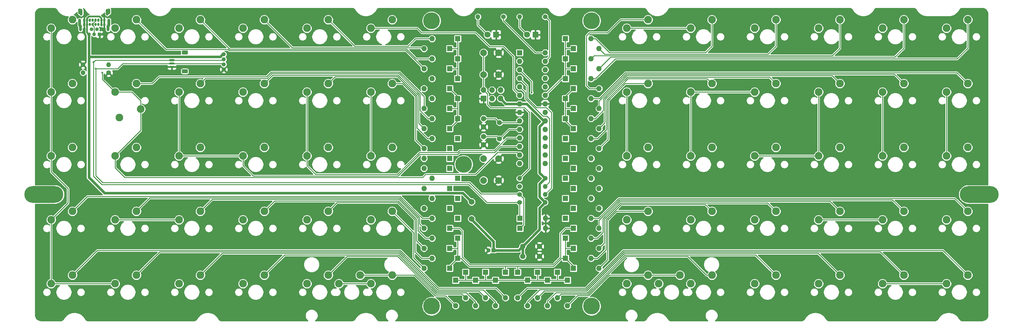
<source format=gbl>
G04 #@! TF.GenerationSoftware,KiCad,Pcbnew,5.1.7*
G04 #@! TF.CreationDate,2021-12-02T01:11:55+07:00*
G04 #@! TF.ProjectId,lumberjack,6c756d62-6572-46a6-9163-6b2e6b696361,1.5*
G04 #@! TF.SameCoordinates,Original*
G04 #@! TF.FileFunction,Copper,L2,Bot*
G04 #@! TF.FilePolarity,Positive*
%FSLAX46Y46*%
G04 Gerber Fmt 4.6, Leading zero omitted, Abs format (unit mm)*
G04 Created by KiCad (PCBNEW 5.1.7) date 2021-12-02 01:11:55*
%MOMM*%
%LPD*%
G01*
G04 APERTURE LIST*
G04 #@! TA.AperFunction,ComponentPad*
%ADD10C,2.286000*%
G04 #@! TD*
G04 #@! TA.AperFunction,ComponentPad*
%ADD11C,1.100000*%
G04 #@! TD*
G04 #@! TA.AperFunction,ComponentPad*
%ADD12O,1.100000X1.100000*%
G04 #@! TD*
G04 #@! TA.AperFunction,ComponentPad*
%ADD13R,1.100000X1.100000*%
G04 #@! TD*
G04 #@! TA.AperFunction,ComponentPad*
%ADD14O,0.850000X2.000000*%
G04 #@! TD*
G04 #@! TA.AperFunction,ComponentPad*
%ADD15O,0.900000X1.700000*%
G04 #@! TD*
G04 #@! TA.AperFunction,ComponentPad*
%ADD16O,0.900000X2.400000*%
G04 #@! TD*
G04 #@! TA.AperFunction,ComponentPad*
%ADD17O,0.700000X1.000000*%
G04 #@! TD*
G04 #@! TA.AperFunction,ComponentPad*
%ADD18O,0.700000X0.900000*%
G04 #@! TD*
G04 #@! TA.AperFunction,ComponentPad*
%ADD19O,1.400000X1.400000*%
G04 #@! TD*
G04 #@! TA.AperFunction,ComponentPad*
%ADD20C,1.400000*%
G04 #@! TD*
G04 #@! TA.AperFunction,ComponentPad*
%ADD21C,1.710000*%
G04 #@! TD*
G04 #@! TA.AperFunction,ComponentPad*
%ADD22R,1.600000X1.600000*%
G04 #@! TD*
G04 #@! TA.AperFunction,ComponentPad*
%ADD23O,1.600000X1.600000*%
G04 #@! TD*
G04 #@! TA.AperFunction,WasherPad*
%ADD24C,5.000000*%
G04 #@! TD*
G04 #@! TA.AperFunction,WasherPad*
%ADD25O,11.600000X5.000000*%
G04 #@! TD*
G04 #@! TA.AperFunction,ComponentPad*
%ADD26R,1.200000X1.200000*%
G04 #@! TD*
G04 #@! TA.AperFunction,ComponentPad*
%ADD27C,1.200000*%
G04 #@! TD*
G04 #@! TA.AperFunction,ComponentPad*
%ADD28C,1.600000*%
G04 #@! TD*
G04 #@! TA.AperFunction,ComponentPad*
%ADD29R,1.700000X1.700000*%
G04 #@! TD*
G04 #@! TA.AperFunction,ComponentPad*
%ADD30O,1.700000X1.700000*%
G04 #@! TD*
G04 #@! TA.AperFunction,ComponentPad*
%ADD31R,1.800000X1.800000*%
G04 #@! TD*
G04 #@! TA.AperFunction,ComponentPad*
%ADD32C,1.800000*%
G04 #@! TD*
G04 #@! TA.AperFunction,ComponentPad*
%ADD33C,2.000000*%
G04 #@! TD*
G04 #@! TA.AperFunction,ComponentPad*
%ADD34C,1.500000*%
G04 #@! TD*
G04 #@! TA.AperFunction,ComponentPad*
%ADD35C,1.244600*%
G04 #@! TD*
G04 #@! TA.AperFunction,ViaPad*
%ADD36C,0.600000*%
G04 #@! TD*
G04 #@! TA.AperFunction,Conductor*
%ADD37C,0.800000*%
G04 #@! TD*
G04 #@! TA.AperFunction,Conductor*
%ADD38C,0.500000*%
G04 #@! TD*
G04 #@! TA.AperFunction,Conductor*
%ADD39C,0.250000*%
G04 #@! TD*
G04 #@! TA.AperFunction,Conductor*
%ADD40C,0.254000*%
G04 #@! TD*
G04 #@! TA.AperFunction,Conductor*
%ADD41C,0.100000*%
G04 #@! TD*
G04 APERTURE END LIST*
D10*
X34290032Y-80803820D03*
X40640032Y-78263820D03*
X35560032Y-88423820D03*
X41910032Y-85883820D03*
D11*
X28100000Y-63610000D03*
D12*
X28900000Y-62060000D03*
D11*
X26500000Y-63610000D03*
D13*
X29700000Y-63610000D03*
D14*
X32200000Y-61650000D03*
D12*
X27300000Y-62060000D03*
D14*
X24200000Y-56950000D03*
X32000000Y-56950000D03*
X24000000Y-61650000D03*
D15*
X32428000Y-56710000D03*
X23778000Y-56710000D03*
D16*
X32428000Y-60090000D03*
X23778000Y-60090000D03*
D17*
X28528000Y-59360000D03*
X31078000Y-59360000D03*
X30228000Y-59360000D03*
X29378000Y-59360000D03*
X25128000Y-59360000D03*
X26828000Y-59360000D03*
X27678000Y-59360000D03*
X25978000Y-59360000D03*
X31078000Y-60710000D03*
X30228000Y-60710000D03*
D18*
X29378000Y-60660000D03*
X28528000Y-60660000D03*
X27678000Y-60660000D03*
X26828000Y-60660000D03*
D17*
X25978000Y-60710000D03*
X25128000Y-60710000D03*
D10*
X34290032Y-61753804D03*
X40640032Y-59213804D03*
D19*
X154781380Y-106561027D03*
D20*
X162401380Y-106561027D03*
D19*
X162401380Y-108942279D03*
D20*
X154781380Y-108942279D03*
D21*
X140493868Y-113546035D03*
X140493868Y-118626035D03*
D22*
X144661059Y-134540738D03*
D23*
X144661059Y-142160738D03*
D22*
X136326677Y-118467287D03*
D23*
X128706677Y-118467287D03*
D10*
X110490096Y-99853836D03*
X116840096Y-97313836D03*
D24*
X138112616Y-102393836D03*
D10*
X281940240Y-80803820D03*
X288290240Y-78263820D03*
D22*
X168473579Y-118467287D03*
D23*
X176093579Y-118467287D03*
D22*
X170854831Y-73818812D03*
D23*
X178474831Y-73818812D03*
X126325425Y-67865682D03*
D22*
X133945425Y-67865682D03*
D10*
X224790192Y-118903852D03*
X231140192Y-116363852D03*
X243840208Y-80803820D03*
X250190208Y-78263820D03*
X243840208Y-61753804D03*
X250190208Y-59213804D03*
X262890224Y-80803820D03*
X269240224Y-78263820D03*
X243840208Y-99853836D03*
X250190208Y-97313836D03*
X281940240Y-99853836D03*
X288290240Y-97313836D03*
X262890224Y-99853836D03*
X269240224Y-97313836D03*
X281940240Y-118903852D03*
X288290240Y-116363852D03*
X262890224Y-118903852D03*
X269240224Y-116363852D03*
X224790192Y-99853836D03*
X231140192Y-97313836D03*
X205740176Y-99853836D03*
X212090176Y-97313836D03*
X281940240Y-137953868D03*
X288290240Y-135413868D03*
X243840208Y-118903852D03*
X250190208Y-116363852D03*
X205740176Y-118903852D03*
X212090176Y-116363852D03*
X262890224Y-137953868D03*
X269240224Y-135413868D03*
X243840208Y-137953868D03*
X250190208Y-135413868D03*
X224790192Y-137953868D03*
X231140192Y-135413868D03*
X212090176Y-135413868D03*
X205740176Y-137953868D03*
X110490096Y-61753804D03*
X116840096Y-59213804D03*
X110490096Y-80803820D03*
X116840096Y-78263820D03*
X72390064Y-80803820D03*
X78740064Y-78263820D03*
X91440080Y-137953868D03*
X97790080Y-135413868D03*
X53340048Y-137953868D03*
X59690048Y-135413868D03*
X15240016Y-80803820D03*
X21590016Y-78263820D03*
D25*
X13096886Y-111323531D03*
X291703370Y-111323531D03*
D24*
X128587608Y-59531300D03*
X176212648Y-59531300D03*
X128587608Y-144661059D03*
X176212648Y-144661059D03*
D10*
X15239968Y-61753750D03*
X21589968Y-59213750D03*
X53340048Y-61753804D03*
X59690048Y-59213804D03*
X72390064Y-61753804D03*
X78740064Y-59213804D03*
X91440080Y-61753804D03*
X97790080Y-59213804D03*
X281940240Y-61753804D03*
X288290240Y-59213804D03*
X262890224Y-61753804D03*
X269240224Y-59213804D03*
X224790192Y-61753804D03*
X231140192Y-59213804D03*
X53340048Y-80803820D03*
X59690048Y-78263820D03*
X224790192Y-80803820D03*
X231140192Y-78263820D03*
X15240016Y-99853836D03*
X21590016Y-97313836D03*
X34290032Y-99853836D03*
X40640032Y-97313836D03*
X53340048Y-99853836D03*
X59690048Y-97313836D03*
X91440080Y-80803820D03*
X97790080Y-78263820D03*
X205740176Y-80803820D03*
X212090176Y-78263820D03*
X15240016Y-118903852D03*
X21590016Y-116363852D03*
X34290032Y-118903852D03*
X40640032Y-116363852D03*
X72390064Y-99853836D03*
X78740064Y-97313836D03*
X91440080Y-99853836D03*
X97790080Y-97313836D03*
X15240016Y-137953868D03*
X21590016Y-135413868D03*
X53340048Y-118903852D03*
X59690048Y-116363852D03*
X72390064Y-118903852D03*
X78740064Y-116363852D03*
X91440080Y-118903852D03*
X97790080Y-116363852D03*
X34290032Y-137953868D03*
X40640032Y-135413868D03*
X72390064Y-137953868D03*
X78740064Y-135413868D03*
D26*
X147042311Y-127992295D03*
D27*
X145542311Y-127992295D03*
D28*
X155734510Y-126801669D03*
X160734510Y-126801669D03*
X160734510Y-129778234D03*
X155734510Y-129778234D03*
X144065746Y-96559454D03*
X144065746Y-94059454D03*
X144065746Y-88701637D03*
X144065746Y-91201637D03*
D29*
X144065746Y-82748507D03*
D30*
X144065746Y-80208507D03*
X146605746Y-82748507D03*
X146605746Y-80208507D03*
X149145746Y-82748507D03*
X149145746Y-80208507D03*
D31*
X159543884Y-63698491D03*
D32*
X157003884Y-63698491D03*
D33*
X148565746Y-75604751D03*
X144065746Y-75604751D03*
X148565746Y-69104751D03*
X144065746Y-69104751D03*
X144065746Y-100656340D03*
X148565746Y-100656340D03*
X144065746Y-107156340D03*
X148565746Y-107156340D03*
D34*
X148828250Y-89892263D03*
X148828250Y-94772263D03*
D22*
X154781380Y-69056308D03*
D23*
X162401380Y-102076308D03*
X154781380Y-71596308D03*
X162401380Y-99536308D03*
X154781380Y-74136308D03*
X162401380Y-96996308D03*
X154781380Y-76676308D03*
X162401380Y-94456308D03*
X154781380Y-79216308D03*
X162401380Y-91916308D03*
X154781380Y-81756308D03*
X162401380Y-89376308D03*
X154781380Y-84296308D03*
X162401380Y-86836308D03*
X154781380Y-86836308D03*
X162401380Y-84296308D03*
X154781380Y-89376308D03*
X162401380Y-81756308D03*
X154781380Y-91916308D03*
X162401380Y-79216308D03*
X154781380Y-94456308D03*
X162401380Y-76676308D03*
X154781380Y-96996308D03*
X162401380Y-74136308D03*
X154781380Y-99536308D03*
X162401380Y-71596308D03*
X154781380Y-102076308D03*
X162401380Y-69056308D03*
D22*
X154900449Y-121443852D03*
D23*
X162520449Y-121443852D03*
X162520449Y-118467287D03*
D22*
X154900449Y-118467287D03*
X136326677Y-76795377D03*
D23*
X128706677Y-76795377D03*
D22*
X133945425Y-73818812D03*
D23*
X126325425Y-73818812D03*
X128706677Y-70842247D03*
D22*
X136326677Y-70842247D03*
X136326677Y-64889117D03*
D23*
X128706677Y-64889117D03*
D22*
X168473579Y-76795377D03*
D23*
X176093579Y-76795377D03*
X176093579Y-70842247D03*
D22*
X168473579Y-70842247D03*
X170854831Y-67865682D03*
D23*
X178474831Y-67865682D03*
D22*
X136326677Y-82748507D03*
D23*
X128706677Y-82748507D03*
D22*
X133945425Y-85725072D03*
D23*
X126325425Y-85725072D03*
X128706677Y-88701637D03*
D22*
X136326677Y-88701637D03*
D23*
X126325425Y-91678202D03*
D22*
X133945425Y-91678202D03*
X133945425Y-79771942D03*
D23*
X126325425Y-79771942D03*
X176093579Y-82748507D03*
D22*
X168473579Y-82748507D03*
X170854831Y-85725072D03*
D23*
X178474831Y-85725072D03*
D22*
X168473579Y-88701637D03*
D23*
X176093579Y-88701637D03*
D22*
X170854831Y-91678202D03*
D23*
X178474831Y-91678202D03*
X126325425Y-100607897D03*
D22*
X133945425Y-100607897D03*
D23*
X126325425Y-103584462D03*
D22*
X133945425Y-103584462D03*
D23*
X128706677Y-106561027D03*
D22*
X136326677Y-106561027D03*
X136326677Y-94654767D03*
D23*
X128706677Y-94654767D03*
D22*
X133945425Y-97631332D03*
D23*
X126325425Y-97631332D03*
D22*
X168473579Y-100607897D03*
D23*
X176093579Y-100607897D03*
D22*
X170854831Y-103584462D03*
D23*
X178474831Y-103584462D03*
D22*
X168473579Y-106561027D03*
D23*
X176093579Y-106561027D03*
D22*
X168473579Y-94654767D03*
D23*
X176093579Y-94654767D03*
X126325425Y-121443852D03*
D22*
X133945425Y-121443852D03*
D23*
X126325425Y-109537592D03*
D22*
X133945425Y-109537592D03*
X136326677Y-112514157D03*
D23*
X128706677Y-112514157D03*
D22*
X133945425Y-115490722D03*
D23*
X126325425Y-115490722D03*
D22*
X170854831Y-121443852D03*
D23*
X178474831Y-121443852D03*
D22*
X170854831Y-109537592D03*
D23*
X178474831Y-109537592D03*
D22*
X168473579Y-112514157D03*
D23*
X176093579Y-112514157D03*
X150614189Y-142160738D03*
D22*
X150614189Y-134540738D03*
D23*
X128706677Y-124420417D03*
D22*
X136326677Y-124420417D03*
D23*
X126325425Y-127396982D03*
D22*
X133945425Y-127396982D03*
D23*
X128706677Y-130373547D03*
D22*
X136326677Y-130373547D03*
D23*
X154186067Y-142160738D03*
D22*
X154186067Y-134540738D03*
D23*
X176093579Y-124420417D03*
D22*
X168473579Y-124420417D03*
D23*
X178474831Y-127396982D03*
D22*
X170854831Y-127396982D03*
D23*
X176093579Y-130373547D03*
D22*
X168473579Y-130373547D03*
X147637624Y-136921990D03*
D23*
X147637624Y-144541990D03*
D22*
X141684494Y-136921990D03*
D23*
X141684494Y-144541990D03*
D22*
X138707929Y-134540738D03*
D23*
X138707929Y-142160738D03*
D22*
X157162632Y-136921990D03*
D23*
X157162632Y-144541990D03*
D22*
X160139197Y-134540738D03*
D23*
X160139197Y-142160738D03*
D22*
X163115762Y-136921990D03*
D23*
X163115762Y-144541990D03*
D22*
X166092327Y-134540738D03*
D23*
X166092327Y-142160738D03*
D31*
X147796372Y-63698491D03*
D32*
X145256372Y-63698491D03*
D23*
X126325425Y-133350112D03*
D22*
X133945425Y-133350112D03*
X135731364Y-136921990D03*
D23*
X135731364Y-144541990D03*
X176093579Y-64889117D03*
D22*
X168473579Y-64889117D03*
X170854831Y-79771942D03*
D23*
X178474831Y-79771942D03*
X178474831Y-97631332D03*
D22*
X170854831Y-97631332D03*
X170854831Y-115490722D03*
D23*
X178474831Y-115490722D03*
X178474831Y-133350112D03*
D22*
X170854831Y-133350112D03*
X169068892Y-136921990D03*
D23*
X169068892Y-144541990D03*
D10*
X110490096Y-118903852D03*
X116840096Y-116363852D03*
X116840096Y-135413868D03*
X110490096Y-137953868D03*
X205740176Y-61753804D03*
X212090176Y-59213804D03*
X193040160Y-59213804D03*
X186690160Y-61753804D03*
X186690160Y-80803820D03*
X193040160Y-78263820D03*
X186690160Y-99853836D03*
X193040160Y-97313836D03*
X193040160Y-116363852D03*
X186690160Y-118903852D03*
X193040160Y-135413868D03*
X186690160Y-137953868D03*
X107315088Y-135413868D03*
X100965088Y-137953868D03*
X196215168Y-137953868D03*
X202565168Y-135413868D03*
D19*
X162401380Y-113704783D03*
D20*
X154781380Y-113704783D03*
X154781380Y-111323531D03*
D19*
X162401380Y-111323531D03*
X142398876Y-58340674D03*
D20*
X150018876Y-58340674D03*
X162401380Y-58340674D03*
D19*
X154781380Y-58340674D03*
G04 #@! TA.AperFunction,SMDPad,CuDef*
G36*
G01*
X50600000Y-70000000D02*
X51850000Y-70000000D01*
G75*
G02*
X52000000Y-70150000I0J-150000D01*
G01*
X52000000Y-70450000D01*
G75*
G02*
X51850000Y-70600000I-150000J0D01*
G01*
X50600000Y-70600000D01*
G75*
G02*
X50450000Y-70450000I0J150000D01*
G01*
X50450000Y-70150000D01*
G75*
G02*
X50600000Y-70000000I150000J0D01*
G01*
G37*
G04 #@! TD.AperFunction*
G04 #@! TA.AperFunction,SMDPad,CuDef*
G36*
G01*
X50600000Y-71000000D02*
X51850000Y-71000000D01*
G75*
G02*
X52000000Y-71150000I0J-150000D01*
G01*
X52000000Y-71450000D01*
G75*
G02*
X51850000Y-71600000I-150000J0D01*
G01*
X50600000Y-71600000D01*
G75*
G02*
X50450000Y-71450000I0J150000D01*
G01*
X50450000Y-71150000D01*
G75*
G02*
X50600000Y-71000000I150000J0D01*
G01*
G37*
G04 #@! TD.AperFunction*
G04 #@! TA.AperFunction,SMDPad,CuDef*
G36*
G01*
X50600000Y-72000000D02*
X51850000Y-72000000D01*
G75*
G02*
X52000000Y-72150000I0J-150000D01*
G01*
X52000000Y-72450000D01*
G75*
G02*
X51850000Y-72600000I-150000J0D01*
G01*
X50600000Y-72600000D01*
G75*
G02*
X50450000Y-72450000I0J150000D01*
G01*
X50450000Y-72150000D01*
G75*
G02*
X50600000Y-72000000I150000J0D01*
G01*
G37*
G04 #@! TD.AperFunction*
G04 #@! TA.AperFunction,SMDPad,CuDef*
G36*
G01*
X50600000Y-73000000D02*
X51850000Y-73000000D01*
G75*
G02*
X52000000Y-73150000I0J-150000D01*
G01*
X52000000Y-73450000D01*
G75*
G02*
X51850000Y-73600000I-150000J0D01*
G01*
X50600000Y-73600000D01*
G75*
G02*
X50450000Y-73450000I0J150000D01*
G01*
X50450000Y-73150000D01*
G75*
G02*
X50600000Y-73000000I150000J0D01*
G01*
G37*
G04 #@! TD.AperFunction*
G04 #@! TA.AperFunction,SMDPad,CuDef*
G36*
G01*
X54449999Y-68400000D02*
X55750001Y-68400000D01*
G75*
G02*
X56000000Y-68649999I0J-249999D01*
G01*
X56000000Y-69350001D01*
G75*
G02*
X55750001Y-69600000I-249999J0D01*
G01*
X54449999Y-69600000D01*
G75*
G02*
X54200000Y-69350001I0J249999D01*
G01*
X54200000Y-68649999D01*
G75*
G02*
X54449999Y-68400000I249999J0D01*
G01*
G37*
G04 #@! TD.AperFunction*
G04 #@! TA.AperFunction,SMDPad,CuDef*
G36*
G01*
X54449999Y-74000000D02*
X55750001Y-74000000D01*
G75*
G02*
X56000000Y-74249999I0J-249999D01*
G01*
X56000000Y-74950001D01*
G75*
G02*
X55750001Y-75200000I-249999J0D01*
G01*
X54449999Y-75200000D01*
G75*
G02*
X54200000Y-74950001I0J249999D01*
G01*
X54200000Y-74249999D01*
G75*
G02*
X54449999Y-74000000I249999J0D01*
G01*
G37*
G04 #@! TD.AperFunction*
X24765000Y-75009375D03*
D20*
X32385000Y-75009375D03*
X24765000Y-72628125D03*
D19*
X32385000Y-72628125D03*
D35*
X66675000Y-74056875D03*
X66675000Y-72556876D03*
X66675000Y-71056874D03*
X66675000Y-69556874D03*
D36*
X182761091Y-144065746D03*
X130373547Y-102393836D03*
X122039165Y-89296950D03*
X47625000Y-83343750D03*
X66675000Y-103108125D03*
X66436875Y-88106250D03*
X18288000Y-59690000D03*
X24050625Y-90249375D03*
X40719375Y-67627500D03*
X30480000Y-75009375D03*
X158353258Y-80962568D03*
X28575006Y-73818750D03*
X27860625Y-71913750D03*
D37*
X155734510Y-126801669D02*
X155734510Y-129778234D01*
X154543884Y-127992295D02*
X147042311Y-127992295D01*
X155734510Y-126801669D02*
X154543884Y-127992295D01*
X150693547Y-84296308D02*
X149145746Y-82748507D01*
X154781380Y-84296308D02*
X150693547Y-84296308D01*
X162004494Y-89376308D02*
X162401380Y-89376308D01*
X156924494Y-84296308D02*
X162004494Y-89376308D01*
X154781380Y-84296308D02*
X156924494Y-84296308D01*
X147042311Y-125362600D02*
X147042311Y-127992295D01*
X140484494Y-118804783D02*
X147042311Y-125362600D01*
X160734510Y-104894157D02*
X162401380Y-106561027D01*
X160734510Y-91082889D02*
X160734510Y-104894157D01*
X162401380Y-89416019D02*
X160734510Y-91082889D01*
X162401380Y-89376308D02*
X162401380Y-89416019D01*
X160734510Y-112037913D02*
X162401380Y-113704783D01*
X160734510Y-108227897D02*
X160734510Y-112037913D01*
X162401380Y-106561027D02*
X160734510Y-108227897D01*
X160734510Y-121801669D02*
X155734510Y-126801669D01*
X160734510Y-115371653D02*
X160734510Y-121801669D01*
X162401380Y-113704783D02*
X160734510Y-115371653D01*
D38*
X25128000Y-60860000D02*
X25128000Y-59510000D01*
X30390000Y-63610000D02*
X29700000Y-63610000D01*
X31078000Y-62922000D02*
X30390000Y-63610000D01*
X31078000Y-59510000D02*
X31078000Y-62922000D01*
D39*
X25128000Y-62684250D02*
X24694401Y-63117849D01*
X24694401Y-63117849D02*
X22985849Y-63117849D01*
X22985849Y-63117849D02*
X22860000Y-62992000D01*
X25128000Y-62684250D02*
X25128000Y-60860000D01*
X167362311Y-76795377D02*
X168473579Y-76795377D01*
X162401380Y-81756308D02*
X167362311Y-76795377D01*
X170854831Y-67865682D02*
X168581476Y-67865682D01*
X168473579Y-67973579D02*
X168473579Y-64889117D01*
X168581476Y-67865682D02*
X168473579Y-67973579D01*
X168473579Y-70842247D02*
X168473579Y-67973579D01*
X170854831Y-73818812D02*
X168515970Y-73818812D01*
X168473579Y-73776421D02*
X168473579Y-70842247D01*
X168515970Y-73818812D02*
X168473579Y-73776421D01*
X168473579Y-76795377D02*
X168473579Y-73776421D01*
X136269036Y-67865682D02*
X136326677Y-67923323D01*
X133945425Y-67865682D02*
X136269036Y-67865682D01*
X136326677Y-67923323D02*
X136326677Y-64889117D01*
X136326677Y-70842247D02*
X136326677Y-67923323D01*
X136222166Y-73818812D02*
X136326677Y-73923323D01*
X133945425Y-73818812D02*
X136222166Y-73818812D01*
X136326677Y-73923323D02*
X136326677Y-70842247D01*
X136326677Y-76795377D02*
X136326677Y-73923323D01*
X168475072Y-85725072D02*
X168473579Y-85723579D01*
X168473579Y-85723579D02*
X168473579Y-82748507D01*
X170854831Y-85725072D02*
X168475072Y-85725072D01*
X168473579Y-88701637D02*
X168473579Y-85723579D01*
X168473579Y-89296950D02*
X170854831Y-91678202D01*
X168473579Y-88701637D02*
X168473579Y-89296950D01*
X168473579Y-82153194D02*
X168473579Y-82748507D01*
X170854831Y-79771942D02*
X168473579Y-82153194D01*
X136326677Y-89296950D02*
X136326677Y-88701637D01*
X133945425Y-91678202D02*
X136326677Y-89296950D01*
X136326677Y-82153194D02*
X133945425Y-79771942D01*
X136326677Y-82748507D02*
X136326677Y-82153194D01*
X136326677Y-85673323D02*
X136326677Y-88701637D01*
X136274928Y-85725072D02*
X136326677Y-85673323D01*
X133945425Y-85725072D02*
X136274928Y-85725072D01*
X136326677Y-82748507D02*
X136326677Y-85673323D01*
X167000000Y-122917431D02*
X168473579Y-121443852D01*
X167000000Y-130020090D02*
X167000000Y-122917431D01*
X164720090Y-132300000D02*
X167000000Y-130020090D01*
X137750000Y-130010931D02*
X140039069Y-132300000D01*
X137750000Y-122271862D02*
X137750000Y-130010931D01*
X133945425Y-121443852D02*
X136921990Y-121443852D01*
X136921990Y-121443852D02*
X137750000Y-122271862D01*
X168473579Y-121443852D02*
X170854831Y-121443852D01*
X140039069Y-132300000D02*
X164720090Y-132300000D01*
X137376677Y-130373547D02*
X139757929Y-132754799D01*
X136326677Y-130373547D02*
X137376677Y-130373547D01*
X150614189Y-132785811D02*
X150645201Y-132754799D01*
X150614189Y-134540738D02*
X150614189Y-132785811D01*
X139757929Y-132754799D02*
X150645201Y-132754799D01*
X154186067Y-134540738D02*
X154186067Y-132754799D01*
X133945425Y-132754799D02*
X136326677Y-130373547D01*
X133945425Y-133350112D02*
X133945425Y-132754799D01*
X133945425Y-127396982D02*
X136326677Y-127396982D01*
X136326677Y-127396982D02*
X136326677Y-124420417D01*
X136326677Y-130373547D02*
X136326677Y-127396982D01*
X168473579Y-127396982D02*
X168473579Y-124420417D01*
X170854831Y-127396982D02*
X168473579Y-127396982D01*
X168473579Y-130373547D02*
X168473579Y-127396982D01*
X170854831Y-132754799D02*
X168473579Y-130373547D01*
X170854831Y-133350112D02*
X170854831Y-132754799D01*
X164901701Y-132754799D02*
X167282953Y-130373547D01*
X150645201Y-132754799D02*
X164901701Y-132754799D01*
X167282953Y-130373547D02*
X168473579Y-130373547D01*
X160139197Y-134540738D02*
X160139197Y-135590738D01*
X144661059Y-134540738D02*
X144661059Y-135590738D01*
X138707929Y-134540738D02*
X138707929Y-135590738D01*
X138707929Y-136921990D02*
X138707929Y-135590738D01*
X135731364Y-136921990D02*
X138707929Y-136921990D01*
X138707929Y-136921990D02*
X141684494Y-136921990D01*
X144661059Y-136921990D02*
X141684494Y-136921990D01*
X144661059Y-135590738D02*
X144661059Y-136921990D01*
X144661059Y-136921990D02*
X147637624Y-136921990D01*
X160139197Y-136921990D02*
X157162632Y-136921990D01*
X160139197Y-135590738D02*
X160139197Y-136921990D01*
X160139197Y-136921990D02*
X163115762Y-136921990D01*
X163711075Y-136921990D02*
X163115762Y-136921990D01*
X157162632Y-136921990D02*
X147637624Y-136921990D01*
X166078010Y-136921990D02*
X163115762Y-136921990D01*
X166092327Y-136907673D02*
X166078010Y-136921990D01*
X166092327Y-134540738D02*
X166092327Y-136907673D01*
X169068892Y-136921990D02*
X166078010Y-136921990D01*
X144065746Y-80208507D02*
X144065746Y-75604751D01*
X144065746Y-80208507D02*
X145256372Y-81399133D01*
X145256372Y-81399133D02*
X145256372Y-84534446D01*
X146143235Y-85421309D02*
X156263556Y-85421309D01*
X145256372Y-84534446D02*
X146143235Y-85421309D01*
X156263556Y-85421309D02*
X157757945Y-86915698D01*
X157757945Y-86915698D02*
X157757945Y-103584462D01*
X157757945Y-103584462D02*
X154781380Y-106561027D01*
X144065746Y-75604751D02*
X144065746Y-69104751D01*
X142398876Y-60840995D02*
X145256372Y-63698491D01*
X142398876Y-58340674D02*
X142398876Y-60840995D01*
X162811999Y-85421309D02*
X164306388Y-86915698D01*
X164306388Y-86915698D02*
X164306388Y-109418523D01*
X154781380Y-76676308D02*
X157017330Y-78912258D01*
X159835434Y-85421309D02*
X162811999Y-85421309D01*
X157017330Y-82603205D02*
X159835434Y-85421309D01*
X157017330Y-78912258D02*
X157017330Y-82603205D01*
X164306388Y-109418523D02*
X162401380Y-111323531D01*
X163711075Y-88742734D02*
X163711075Y-107632584D01*
X162929651Y-87961309D02*
X163711075Y-88742734D01*
X161739023Y-87961309D02*
X162929651Y-87961309D01*
X154821059Y-79216308D02*
X156567319Y-80962568D01*
X156567319Y-82789605D02*
X161739023Y-87961309D01*
X156567319Y-80962568D02*
X156567319Y-82789605D01*
X154781380Y-79216308D02*
X154821059Y-79216308D01*
X163711075Y-107632584D02*
X162401380Y-108942279D01*
X91440080Y-99853836D02*
X91440080Y-80803820D01*
X118426193Y-105370398D02*
X124974633Y-98821958D01*
X91440080Y-99853836D02*
X91440080Y-102751027D01*
X136326677Y-98821958D02*
X136921990Y-98226645D01*
X147298869Y-98226645D02*
X151069206Y-94456308D01*
X91440080Y-102751027D02*
X94059451Y-105370398D01*
X124974633Y-98821958D02*
X136326677Y-98821958D01*
X136921990Y-98226645D02*
X147298869Y-98226645D01*
X94059451Y-105370398D02*
X118426193Y-105370398D01*
X151069206Y-94456308D02*
X154781380Y-94456308D01*
X15240016Y-80803820D02*
X15240016Y-99853836D01*
X15240016Y-118903852D02*
X15240016Y-137953868D01*
X15240016Y-137953868D02*
X34290032Y-137953868D01*
X20240642Y-113903226D02*
X15240016Y-118903852D01*
X20240642Y-109537592D02*
X20240642Y-113903226D01*
X15240016Y-104536966D02*
X20240642Y-109537592D01*
X15240016Y-99853836D02*
X15240016Y-104536966D01*
X15239968Y-80803772D02*
X15240016Y-80803820D01*
X15239968Y-61753750D02*
X15239968Y-80803772D01*
X34290032Y-118903852D02*
X53340048Y-118903852D01*
X41910032Y-92233836D02*
X41910032Y-85883820D01*
X34290032Y-99853836D02*
X41910032Y-92233836D01*
X37214112Y-106270420D02*
X34290032Y-103346340D01*
X125901650Y-106270420D02*
X37214112Y-106270420D01*
X34290032Y-103346340D02*
X34290032Y-99853836D01*
X141684494Y-105370401D02*
X126801669Y-105370401D01*
X126801669Y-105370401D02*
X125901650Y-106270420D01*
X148232937Y-98821958D02*
X141684494Y-105370401D01*
X154067030Y-98821958D02*
X148232937Y-98821958D01*
X154781380Y-99536308D02*
X154067030Y-98821958D01*
X41910032Y-83413751D02*
X39300101Y-80803820D01*
X39300101Y-80803820D02*
X34290032Y-80803820D01*
X41910032Y-85883820D02*
X41910032Y-83413751D01*
X30480000Y-76993788D02*
X34290032Y-80803820D01*
X30480000Y-75009375D02*
X30480000Y-76993788D01*
X72390064Y-99853836D02*
X53340048Y-99853836D01*
X53340048Y-99853836D02*
X53340048Y-80803820D01*
X149165616Y-96996308D02*
X147339966Y-98821958D01*
X75459446Y-105820409D02*
X72390064Y-102751027D01*
X118612592Y-105820409D02*
X75459446Y-105820409D01*
X125015730Y-99417271D02*
X118612592Y-105820409D01*
X136367774Y-99417271D02*
X125015730Y-99417271D01*
X72390064Y-102751027D02*
X72390064Y-99853836D01*
X136963087Y-98821958D02*
X136367774Y-99417271D01*
X154781380Y-96996308D02*
X149165616Y-96996308D01*
X147339966Y-98821958D02*
X136963087Y-98821958D01*
X110490096Y-80803820D02*
X110490096Y-99853836D01*
X100965088Y-137953868D02*
X110490096Y-137953868D01*
X152995441Y-79970369D02*
X154781380Y-81756308D01*
X152995441Y-70246934D02*
X152995441Y-79970369D01*
X150018876Y-67270369D02*
X152995441Y-70246934D01*
X145851685Y-67270369D02*
X150018876Y-67270369D01*
X141684494Y-63103178D02*
X145851685Y-67270369D01*
X110490096Y-61753804D02*
X124254764Y-61753804D01*
X125604138Y-63103178D02*
X141684494Y-63103178D01*
X124254764Y-61753804D02*
X125604138Y-63103178D01*
X281940240Y-137953868D02*
X262890224Y-137953868D01*
X281940240Y-80803820D02*
X281940240Y-99853836D01*
X158353258Y-77708186D02*
X158353258Y-80962568D01*
X154781380Y-74136308D02*
X158353258Y-77708186D01*
X262890224Y-118903852D02*
X243840208Y-118903852D01*
X262890224Y-80803820D02*
X262890224Y-99853836D01*
X224790192Y-99853836D02*
X243840208Y-99853836D01*
X243840208Y-80803820D02*
X243840208Y-99853836D01*
X205740176Y-80803820D02*
X224790192Y-80803820D01*
X205740176Y-80803820D02*
X205740176Y-99853836D01*
X148115441Y-94059454D02*
X148828250Y-94772263D01*
X144065746Y-94059454D02*
X148115441Y-94059454D01*
X151684205Y-91916308D02*
X154781380Y-91916308D01*
X148828250Y-94772263D02*
X151684205Y-91916308D01*
X147637624Y-88701637D02*
X148828250Y-89892263D01*
X144065746Y-88701637D02*
X147637624Y-88701637D01*
X154265425Y-89892263D02*
X154781380Y-89376308D01*
X148828250Y-89892263D02*
X154265425Y-89892263D01*
D38*
X25978000Y-63088000D02*
X26500000Y-63610000D01*
X25978000Y-58822000D02*
X25978000Y-63088000D01*
X26500000Y-58300000D02*
X25978000Y-58822000D01*
X30228000Y-58828000D02*
X29700000Y-58300000D01*
X29700000Y-58300000D02*
X26500000Y-58300000D01*
X30228000Y-60860000D02*
X30228000Y-58828000D01*
D37*
X140493868Y-113546035D02*
X137885426Y-110937593D01*
X26500000Y-106271942D02*
X26500000Y-63610000D01*
X137885426Y-110937593D02*
X31165651Y-110937593D01*
X31165651Y-110937593D02*
X26500000Y-106271942D01*
X66365994Y-69556874D02*
X66675000Y-69556874D01*
X65622868Y-70300000D02*
X66365994Y-69556874D01*
X51225000Y-70300000D02*
X65622868Y-70300000D01*
X26553125Y-70300000D02*
X26500000Y-70246875D01*
X51225000Y-70300000D02*
X26553125Y-70300000D01*
D39*
X125816533Y-118467287D02*
X128706677Y-118467287D01*
X119253985Y-111904739D02*
X125816533Y-118467287D01*
X26049129Y-111904739D02*
X119253985Y-111904739D01*
X21590016Y-116363852D02*
X26049129Y-111904739D01*
X21590016Y-135413868D02*
X29011589Y-127992295D01*
X29011589Y-127992295D02*
X119268085Y-127992295D01*
X149814190Y-141360739D02*
X150614189Y-142160738D01*
X119268085Y-127992295D02*
X130579032Y-139303242D01*
X147756693Y-139303242D02*
X149814190Y-141360739D01*
X130579032Y-139303242D02*
X147756693Y-139303242D01*
X143980257Y-139753253D02*
X130392633Y-139753253D01*
X130392633Y-139753253D02*
X119081686Y-128442306D01*
X147637624Y-143410620D02*
X143980257Y-139753253D01*
X119081686Y-128442306D02*
X47611594Y-128442306D01*
X47611594Y-128442306D02*
X40640032Y-135413868D01*
X147637624Y-144541990D02*
X147637624Y-143410620D01*
X120967608Y-68460995D02*
X68300829Y-68460995D01*
X67914824Y-68074990D02*
X49501218Y-68074990D01*
X126325425Y-73818812D02*
X120967608Y-68460995D01*
X68300829Y-68460995D02*
X67914824Y-68074990D01*
X49501218Y-68074990D02*
X40640032Y-59213804D01*
X47374835Y-76226239D02*
X79429547Y-76226239D01*
X80805754Y-74850031D02*
X119067585Y-74850031D01*
X126325425Y-82107871D02*
X126325425Y-85725072D01*
X40640032Y-78263820D02*
X45337254Y-78263820D01*
X45337254Y-78263820D02*
X47374835Y-76226239D01*
X119067585Y-74850031D02*
X126325425Y-82107871D01*
X79429547Y-76226239D02*
X80805754Y-74850031D01*
X119067585Y-112354750D02*
X125015730Y-118302895D01*
X40640032Y-116363852D02*
X44649134Y-112354750D01*
X44649134Y-112354750D02*
X119067585Y-112354750D01*
X125015730Y-120134157D02*
X126325425Y-121443852D01*
X125015730Y-118302895D02*
X125015730Y-120134157D01*
X124565719Y-118489295D02*
X124565719Y-122184467D01*
X118881185Y-112804761D02*
X124565719Y-118489295D01*
X124565719Y-122184467D02*
X126801669Y-124420417D01*
X63249139Y-112804761D02*
X118881185Y-112804761D01*
X59690048Y-116363852D02*
X63249139Y-112804761D01*
X126801669Y-124420417D02*
X128706677Y-124420417D01*
X142703585Y-140203264D02*
X144661059Y-142160738D01*
X59690048Y-135413868D02*
X66211599Y-128892317D01*
X66211599Y-128892317D02*
X118895287Y-128892317D01*
X118895287Y-128892317D02*
X130206234Y-140203264D01*
X130206234Y-140203264D02*
X142703585Y-140203264D01*
X123985270Y-70842247D02*
X121154008Y-68010984D01*
X68487228Y-68010984D02*
X59690048Y-59213804D01*
X121154008Y-68010984D02*
X68487228Y-68010984D01*
X128706677Y-70842247D02*
X123985270Y-70842247D01*
X59690048Y-78263820D02*
X61277618Y-76676250D01*
X125175137Y-81593994D02*
X125175137Y-86301467D01*
X125175137Y-86301467D02*
X127575307Y-88701637D01*
X61277618Y-76676250D02*
X79615947Y-76676250D01*
X80992151Y-75300045D02*
X118881188Y-75300045D01*
X118881188Y-75300045D02*
X125175137Y-81593994D01*
X79615947Y-76676250D02*
X80992151Y-75300045D01*
X127575307Y-88701637D02*
X128706677Y-88701637D01*
X118694785Y-113254772D02*
X124115708Y-118675695D01*
X124115708Y-118675695D02*
X124115708Y-125187265D01*
X81849144Y-113254772D02*
X118694785Y-113254772D01*
X124115708Y-125187265D02*
X126325425Y-127396982D01*
X78740064Y-116363852D02*
X81849144Y-113254772D01*
X126020716Y-67560973D02*
X87087233Y-67560973D01*
X79883063Y-60356803D02*
X78740064Y-59213804D01*
X87087233Y-67560973D02*
X79883063Y-60356803D01*
X126325425Y-67865682D02*
X126020716Y-67560973D01*
X124725126Y-81780394D02*
X124725126Y-90077903D01*
X118694788Y-75750056D02*
X124725126Y-81780394D01*
X124725126Y-90077903D02*
X126325425Y-91678202D01*
X81253828Y-75750056D02*
X118694788Y-75750056D01*
X78740064Y-78263820D02*
X81253828Y-75750056D01*
X124275115Y-81966794D02*
X124275115Y-91532900D01*
X118508388Y-76200067D02*
X124275115Y-81966794D01*
X99853833Y-76200067D02*
X118508388Y-76200067D01*
X97790080Y-78263820D02*
X99853833Y-76200067D01*
X127396982Y-94654767D02*
X128706677Y-94654767D01*
X124275115Y-91532900D02*
X127396982Y-94654767D01*
X123679802Y-128442306D02*
X125611043Y-130373547D01*
X123679802Y-126065279D02*
X123679802Y-128442306D01*
X123665697Y-118862095D02*
X123665697Y-126051174D01*
X123665697Y-126051174D02*
X123679802Y-126065279D01*
X118508385Y-113704783D02*
X123665697Y-118862095D01*
X100449149Y-113704783D02*
X118508385Y-113704783D01*
X97790080Y-116363852D02*
X100449149Y-113704783D01*
X125611043Y-130373547D02*
X128706677Y-130373547D01*
X137650477Y-141103286D02*
X129833436Y-141103286D01*
X138707929Y-142160738D02*
X137650477Y-141103286D01*
X118522489Y-129792339D02*
X103411610Y-129792339D01*
X103411610Y-129792339D02*
X97790080Y-135413868D01*
X129833436Y-141103286D02*
X118522489Y-129792339D01*
X128706677Y-64889117D02*
X123748653Y-64889117D01*
X123748653Y-64889117D02*
X121526808Y-67110962D01*
X121526808Y-67110962D02*
X105687238Y-67110962D01*
X105687238Y-67110962D02*
X97790080Y-59213804D01*
X123229791Y-126251679D02*
X123229791Y-130254478D01*
X123215686Y-126237574D02*
X123229791Y-126251679D01*
X123229791Y-130254478D02*
X126325425Y-133350112D01*
X123215686Y-122739442D02*
X123215686Y-126237574D01*
X116840096Y-116363852D02*
X123215686Y-122739442D01*
X288290240Y-67706934D02*
X288290240Y-59213804D01*
X183356404Y-70842247D02*
X285154927Y-70842247D01*
X285154927Y-70842247D02*
X288290240Y-67706934D01*
X177403274Y-76795377D02*
X183356404Y-70842247D01*
X176093579Y-76795377D02*
X177403274Y-76795377D01*
X186347068Y-74995339D02*
X178593900Y-82748507D01*
X288290240Y-78263820D02*
X285021759Y-74995339D01*
X285021759Y-74995339D02*
X186347068Y-74995339D01*
X178593900Y-82748507D02*
X176093579Y-82748507D01*
X184341540Y-112514157D02*
X178388410Y-118467287D01*
X288290240Y-116363852D02*
X284440545Y-112514157D01*
X284440545Y-112514157D02*
X184341540Y-112514157D01*
X178388410Y-118467287D02*
X176093579Y-118467287D01*
X174454411Y-139249945D02*
X157096860Y-139249945D01*
X154986066Y-141360739D02*
X154186067Y-142160738D01*
X157096860Y-139249945D02*
X154986066Y-141360739D01*
X288290240Y-135413868D02*
X280876372Y-128000000D01*
X280876372Y-128000000D02*
X185704356Y-128000000D01*
X185704356Y-128000000D02*
X174454411Y-139249945D01*
X157162632Y-143337368D02*
X157162632Y-144541990D01*
X174640811Y-139699956D02*
X160800044Y-139699956D01*
X160800044Y-139699956D02*
X157162632Y-143337368D01*
X185890756Y-128450011D02*
X174640811Y-139699956D01*
X262276367Y-128450011D02*
X185890756Y-128450011D01*
X269240224Y-135413868D02*
X262276367Y-128450011D01*
X269240224Y-67706934D02*
X269240224Y-59213804D01*
X266554922Y-70392236D02*
X269240224Y-67706934D01*
X181901407Y-70392236D02*
X266554922Y-70392236D01*
X178474831Y-73818812D02*
X181901407Y-70392236D01*
X178474831Y-83503986D02*
X178474831Y-85725072D01*
X186533467Y-75445350D02*
X178474831Y-83503986D01*
X266421754Y-75445350D02*
X186533467Y-75445350D01*
X269240224Y-78263820D02*
X266421754Y-75445350D01*
X178474831Y-119017277D02*
X178474831Y-121443852D01*
X265840540Y-112964168D02*
X184527940Y-112964168D01*
X184527940Y-112964168D02*
X178474831Y-119017277D01*
X269240224Y-116363852D02*
X265840540Y-112964168D01*
X179784526Y-86231223D02*
X177314112Y-88701637D01*
X179784526Y-82830700D02*
X179784526Y-86231223D01*
X186719865Y-75895361D02*
X179784526Y-82830700D01*
X247821749Y-75895361D02*
X186719865Y-75895361D01*
X250190208Y-78263820D02*
X247821749Y-75895361D01*
X177314112Y-88701637D02*
X176093579Y-88701637D01*
X180075130Y-125796683D02*
X178474831Y-127396982D01*
X184900740Y-113864190D02*
X180075130Y-118689800D01*
X228640530Y-113864190D02*
X184900740Y-113864190D01*
X180075130Y-118689800D02*
X180075130Y-125796683D01*
X231140192Y-116363852D02*
X228640530Y-113864190D01*
X231140192Y-67111621D02*
X231140192Y-59213804D01*
X180101363Y-69492214D02*
X228759599Y-69492214D01*
X228759599Y-69492214D02*
X231140192Y-67111621D01*
X178474831Y-67865682D02*
X180101363Y-69492214D01*
X177998587Y-91678202D02*
X177879518Y-91678202D01*
X180234537Y-83017099D02*
X180234537Y-89918496D01*
X186906265Y-76345372D02*
X180234537Y-83017099D01*
X180234537Y-89918496D02*
X178474831Y-91678202D01*
X229221744Y-76345372D02*
X186906265Y-76345372D01*
X231140192Y-78263820D02*
X229221744Y-76345372D01*
X180684548Y-91968806D02*
X177998587Y-94654767D01*
X212090176Y-78263820D02*
X210621739Y-76795383D01*
X187092665Y-76795383D02*
X180684548Y-83203499D01*
X180684548Y-83203499D02*
X180684548Y-91968806D01*
X210621739Y-76795383D02*
X187092665Y-76795383D01*
X177998587Y-94654767D02*
X176093579Y-94654767D01*
X180525141Y-127846993D02*
X177998587Y-130373547D01*
X180525141Y-118876200D02*
X180525141Y-127846993D01*
X185087140Y-114314201D02*
X180525141Y-118876200D01*
X210040525Y-114314201D02*
X185087140Y-114314201D01*
X212090176Y-116363852D02*
X210040525Y-114314201D01*
X177998587Y-130373547D02*
X176093579Y-130373547D01*
X175200011Y-141049989D02*
X167203076Y-141049989D01*
X186449956Y-129800044D02*
X175200011Y-141049989D01*
X204859906Y-129800044D02*
X186449956Y-129800044D01*
X212090176Y-135413868D02*
X210473730Y-135413868D01*
X210473730Y-135413868D02*
X204859906Y-129800044D01*
X167203076Y-141049989D02*
X166092327Y-142160738D01*
X212090176Y-67111621D02*
X212090176Y-59213804D01*
X210159594Y-69042203D02*
X212090176Y-67111621D01*
X181556360Y-69042203D02*
X210159594Y-69042203D01*
X177403274Y-64889117D02*
X181556360Y-69042203D01*
X176093579Y-64889117D02*
X177403274Y-64889117D01*
X175617335Y-79771942D02*
X178474831Y-79771942D01*
X175618269Y-63103178D02*
X174700000Y-64021447D01*
X180975152Y-63103178D02*
X175618269Y-63103178D01*
X174700000Y-64021447D02*
X174700000Y-78854607D01*
X184864526Y-59213804D02*
X180975152Y-63103178D01*
X174700000Y-78854607D02*
X175617335Y-79771942D01*
X193040160Y-59213804D02*
X184864526Y-59213804D01*
X181134559Y-94971604D02*
X178474831Y-97631332D01*
X181134559Y-83389899D02*
X181134559Y-94971604D01*
X186260638Y-78263820D02*
X181134559Y-83389899D01*
X193040160Y-78263820D02*
X186260638Y-78263820D01*
X180975152Y-119062600D02*
X180975152Y-130849791D01*
X183673900Y-116363852D02*
X180975152Y-119062600D01*
X180975152Y-130849791D02*
X178474831Y-133350112D01*
X193040160Y-116363852D02*
X183673900Y-116363852D01*
X179625119Y-122704723D02*
X177909425Y-124420417D01*
X179625119Y-118503400D02*
X179625119Y-122704723D01*
X184714340Y-113414179D02*
X179625119Y-118503400D01*
X247240535Y-113414179D02*
X184714340Y-113414179D01*
X250190208Y-116363852D02*
X247240535Y-113414179D01*
X177909425Y-124420417D02*
X176093579Y-124420417D01*
X174827211Y-140149967D02*
X162149968Y-140149967D01*
X186077156Y-128900022D02*
X174827211Y-140149967D01*
X162149968Y-140149967D02*
X160139197Y-142160738D01*
X243676362Y-128900022D02*
X186077156Y-128900022D01*
X250190208Y-135413868D02*
X243676362Y-128900022D01*
X250190208Y-67706934D02*
X250190208Y-59213804D01*
X247954917Y-69942225D02*
X250190208Y-67706934D01*
X176993601Y-69942225D02*
X247954917Y-69942225D01*
X176093579Y-70842247D02*
X176993601Y-69942225D01*
X163115762Y-143134238D02*
X163115762Y-144541990D01*
X175013611Y-140599978D02*
X165650022Y-140599978D01*
X165650022Y-140599978D02*
X163115762Y-143134238D01*
X225076357Y-129350033D02*
X186263556Y-129350033D01*
X186263556Y-129350033D02*
X175013611Y-140599978D01*
X231140192Y-135413868D02*
X225076357Y-129350033D01*
X154781380Y-61475987D02*
X157003884Y-63698491D01*
X154781380Y-58340674D02*
X154781380Y-61475987D01*
X159543884Y-69056308D02*
X150018876Y-59531300D01*
X150018876Y-59531300D02*
X150018876Y-58340674D01*
X162401380Y-69056308D02*
X159543884Y-69056308D01*
X163711075Y-70286613D02*
X162401380Y-71596308D01*
X163711075Y-59531300D02*
X163711075Y-70286613D01*
X162520449Y-58340674D02*
X163711075Y-59531300D01*
X162401380Y-58340674D02*
X162520449Y-58340674D01*
X130019835Y-140653275D02*
X138927149Y-140653275D01*
X84811604Y-129342328D02*
X118708888Y-129342328D01*
X118708888Y-129342328D02*
X130019835Y-140653275D01*
X138927149Y-140653275D02*
X141684494Y-143410620D01*
X78740064Y-135413868D02*
X84811604Y-129342328D01*
X141684494Y-143410620D02*
X141684494Y-144541990D01*
X123825104Y-82153194D02*
X123825104Y-95131011D01*
X119935730Y-78263820D02*
X123825104Y-82153194D01*
X123825104Y-95131011D02*
X126325425Y-97631332D01*
X116840096Y-78263820D02*
X119935730Y-78263820D01*
X186690160Y-61753804D02*
X205740176Y-61753804D01*
X186690160Y-80803820D02*
X186690160Y-99853836D01*
X107315088Y-135413868D02*
X116840096Y-135413868D01*
X129647037Y-141553297D02*
X132742671Y-141553297D01*
X123507608Y-135413868D02*
X129647037Y-141553297D01*
X116840096Y-135413868D02*
X123507608Y-135413868D01*
X132742671Y-141553297D02*
X135731364Y-144541990D01*
X193040160Y-135413868D02*
X202565168Y-135413868D01*
X175386410Y-141500000D02*
X172110882Y-141500000D01*
X193040160Y-135413868D02*
X181472542Y-135413868D01*
X181472542Y-135413868D02*
X175386410Y-141500000D01*
X172110882Y-141500000D02*
X169068892Y-144541990D01*
X28100000Y-61282000D02*
X27678000Y-60860000D01*
X28100000Y-63400000D02*
X28100000Y-61282000D01*
X28528000Y-59572000D02*
X28528000Y-59510000D01*
X27678000Y-60422000D02*
X28528000Y-59572000D01*
X27678000Y-60860000D02*
X27678000Y-60422000D01*
X28100000Y-63610000D02*
X28100000Y-63098095D01*
X66418124Y-72300000D02*
X66675000Y-72556876D01*
X51225000Y-72300000D02*
X66418124Y-72300000D01*
X156025450Y-120318851D02*
X154900449Y-121443852D01*
X156025450Y-112567601D02*
X156025450Y-120318851D01*
X154781380Y-111323531D02*
X156025450Y-112567601D01*
X35092627Y-73818750D02*
X28575006Y-73818750D01*
X36611377Y-72300000D02*
X35092627Y-73818750D01*
X51196875Y-72300000D02*
X36611377Y-72300000D01*
X28575000Y-73818756D02*
X28575006Y-73818750D01*
X154594979Y-111137130D02*
X154781380Y-111323531D01*
X139898555Y-107751653D02*
X143284032Y-111137130D01*
X28575000Y-73818756D02*
X28575000Y-105727500D01*
X143284032Y-111137130D02*
X154594979Y-111137130D01*
X28575000Y-105727500D02*
X30599153Y-107751653D01*
X30599153Y-107751653D02*
X139898555Y-107751653D01*
X154781380Y-118348218D02*
X154900449Y-118467287D01*
X66431874Y-71300000D02*
X66675000Y-71056874D01*
X51225000Y-71300000D02*
X66431874Y-71300000D01*
X154781380Y-113704783D02*
X154781380Y-118348218D01*
X139686809Y-108346966D02*
X30319865Y-108346966D01*
X145044626Y-113704783D02*
X139686809Y-108346966D01*
X51225000Y-71300000D02*
X28474375Y-71300000D01*
X154781380Y-113704783D02*
X145044626Y-113704783D01*
X27860625Y-105887726D02*
X27860625Y-71913750D01*
X30319865Y-108346966D02*
X27860625Y-105887726D01*
X28474375Y-71300000D02*
X27860625Y-71913750D01*
D40*
X16274367Y-55796418D02*
X16464327Y-55853771D01*
X16639522Y-55946924D01*
X16793294Y-56072336D01*
X16926162Y-56232946D01*
X16988545Y-56337720D01*
X17028798Y-56412166D01*
X17042091Y-56431874D01*
X17053425Y-56452783D01*
X17057225Y-56458320D01*
X17408614Y-56962772D01*
X17436886Y-56995920D01*
X17464727Y-57029503D01*
X17469531Y-57034197D01*
X17912209Y-57460789D01*
X17946395Y-57487826D01*
X17980215Y-57515350D01*
X17985839Y-57519022D01*
X18502946Y-57851507D01*
X18541733Y-57871389D01*
X18580255Y-57891820D01*
X18586484Y-57894329D01*
X19158322Y-58120042D01*
X19200226Y-58132010D01*
X19241990Y-58144571D01*
X19248588Y-58145823D01*
X19853377Y-58256166D01*
X19896794Y-58259765D01*
X19940214Y-58263977D01*
X19946930Y-58263923D01*
X20396231Y-58257177D01*
X20239417Y-58491865D01*
X20124534Y-58769216D01*
X20065968Y-59063649D01*
X20065968Y-59363851D01*
X20124534Y-59658284D01*
X20239417Y-59935635D01*
X20406200Y-60185243D01*
X20618475Y-60397518D01*
X20868083Y-60564301D01*
X21145434Y-60679184D01*
X21439867Y-60737750D01*
X21740069Y-60737750D01*
X22034502Y-60679184D01*
X22311853Y-60564301D01*
X22561461Y-60397518D01*
X22773736Y-60185243D01*
X22940519Y-59935635D01*
X22947000Y-59919988D01*
X22947001Y-60880815D01*
X22959026Y-61002904D01*
X23006543Y-61159548D01*
X23083707Y-61303912D01*
X23187553Y-61430448D01*
X23194001Y-61435739D01*
X23194000Y-62264586D01*
X23205663Y-62383002D01*
X23251751Y-62534934D01*
X23326594Y-62674955D01*
X23427315Y-62797685D01*
X23550044Y-62898406D01*
X23690065Y-62973249D01*
X23841997Y-63019337D01*
X24000000Y-63034899D01*
X24158002Y-63019337D01*
X24309934Y-62973249D01*
X24449955Y-62898406D01*
X24572685Y-62797685D01*
X24673406Y-62674956D01*
X24748249Y-62534935D01*
X24794337Y-62383003D01*
X24806000Y-62264587D01*
X24806000Y-61788396D01*
X24849762Y-61804885D01*
X25001000Y-61676431D01*
X25001000Y-60837000D01*
X24981000Y-60837000D01*
X24981000Y-60583000D01*
X25001000Y-60583000D01*
X25001000Y-59487000D01*
X24981000Y-59487000D01*
X24981000Y-59233000D01*
X25001000Y-59233000D01*
X25001000Y-58393569D01*
X24849762Y-58265115D01*
X24694113Y-58323763D01*
X24529554Y-58425439D01*
X24387993Y-58557265D01*
X24293631Y-58688152D01*
X24241911Y-58645706D01*
X24097547Y-58568542D01*
X23940903Y-58521025D01*
X23778000Y-58504980D01*
X23615096Y-58521025D01*
X23458452Y-58568542D01*
X23314088Y-58645706D01*
X23187552Y-58749552D01*
X23083706Y-58876089D01*
X23078571Y-58885696D01*
X23055402Y-58769216D01*
X22940519Y-58491865D01*
X22773736Y-58242257D01*
X22561461Y-58029982D01*
X22311853Y-57863199D01*
X22054524Y-57756610D01*
X22499477Y-57451258D01*
X22532821Y-57423219D01*
X22566599Y-57395611D01*
X22571327Y-57390841D01*
X22947000Y-57006408D01*
X22947000Y-57150815D01*
X22959026Y-57272904D01*
X23006543Y-57429548D01*
X23083707Y-57573912D01*
X23187553Y-57700448D01*
X23314089Y-57804294D01*
X23458453Y-57881458D01*
X23480134Y-57888035D01*
X23526594Y-57974955D01*
X23627315Y-58097685D01*
X23750044Y-58198406D01*
X23890065Y-58273249D01*
X24041997Y-58319337D01*
X24200000Y-58334899D01*
X24358002Y-58319337D01*
X24509934Y-58273249D01*
X24649955Y-58198406D01*
X24772685Y-58097685D01*
X24873406Y-57974956D01*
X24948249Y-57834935D01*
X24994337Y-57683003D01*
X25006000Y-57564587D01*
X25006000Y-56335413D01*
X24994337Y-56216997D01*
X24948249Y-56065065D01*
X24873406Y-55925044D01*
X24806872Y-55843972D01*
X24839327Y-55853771D01*
X25014522Y-55946924D01*
X25168294Y-56072336D01*
X25301162Y-56232946D01*
X25363545Y-56337720D01*
X25403798Y-56412166D01*
X25417091Y-56431874D01*
X25428425Y-56452783D01*
X25432225Y-56458320D01*
X25783614Y-56962772D01*
X25811886Y-56995920D01*
X25839727Y-57029503D01*
X25844531Y-57034197D01*
X26287209Y-57460789D01*
X26321395Y-57487826D01*
X26355215Y-57515350D01*
X26360839Y-57519022D01*
X26594097Y-57669000D01*
X26530987Y-57669000D01*
X26499999Y-57665948D01*
X26469011Y-57669000D01*
X26469002Y-57669000D01*
X26376302Y-57678130D01*
X26257358Y-57714211D01*
X26147739Y-57772804D01*
X26051657Y-57851657D01*
X26031895Y-57875737D01*
X25575474Y-58332158D01*
X25561887Y-58323763D01*
X25406238Y-58265115D01*
X25255000Y-58393569D01*
X25255000Y-59092875D01*
X25247000Y-59174100D01*
X25247000Y-59545901D01*
X25255000Y-59627126D01*
X25255000Y-60442875D01*
X25247000Y-60524100D01*
X25247000Y-60895901D01*
X25255000Y-60977126D01*
X25255000Y-61676431D01*
X25347001Y-61754572D01*
X25347001Y-63057000D01*
X25343948Y-63088000D01*
X25356130Y-63211697D01*
X25392211Y-63330641D01*
X25450804Y-63440260D01*
X25509897Y-63512265D01*
X25509900Y-63512268D01*
X25529658Y-63536343D01*
X25553733Y-63556101D01*
X25569000Y-63571368D01*
X25569000Y-63701696D01*
X25604778Y-63881563D01*
X25674958Y-64050994D01*
X25719001Y-64116909D01*
X25719001Y-70208510D01*
X25715222Y-70246875D01*
X25719001Y-70285240D01*
X25719001Y-71894787D01*
X25686269Y-71886461D01*
X24944605Y-72628125D01*
X25686269Y-73369789D01*
X25719001Y-73361463D01*
X25719001Y-74491391D01*
X25604667Y-74320278D01*
X25454097Y-74169708D01*
X25277045Y-74051406D01*
X25080316Y-73969918D01*
X24968068Y-73947590D01*
X25099344Y-73927250D01*
X25346366Y-73837060D01*
X25447203Y-73783162D01*
X25506664Y-73549394D01*
X24765000Y-72807730D01*
X24023336Y-73549394D01*
X24082797Y-73783162D01*
X24321242Y-73894059D01*
X24550385Y-73949887D01*
X24449684Y-73969918D01*
X24252955Y-74051406D01*
X24075903Y-74169708D01*
X23925333Y-74320278D01*
X23807031Y-74497330D01*
X23725543Y-74694059D01*
X23684000Y-74902906D01*
X23684000Y-75115844D01*
X23725543Y-75324691D01*
X23807031Y-75521420D01*
X23925333Y-75698472D01*
X24075903Y-75849042D01*
X24252955Y-75967344D01*
X24449684Y-76048832D01*
X24658531Y-76090375D01*
X24871469Y-76090375D01*
X25080316Y-76048832D01*
X25277045Y-75967344D01*
X25454097Y-75849042D01*
X25604667Y-75698472D01*
X25719001Y-75527359D01*
X25719000Y-106233585D01*
X25715222Y-106271942D01*
X25719000Y-106310299D01*
X25719000Y-106310301D01*
X25730301Y-106425044D01*
X25774960Y-106572263D01*
X25774961Y-106572264D01*
X25847481Y-106707941D01*
X25886595Y-106755601D01*
X25945078Y-106826864D01*
X25974878Y-106851320D01*
X30522296Y-111398739D01*
X26073974Y-111398739D01*
X26049128Y-111396292D01*
X26024282Y-111398739D01*
X26024275Y-111398739D01*
X25949936Y-111406061D01*
X25854554Y-111434994D01*
X25766650Y-111481980D01*
X25689602Y-111545212D01*
X25673757Y-111564519D01*
X22250436Y-114987841D01*
X22034550Y-114898418D01*
X21740117Y-114839852D01*
X21439915Y-114839852D01*
X21145482Y-114898418D01*
X20868131Y-115013301D01*
X20618523Y-115180084D01*
X20406248Y-115392359D01*
X20239465Y-115641967D01*
X20124582Y-115919318D01*
X20066016Y-116213751D01*
X20066016Y-116513953D01*
X20124582Y-116808386D01*
X20239465Y-117085737D01*
X20406248Y-117335345D01*
X20618523Y-117547620D01*
X20868131Y-117714403D01*
X21145482Y-117829286D01*
X21439915Y-117887852D01*
X21740117Y-117887852D01*
X22034550Y-117829286D01*
X22311901Y-117714403D01*
X22561509Y-117547620D01*
X22773784Y-117335345D01*
X22940567Y-117085737D01*
X23055450Y-116808386D01*
X23114016Y-116513953D01*
X23114016Y-116213751D01*
X23055450Y-115919318D01*
X22966027Y-115703432D01*
X26258721Y-112410739D01*
X43877553Y-112410739D01*
X41300452Y-114987841D01*
X41084566Y-114898418D01*
X40790133Y-114839852D01*
X40489931Y-114839852D01*
X40195498Y-114898418D01*
X39918147Y-115013301D01*
X39668539Y-115180084D01*
X39456264Y-115392359D01*
X39289481Y-115641967D01*
X39174598Y-115919318D01*
X39116032Y-116213751D01*
X39116032Y-116513953D01*
X39174598Y-116808386D01*
X39289481Y-117085737D01*
X39456264Y-117335345D01*
X39668539Y-117547620D01*
X39918147Y-117714403D01*
X40195498Y-117829286D01*
X40489931Y-117887852D01*
X40790133Y-117887852D01*
X41084566Y-117829286D01*
X41361917Y-117714403D01*
X41611525Y-117547620D01*
X41823800Y-117335345D01*
X41990583Y-117085737D01*
X42105466Y-116808386D01*
X42164032Y-116513953D01*
X42164032Y-116213751D01*
X42105466Y-115919318D01*
X42016043Y-115703432D01*
X44858726Y-112860750D01*
X62477558Y-112860750D01*
X60350468Y-114987841D01*
X60134582Y-114898418D01*
X59840149Y-114839852D01*
X59539947Y-114839852D01*
X59245514Y-114898418D01*
X58968163Y-115013301D01*
X58718555Y-115180084D01*
X58506280Y-115392359D01*
X58339497Y-115641967D01*
X58224614Y-115919318D01*
X58166048Y-116213751D01*
X58166048Y-116513953D01*
X58224614Y-116808386D01*
X58339497Y-117085737D01*
X58506280Y-117335345D01*
X58718555Y-117547620D01*
X58968163Y-117714403D01*
X59245514Y-117829286D01*
X59539947Y-117887852D01*
X59840149Y-117887852D01*
X60134582Y-117829286D01*
X60411933Y-117714403D01*
X60661541Y-117547620D01*
X60873816Y-117335345D01*
X61040599Y-117085737D01*
X61155482Y-116808386D01*
X61214048Y-116513953D01*
X61214048Y-116213751D01*
X61155482Y-115919318D01*
X61066059Y-115703432D01*
X63458731Y-113310761D01*
X81077563Y-113310761D01*
X79400484Y-114987841D01*
X79184598Y-114898418D01*
X78890165Y-114839852D01*
X78589963Y-114839852D01*
X78295530Y-114898418D01*
X78018179Y-115013301D01*
X77768571Y-115180084D01*
X77556296Y-115392359D01*
X77389513Y-115641967D01*
X77274630Y-115919318D01*
X77216064Y-116213751D01*
X77216064Y-116513953D01*
X77274630Y-116808386D01*
X77389513Y-117085737D01*
X77556296Y-117335345D01*
X77768571Y-117547620D01*
X78018179Y-117714403D01*
X78295530Y-117829286D01*
X78589963Y-117887852D01*
X78890165Y-117887852D01*
X79184598Y-117829286D01*
X79461949Y-117714403D01*
X79711557Y-117547620D01*
X79923832Y-117335345D01*
X80090615Y-117085737D01*
X80205498Y-116808386D01*
X80264064Y-116513953D01*
X80264064Y-116213751D01*
X80205498Y-115919318D01*
X80116075Y-115703432D01*
X82058736Y-113760772D01*
X99677568Y-113760772D01*
X98450500Y-114987841D01*
X98234614Y-114898418D01*
X97940181Y-114839852D01*
X97639979Y-114839852D01*
X97345546Y-114898418D01*
X97068195Y-115013301D01*
X96818587Y-115180084D01*
X96606312Y-115392359D01*
X96439529Y-115641967D01*
X96324646Y-115919318D01*
X96266080Y-116213751D01*
X96266080Y-116513953D01*
X96324646Y-116808386D01*
X96439529Y-117085737D01*
X96606312Y-117335345D01*
X96818587Y-117547620D01*
X97068195Y-117714403D01*
X97345546Y-117829286D01*
X97639979Y-117887852D01*
X97940181Y-117887852D01*
X98234614Y-117829286D01*
X98511965Y-117714403D01*
X98761573Y-117547620D01*
X98973848Y-117335345D01*
X99140631Y-117085737D01*
X99255514Y-116808386D01*
X99314080Y-116513953D01*
X99314080Y-116213751D01*
X99255514Y-115919318D01*
X99166091Y-115703432D01*
X100658741Y-114210783D01*
X118298794Y-114210783D01*
X123159697Y-119071687D01*
X123159697Y-121967861D01*
X118216107Y-117024272D01*
X118305530Y-116808386D01*
X118364096Y-116513953D01*
X118364096Y-116213751D01*
X118305530Y-115919318D01*
X118190647Y-115641967D01*
X118023864Y-115392359D01*
X117811589Y-115180084D01*
X117561981Y-115013301D01*
X117284630Y-114898418D01*
X116990197Y-114839852D01*
X116689995Y-114839852D01*
X116395562Y-114898418D01*
X116118211Y-115013301D01*
X115868603Y-115180084D01*
X115656328Y-115392359D01*
X115489545Y-115641967D01*
X115374662Y-115919318D01*
X115316096Y-116213751D01*
X115316096Y-116513953D01*
X115374662Y-116808386D01*
X115489545Y-117085737D01*
X115656328Y-117335345D01*
X115868603Y-117547620D01*
X116118211Y-117714403D01*
X116395562Y-117829286D01*
X116689995Y-117887852D01*
X116990197Y-117887852D01*
X117284630Y-117829286D01*
X117500516Y-117739863D01*
X122709686Y-122949034D01*
X122709687Y-126212718D01*
X122707239Y-126237574D01*
X122717008Y-126336766D01*
X122723791Y-126359127D01*
X122723792Y-130229622D01*
X122721344Y-130254478D01*
X122731113Y-130353670D01*
X122760046Y-130449052D01*
X122776950Y-130480676D01*
X122807033Y-130536957D01*
X122870265Y-130614005D01*
X122889572Y-130629850D01*
X125211935Y-132952214D01*
X125189811Y-133005627D01*
X125157823Y-133166441D01*
X119643461Y-127652080D01*
X119627612Y-127632768D01*
X119550564Y-127569536D01*
X119462660Y-127522550D01*
X119367278Y-127493617D01*
X119292939Y-127486295D01*
X119292931Y-127486295D01*
X119268085Y-127483848D01*
X119243239Y-127486295D01*
X29036434Y-127486295D01*
X29011588Y-127483848D01*
X28986742Y-127486295D01*
X28986735Y-127486295D01*
X28922283Y-127492643D01*
X28912395Y-127493617D01*
X28886995Y-127501322D01*
X28817014Y-127522550D01*
X28729110Y-127569536D01*
X28652062Y-127632768D01*
X28636217Y-127652075D01*
X22250436Y-134037857D01*
X22034550Y-133948434D01*
X21740117Y-133889868D01*
X21439915Y-133889868D01*
X21145482Y-133948434D01*
X20868131Y-134063317D01*
X20618523Y-134230100D01*
X20406248Y-134442375D01*
X20239465Y-134691983D01*
X20124582Y-134969334D01*
X20066016Y-135263767D01*
X20066016Y-135563969D01*
X20124582Y-135858402D01*
X20239465Y-136135753D01*
X20406248Y-136385361D01*
X20618523Y-136597636D01*
X20868131Y-136764419D01*
X21145482Y-136879302D01*
X21439915Y-136937868D01*
X21740117Y-136937868D01*
X22034550Y-136879302D01*
X22311901Y-136764419D01*
X22561509Y-136597636D01*
X22773784Y-136385361D01*
X22940567Y-136135753D01*
X23055450Y-135858402D01*
X23114016Y-135563969D01*
X23114016Y-135263767D01*
X23055450Y-134969334D01*
X22966027Y-134753448D01*
X29221181Y-128498295D01*
X46840013Y-128498295D01*
X41300452Y-134037857D01*
X41084566Y-133948434D01*
X40790133Y-133889868D01*
X40489931Y-133889868D01*
X40195498Y-133948434D01*
X39918147Y-134063317D01*
X39668539Y-134230100D01*
X39456264Y-134442375D01*
X39289481Y-134691983D01*
X39174598Y-134969334D01*
X39116032Y-135263767D01*
X39116032Y-135563969D01*
X39174598Y-135858402D01*
X39289481Y-136135753D01*
X39456264Y-136385361D01*
X39668539Y-136597636D01*
X39918147Y-136764419D01*
X40195498Y-136879302D01*
X40489931Y-136937868D01*
X40790133Y-136937868D01*
X41084566Y-136879302D01*
X41361917Y-136764419D01*
X41611525Y-136597636D01*
X41823800Y-136385361D01*
X41990583Y-136135753D01*
X42105466Y-135858402D01*
X42164032Y-135563969D01*
X42164032Y-135263767D01*
X42105466Y-134969334D01*
X42016043Y-134753448D01*
X47821186Y-128948306D01*
X65440018Y-128948306D01*
X60350468Y-134037857D01*
X60134582Y-133948434D01*
X59840149Y-133889868D01*
X59539947Y-133889868D01*
X59245514Y-133948434D01*
X58968163Y-134063317D01*
X58718555Y-134230100D01*
X58506280Y-134442375D01*
X58339497Y-134691983D01*
X58224614Y-134969334D01*
X58166048Y-135263767D01*
X58166048Y-135563969D01*
X58224614Y-135858402D01*
X58339497Y-136135753D01*
X58506280Y-136385361D01*
X58718555Y-136597636D01*
X58968163Y-136764419D01*
X59245514Y-136879302D01*
X59539947Y-136937868D01*
X59840149Y-136937868D01*
X60134582Y-136879302D01*
X60411933Y-136764419D01*
X60661541Y-136597636D01*
X60873816Y-136385361D01*
X61040599Y-136135753D01*
X61155482Y-135858402D01*
X61214048Y-135563969D01*
X61214048Y-135263767D01*
X61155482Y-134969334D01*
X61066059Y-134753448D01*
X66421191Y-129398317D01*
X84040023Y-129398317D01*
X79400484Y-134037857D01*
X79184598Y-133948434D01*
X78890165Y-133889868D01*
X78589963Y-133889868D01*
X78295530Y-133948434D01*
X78018179Y-134063317D01*
X77768571Y-134230100D01*
X77556296Y-134442375D01*
X77389513Y-134691983D01*
X77274630Y-134969334D01*
X77216064Y-135263767D01*
X77216064Y-135563969D01*
X77274630Y-135858402D01*
X77389513Y-136135753D01*
X77556296Y-136385361D01*
X77768571Y-136597636D01*
X78018179Y-136764419D01*
X78295530Y-136879302D01*
X78589963Y-136937868D01*
X78890165Y-136937868D01*
X79184598Y-136879302D01*
X79461949Y-136764419D01*
X79711557Y-136597636D01*
X79923832Y-136385361D01*
X80090615Y-136135753D01*
X80205498Y-135858402D01*
X80264064Y-135563969D01*
X80264064Y-135263767D01*
X80205498Y-134969334D01*
X80116075Y-134753448D01*
X82864562Y-132004961D01*
X90462188Y-132004961D01*
X90462188Y-132472775D01*
X90553454Y-132931601D01*
X90732479Y-133363805D01*
X90992383Y-133752778D01*
X91323178Y-134083573D01*
X91712151Y-134343477D01*
X92144355Y-134522502D01*
X92603181Y-134613768D01*
X93070995Y-134613768D01*
X93529821Y-134522502D01*
X93962025Y-134343477D01*
X94350998Y-134083573D01*
X94681793Y-133752778D01*
X94941697Y-133363805D01*
X95120722Y-132931601D01*
X95211988Y-132472775D01*
X95211988Y-132004961D01*
X95120722Y-131546135D01*
X94941697Y-131113931D01*
X94681793Y-130724958D01*
X94350998Y-130394163D01*
X93962025Y-130134259D01*
X93529821Y-129955234D01*
X93070995Y-129863968D01*
X92603181Y-129863968D01*
X92144355Y-129955234D01*
X91712151Y-130134259D01*
X91323178Y-130394163D01*
X90992383Y-130724958D01*
X90732479Y-131113931D01*
X90553454Y-131546135D01*
X90462188Y-132004961D01*
X82864562Y-132004961D01*
X85021196Y-129848328D01*
X102640029Y-129848328D01*
X98450500Y-134037857D01*
X98234614Y-133948434D01*
X97940181Y-133889868D01*
X97639979Y-133889868D01*
X97345546Y-133948434D01*
X97068195Y-134063317D01*
X96818587Y-134230100D01*
X96606312Y-134442375D01*
X96439529Y-134691983D01*
X96324646Y-134969334D01*
X96266080Y-135263767D01*
X96266080Y-135563969D01*
X96324646Y-135858402D01*
X96439529Y-136135753D01*
X96606312Y-136385361D01*
X96818587Y-136597636D01*
X97068195Y-136764419D01*
X97345546Y-136879302D01*
X97639979Y-136937868D01*
X97940181Y-136937868D01*
X98234614Y-136879302D01*
X98511965Y-136764419D01*
X98761573Y-136597636D01*
X98973848Y-136385361D01*
X99140631Y-136135753D01*
X99255514Y-135858402D01*
X99314080Y-135563969D01*
X99314080Y-135263767D01*
X99255514Y-134969334D01*
X99166091Y-134753448D01*
X103621202Y-130298339D01*
X115342588Y-130298339D01*
X115199178Y-130394163D01*
X114868383Y-130724958D01*
X114608479Y-131113931D01*
X114429454Y-131546135D01*
X114338188Y-132004961D01*
X114338188Y-132472775D01*
X114429454Y-132931601D01*
X114608479Y-133363805D01*
X114868383Y-133752778D01*
X115199178Y-134083573D01*
X115588151Y-134343477D01*
X115706291Y-134392412D01*
X115656328Y-134442375D01*
X115489545Y-134691983D01*
X115400122Y-134907868D01*
X108755062Y-134907868D01*
X108665639Y-134691983D01*
X108498856Y-134442375D01*
X108286581Y-134230100D01*
X108036973Y-134063317D01*
X107759622Y-133948434D01*
X107465189Y-133889868D01*
X107164987Y-133889868D01*
X106870554Y-133948434D01*
X106593203Y-134063317D01*
X106343595Y-134230100D01*
X106131320Y-134442375D01*
X105964537Y-134691983D01*
X105849654Y-134969334D01*
X105791088Y-135263767D01*
X105791088Y-135563969D01*
X105849654Y-135858402D01*
X105964537Y-136135753D01*
X106131320Y-136385361D01*
X106343595Y-136597636D01*
X106593203Y-136764419D01*
X106870554Y-136879302D01*
X107164987Y-136937868D01*
X107465189Y-136937868D01*
X107759622Y-136879302D01*
X108036973Y-136764419D01*
X108286581Y-136597636D01*
X108498856Y-136385361D01*
X108665639Y-136135753D01*
X108755062Y-135919868D01*
X115400122Y-135919868D01*
X115489545Y-136135753D01*
X115656328Y-136385361D01*
X115868603Y-136597636D01*
X116118211Y-136764419D01*
X116395562Y-136879302D01*
X116689995Y-136937868D01*
X116990197Y-136937868D01*
X117284630Y-136879302D01*
X117561981Y-136764419D01*
X117811589Y-136597636D01*
X118023864Y-136385361D01*
X118190647Y-136135753D01*
X118280070Y-135919868D01*
X123298017Y-135919868D01*
X129229431Y-141851283D01*
X128871362Y-141780059D01*
X128303854Y-141780059D01*
X127747251Y-141890774D01*
X127222943Y-142107950D01*
X126751078Y-142423240D01*
X126349789Y-142824529D01*
X126034499Y-143296394D01*
X125817323Y-143820702D01*
X125706608Y-144377305D01*
X125706608Y-144944813D01*
X125817323Y-145501416D01*
X126034499Y-146025724D01*
X126349789Y-146497589D01*
X126751078Y-146898878D01*
X127222943Y-147214168D01*
X127747251Y-147431344D01*
X128303854Y-147542059D01*
X128871362Y-147542059D01*
X129427965Y-147431344D01*
X129952273Y-147214168D01*
X130424138Y-146898878D01*
X130825427Y-146497589D01*
X131140717Y-146025724D01*
X131357893Y-145501416D01*
X131468608Y-144944813D01*
X131468608Y-144377305D01*
X131357893Y-143820702D01*
X131140717Y-143296394D01*
X130825427Y-142824529D01*
X130424138Y-142423240D01*
X129952273Y-142107950D01*
X129834815Y-142059297D01*
X132533080Y-142059297D01*
X134617874Y-144144092D01*
X134595750Y-144197505D01*
X134550364Y-144425672D01*
X134550364Y-144658308D01*
X134595750Y-144886475D01*
X134684776Y-145101403D01*
X134814022Y-145294833D01*
X134978521Y-145459332D01*
X135171951Y-145588578D01*
X135386879Y-145677604D01*
X135615046Y-145722990D01*
X135847682Y-145722990D01*
X136075849Y-145677604D01*
X136290777Y-145588578D01*
X136484207Y-145459332D01*
X136648706Y-145294833D01*
X136777952Y-145101403D01*
X136866978Y-144886475D01*
X136912364Y-144658308D01*
X136912364Y-144425672D01*
X136866978Y-144197505D01*
X136777952Y-143982577D01*
X136648706Y-143789147D01*
X136484207Y-143624648D01*
X136290777Y-143495402D01*
X136075849Y-143406376D01*
X135847682Y-143360990D01*
X135615046Y-143360990D01*
X135386879Y-143406376D01*
X135333466Y-143428500D01*
X133514251Y-141609286D01*
X137440886Y-141609286D01*
X137594439Y-141762840D01*
X137572315Y-141816253D01*
X137526929Y-142044420D01*
X137526929Y-142277056D01*
X137572315Y-142505223D01*
X137661341Y-142720151D01*
X137790587Y-142913581D01*
X137955086Y-143078080D01*
X138148516Y-143207326D01*
X138363444Y-143296352D01*
X138591611Y-143341738D01*
X138824247Y-143341738D01*
X139052414Y-143296352D01*
X139267342Y-143207326D01*
X139460772Y-143078080D01*
X139625271Y-142913581D01*
X139754517Y-142720151D01*
X139843543Y-142505223D01*
X139880038Y-142321755D01*
X141082282Y-143524000D01*
X140931651Y-143624648D01*
X140767152Y-143789147D01*
X140637906Y-143982577D01*
X140548880Y-144197505D01*
X140503494Y-144425672D01*
X140503494Y-144658308D01*
X140548880Y-144886475D01*
X140637906Y-145101403D01*
X140767152Y-145294833D01*
X140931651Y-145459332D01*
X141125081Y-145588578D01*
X141340009Y-145677604D01*
X141568176Y-145722990D01*
X141800812Y-145722990D01*
X142028979Y-145677604D01*
X142243907Y-145588578D01*
X142437337Y-145459332D01*
X142601836Y-145294833D01*
X142731082Y-145101403D01*
X142820108Y-144886475D01*
X142865494Y-144658308D01*
X142865494Y-144425672D01*
X142820108Y-144197505D01*
X142731082Y-143982577D01*
X142601836Y-143789147D01*
X142437337Y-143624648D01*
X142243907Y-143495402D01*
X142190494Y-143473278D01*
X142190494Y-143435474D01*
X142192942Y-143410620D01*
X142183172Y-143311427D01*
X142154239Y-143216045D01*
X142107253Y-143128141D01*
X142044021Y-143051093D01*
X142024714Y-143035248D01*
X139698729Y-140709264D01*
X142493994Y-140709264D01*
X143547569Y-141762840D01*
X143525445Y-141816253D01*
X143480059Y-142044420D01*
X143480059Y-142277056D01*
X143525445Y-142505223D01*
X143614471Y-142720151D01*
X143743717Y-142913581D01*
X143908216Y-143078080D01*
X144101646Y-143207326D01*
X144316574Y-143296352D01*
X144544741Y-143341738D01*
X144777377Y-143341738D01*
X145005544Y-143296352D01*
X145220472Y-143207326D01*
X145413902Y-143078080D01*
X145578401Y-142913581D01*
X145707647Y-142720151D01*
X145796673Y-142505223D01*
X145833168Y-142321755D01*
X147035412Y-143524000D01*
X146884781Y-143624648D01*
X146720282Y-143789147D01*
X146591036Y-143982577D01*
X146502010Y-144197505D01*
X146456624Y-144425672D01*
X146456624Y-144658308D01*
X146502010Y-144886475D01*
X146591036Y-145101403D01*
X146720282Y-145294833D01*
X146884781Y-145459332D01*
X147078211Y-145588578D01*
X147293139Y-145677604D01*
X147521306Y-145722990D01*
X147753942Y-145722990D01*
X147982109Y-145677604D01*
X148197037Y-145588578D01*
X148390467Y-145459332D01*
X148554966Y-145294833D01*
X148684212Y-145101403D01*
X148773238Y-144886475D01*
X148818624Y-144658308D01*
X148818624Y-144425672D01*
X148773238Y-144197505D01*
X148684212Y-143982577D01*
X148554966Y-143789147D01*
X148390467Y-143624648D01*
X148197037Y-143495402D01*
X148143624Y-143473278D01*
X148143624Y-143435465D01*
X148146071Y-143410619D01*
X148143624Y-143385773D01*
X148143624Y-143385766D01*
X148136302Y-143311427D01*
X148107369Y-143216045D01*
X148060383Y-143128141D01*
X147997151Y-143051093D01*
X147977844Y-143035248D01*
X144751837Y-139809242D01*
X147547102Y-139809242D01*
X149473968Y-141736109D01*
X149473973Y-141736113D01*
X149500700Y-141762840D01*
X149478575Y-141816253D01*
X149433189Y-142044420D01*
X149433189Y-142277056D01*
X149478575Y-142505223D01*
X149567601Y-142720151D01*
X149696847Y-142913581D01*
X149861346Y-143078080D01*
X150054776Y-143207326D01*
X150269704Y-143296352D01*
X150497871Y-143341738D01*
X150730507Y-143341738D01*
X150958674Y-143296352D01*
X151173602Y-143207326D01*
X151367032Y-143078080D01*
X151531531Y-142913581D01*
X151660777Y-142720151D01*
X151749803Y-142505223D01*
X151795189Y-142277056D01*
X151795189Y-142044420D01*
X153005067Y-142044420D01*
X153005067Y-142277056D01*
X153050453Y-142505223D01*
X153139479Y-142720151D01*
X153268725Y-142913581D01*
X153433224Y-143078080D01*
X153626654Y-143207326D01*
X153841582Y-143296352D01*
X154069749Y-143341738D01*
X154302385Y-143341738D01*
X154530552Y-143296352D01*
X154745480Y-143207326D01*
X154938910Y-143078080D01*
X155103409Y-142913581D01*
X155232655Y-142720151D01*
X155321681Y-142505223D01*
X155367067Y-142277056D01*
X155367067Y-142044420D01*
X155321681Y-141816253D01*
X155299557Y-141762840D01*
X157306452Y-139755945D01*
X160028463Y-139755945D01*
X156822417Y-142961992D01*
X156803105Y-142977841D01*
X156739873Y-143054889D01*
X156692887Y-143142794D01*
X156663954Y-143238176D01*
X156656632Y-143312515D01*
X156656632Y-143312522D01*
X156654185Y-143337368D01*
X156656632Y-143362215D01*
X156656632Y-143473278D01*
X156603219Y-143495402D01*
X156409789Y-143624648D01*
X156245290Y-143789147D01*
X156116044Y-143982577D01*
X156027018Y-144197505D01*
X155981632Y-144425672D01*
X155981632Y-144658308D01*
X156027018Y-144886475D01*
X156116044Y-145101403D01*
X156245290Y-145294833D01*
X156409789Y-145459332D01*
X156603219Y-145588578D01*
X156818147Y-145677604D01*
X157046314Y-145722990D01*
X157278950Y-145722990D01*
X157507117Y-145677604D01*
X157722045Y-145588578D01*
X157915475Y-145459332D01*
X158079974Y-145294833D01*
X158209220Y-145101403D01*
X158298246Y-144886475D01*
X158343632Y-144658308D01*
X158343632Y-144425672D01*
X158298246Y-144197505D01*
X158209220Y-143982577D01*
X158079974Y-143789147D01*
X157915475Y-143624648D01*
X157722045Y-143495402D01*
X157720733Y-143494858D01*
X158958197Y-142257394D01*
X158958197Y-142277056D01*
X159003583Y-142505223D01*
X159092609Y-142720151D01*
X159221855Y-142913581D01*
X159386354Y-143078080D01*
X159579784Y-143207326D01*
X159794712Y-143296352D01*
X160022879Y-143341738D01*
X160255515Y-143341738D01*
X160483682Y-143296352D01*
X160698610Y-143207326D01*
X160892040Y-143078080D01*
X161056539Y-142913581D01*
X161185785Y-142720151D01*
X161274811Y-142505223D01*
X161320197Y-142277056D01*
X161320197Y-142044420D01*
X161274811Y-141816253D01*
X161252687Y-141762840D01*
X162359560Y-140655967D01*
X164878441Y-140655967D01*
X162775547Y-142758862D01*
X162756235Y-142774711D01*
X162693003Y-142851759D01*
X162646017Y-142939664D01*
X162617084Y-143035046D01*
X162609762Y-143109385D01*
X162609762Y-143109392D01*
X162607315Y-143134238D01*
X162609762Y-143159085D01*
X162609762Y-143473278D01*
X162556349Y-143495402D01*
X162362919Y-143624648D01*
X162198420Y-143789147D01*
X162069174Y-143982577D01*
X161980148Y-144197505D01*
X161934762Y-144425672D01*
X161934762Y-144658308D01*
X161980148Y-144886475D01*
X162069174Y-145101403D01*
X162198420Y-145294833D01*
X162362919Y-145459332D01*
X162556349Y-145588578D01*
X162771277Y-145677604D01*
X162999444Y-145722990D01*
X163232080Y-145722990D01*
X163460247Y-145677604D01*
X163675175Y-145588578D01*
X163868605Y-145459332D01*
X164033104Y-145294833D01*
X164162350Y-145101403D01*
X164251376Y-144886475D01*
X164296762Y-144658308D01*
X164296762Y-144425672D01*
X164251376Y-144197505D01*
X164162350Y-143982577D01*
X164033104Y-143789147D01*
X163868605Y-143624648D01*
X163675175Y-143495402D01*
X163621762Y-143473278D01*
X163621762Y-143343829D01*
X164911327Y-142054265D01*
X164911327Y-142277056D01*
X164956713Y-142505223D01*
X165045739Y-142720151D01*
X165174985Y-142913581D01*
X165339484Y-143078080D01*
X165532914Y-143207326D01*
X165747842Y-143296352D01*
X165976009Y-143341738D01*
X166208645Y-143341738D01*
X166436812Y-143296352D01*
X166651740Y-143207326D01*
X166845170Y-143078080D01*
X167009669Y-142913581D01*
X167138915Y-142720151D01*
X167227941Y-142505223D01*
X167273327Y-142277056D01*
X167273327Y-142044420D01*
X167227941Y-141816253D01*
X167205817Y-141762840D01*
X167412668Y-141555989D01*
X171339301Y-141555989D01*
X169466790Y-143428500D01*
X169413377Y-143406376D01*
X169185210Y-143360990D01*
X168952574Y-143360990D01*
X168724407Y-143406376D01*
X168509479Y-143495402D01*
X168316049Y-143624648D01*
X168151550Y-143789147D01*
X168022304Y-143982577D01*
X167933278Y-144197505D01*
X167887892Y-144425672D01*
X167887892Y-144658308D01*
X167933278Y-144886475D01*
X168022304Y-145101403D01*
X168151550Y-145294833D01*
X168316049Y-145459332D01*
X168509479Y-145588578D01*
X168724407Y-145677604D01*
X168952574Y-145722990D01*
X169185210Y-145722990D01*
X169413377Y-145677604D01*
X169628305Y-145588578D01*
X169821735Y-145459332D01*
X169986234Y-145294833D01*
X170115480Y-145101403D01*
X170204506Y-144886475D01*
X170249892Y-144658308D01*
X170249892Y-144425672D01*
X170204506Y-144197505D01*
X170182382Y-144144092D01*
X172320474Y-142006000D01*
X175094111Y-142006000D01*
X174847983Y-142107950D01*
X174376118Y-142423240D01*
X173974829Y-142824529D01*
X173659539Y-143296394D01*
X173442363Y-143820702D01*
X173331648Y-144377305D01*
X173331648Y-144944813D01*
X173442363Y-145501416D01*
X173659539Y-146025724D01*
X173974829Y-146497589D01*
X174376118Y-146898878D01*
X174847983Y-147214168D01*
X175372291Y-147431344D01*
X175928894Y-147542059D01*
X176496402Y-147542059D01*
X177053005Y-147431344D01*
X177577313Y-147214168D01*
X178049178Y-146898878D01*
X178450467Y-146497589D01*
X178765757Y-146025724D01*
X178982933Y-145501416D01*
X179093648Y-144944813D01*
X179093648Y-144377305D01*
X178982933Y-143820702D01*
X178765757Y-143296394D01*
X178450467Y-142824529D01*
X178049178Y-142423240D01*
X177577313Y-142107950D01*
X177053005Y-141890774D01*
X176496402Y-141780059D01*
X175928894Y-141780059D01*
X175795386Y-141806615D01*
X177229465Y-140372536D01*
X184188260Y-140372536D01*
X184188260Y-140615200D01*
X184235601Y-140853200D01*
X184328464Y-141077392D01*
X184463281Y-141279159D01*
X184634869Y-141450747D01*
X184836636Y-141585564D01*
X185060828Y-141678427D01*
X185298828Y-141725768D01*
X185541492Y-141725768D01*
X185779492Y-141678427D01*
X186003684Y-141585564D01*
X186205451Y-141450747D01*
X186377039Y-141279159D01*
X186511856Y-141077392D01*
X186604719Y-140853200D01*
X186652060Y-140615200D01*
X186652060Y-140372536D01*
X186629668Y-140259961D01*
X188125260Y-140259961D01*
X188125260Y-140727775D01*
X188216526Y-141186601D01*
X188395551Y-141618805D01*
X188655455Y-142007778D01*
X188986250Y-142338573D01*
X189375223Y-142598477D01*
X189807427Y-142777502D01*
X190266253Y-142868768D01*
X190734067Y-142868768D01*
X191192893Y-142777502D01*
X191625097Y-142598477D01*
X192014070Y-142338573D01*
X192344865Y-142007778D01*
X192604769Y-141618805D01*
X192783794Y-141186601D01*
X192875060Y-140727775D01*
X192875060Y-140372536D01*
X193713268Y-140372536D01*
X193713268Y-140615200D01*
X193760609Y-140853200D01*
X193853472Y-141077392D01*
X193988289Y-141279159D01*
X194159877Y-141450747D01*
X194361644Y-141585564D01*
X194585836Y-141678427D01*
X194823836Y-141725768D01*
X195066500Y-141725768D01*
X195262664Y-141686749D01*
X195458828Y-141725768D01*
X195701492Y-141725768D01*
X195939492Y-141678427D01*
X196163684Y-141585564D01*
X196365451Y-141450747D01*
X196537039Y-141279159D01*
X196671856Y-141077392D01*
X196764719Y-140853200D01*
X196812060Y-140615200D01*
X196812060Y-140372536D01*
X196789668Y-140259961D01*
X197650268Y-140259961D01*
X197650268Y-140727775D01*
X197741534Y-141186601D01*
X197920559Y-141618805D01*
X198180463Y-142007778D01*
X198511258Y-142338573D01*
X198900231Y-142598477D01*
X199332435Y-142777502D01*
X199791261Y-142868768D01*
X200259075Y-142868768D01*
X200717901Y-142777502D01*
X201150105Y-142598477D01*
X201539078Y-142338573D01*
X201869873Y-142007778D01*
X202129777Y-141618805D01*
X202308802Y-141186601D01*
X202400068Y-140727775D01*
X202400068Y-140372536D01*
X203238276Y-140372536D01*
X203238276Y-140615200D01*
X203285617Y-140853200D01*
X203378480Y-141077392D01*
X203513297Y-141279159D01*
X203684885Y-141450747D01*
X203886652Y-141585564D01*
X204110844Y-141678427D01*
X204348844Y-141725768D01*
X204591508Y-141725768D01*
X204787672Y-141686749D01*
X204983836Y-141725768D01*
X205226500Y-141725768D01*
X205464500Y-141678427D01*
X205688692Y-141585564D01*
X205890459Y-141450747D01*
X206062047Y-141279159D01*
X206196864Y-141077392D01*
X206289727Y-140853200D01*
X206337068Y-140615200D01*
X206337068Y-140372536D01*
X206314676Y-140259961D01*
X207175276Y-140259961D01*
X207175276Y-140727775D01*
X207266542Y-141186601D01*
X207445567Y-141618805D01*
X207705471Y-142007778D01*
X208036266Y-142338573D01*
X208425239Y-142598477D01*
X208857443Y-142777502D01*
X209316269Y-142868768D01*
X209784083Y-142868768D01*
X210242909Y-142777502D01*
X210675113Y-142598477D01*
X211064086Y-142338573D01*
X211394881Y-142007778D01*
X211654785Y-141618805D01*
X211833810Y-141186601D01*
X211925076Y-140727775D01*
X211925076Y-140372536D01*
X213398276Y-140372536D01*
X213398276Y-140615200D01*
X213445617Y-140853200D01*
X213538480Y-141077392D01*
X213673297Y-141279159D01*
X213844885Y-141450747D01*
X214046652Y-141585564D01*
X214270844Y-141678427D01*
X214508844Y-141725768D01*
X214751508Y-141725768D01*
X214989508Y-141678427D01*
X215213700Y-141585564D01*
X215415467Y-141450747D01*
X215587055Y-141279159D01*
X215721872Y-141077392D01*
X215814735Y-140853200D01*
X215862076Y-140615200D01*
X215862076Y-140372536D01*
X222288292Y-140372536D01*
X222288292Y-140615200D01*
X222335633Y-140853200D01*
X222428496Y-141077392D01*
X222563313Y-141279159D01*
X222734901Y-141450747D01*
X222936668Y-141585564D01*
X223160860Y-141678427D01*
X223398860Y-141725768D01*
X223641524Y-141725768D01*
X223879524Y-141678427D01*
X224103716Y-141585564D01*
X224305483Y-141450747D01*
X224477071Y-141279159D01*
X224611888Y-141077392D01*
X224704751Y-140853200D01*
X224752092Y-140615200D01*
X224752092Y-140372536D01*
X224729700Y-140259961D01*
X226225292Y-140259961D01*
X226225292Y-140727775D01*
X226316558Y-141186601D01*
X226495583Y-141618805D01*
X226755487Y-142007778D01*
X227086282Y-142338573D01*
X227475255Y-142598477D01*
X227907459Y-142777502D01*
X228366285Y-142868768D01*
X228834099Y-142868768D01*
X229292925Y-142777502D01*
X229725129Y-142598477D01*
X230114102Y-142338573D01*
X230444897Y-142007778D01*
X230704801Y-141618805D01*
X230883826Y-141186601D01*
X230975092Y-140727775D01*
X230975092Y-140372536D01*
X232448292Y-140372536D01*
X232448292Y-140615200D01*
X232495633Y-140853200D01*
X232588496Y-141077392D01*
X232723313Y-141279159D01*
X232894901Y-141450747D01*
X233096668Y-141585564D01*
X233320860Y-141678427D01*
X233558860Y-141725768D01*
X233801524Y-141725768D01*
X234039524Y-141678427D01*
X234263716Y-141585564D01*
X234465483Y-141450747D01*
X234637071Y-141279159D01*
X234771888Y-141077392D01*
X234864751Y-140853200D01*
X234912092Y-140615200D01*
X234912092Y-140372536D01*
X241338308Y-140372536D01*
X241338308Y-140615200D01*
X241385649Y-140853200D01*
X241478512Y-141077392D01*
X241613329Y-141279159D01*
X241784917Y-141450747D01*
X241986684Y-141585564D01*
X242210876Y-141678427D01*
X242448876Y-141725768D01*
X242691540Y-141725768D01*
X242929540Y-141678427D01*
X243153732Y-141585564D01*
X243355499Y-141450747D01*
X243527087Y-141279159D01*
X243661904Y-141077392D01*
X243754767Y-140853200D01*
X243802108Y-140615200D01*
X243802108Y-140372536D01*
X243779716Y-140259961D01*
X245275308Y-140259961D01*
X245275308Y-140727775D01*
X245366574Y-141186601D01*
X245545599Y-141618805D01*
X245805503Y-142007778D01*
X246136298Y-142338573D01*
X246525271Y-142598477D01*
X246957475Y-142777502D01*
X247416301Y-142868768D01*
X247884115Y-142868768D01*
X248342941Y-142777502D01*
X248775145Y-142598477D01*
X249164118Y-142338573D01*
X249494913Y-142007778D01*
X249754817Y-141618805D01*
X249933842Y-141186601D01*
X250025108Y-140727775D01*
X250025108Y-140372536D01*
X251498308Y-140372536D01*
X251498308Y-140615200D01*
X251545649Y-140853200D01*
X251638512Y-141077392D01*
X251773329Y-141279159D01*
X251944917Y-141450747D01*
X252146684Y-141585564D01*
X252370876Y-141678427D01*
X252608876Y-141725768D01*
X252851540Y-141725768D01*
X253089540Y-141678427D01*
X253313732Y-141585564D01*
X253515499Y-141450747D01*
X253687087Y-141279159D01*
X253821904Y-141077392D01*
X253914767Y-140853200D01*
X253962108Y-140615200D01*
X253962108Y-140372536D01*
X260388324Y-140372536D01*
X260388324Y-140615200D01*
X260435665Y-140853200D01*
X260528528Y-141077392D01*
X260663345Y-141279159D01*
X260834933Y-141450747D01*
X261036700Y-141585564D01*
X261260892Y-141678427D01*
X261498892Y-141725768D01*
X261741556Y-141725768D01*
X261979556Y-141678427D01*
X262203748Y-141585564D01*
X262405515Y-141450747D01*
X262577103Y-141279159D01*
X262711920Y-141077392D01*
X262804783Y-140853200D01*
X262852124Y-140615200D01*
X262852124Y-140372536D01*
X262804783Y-140134536D01*
X262711920Y-139910344D01*
X262577103Y-139708577D01*
X262405515Y-139536989D01*
X262203748Y-139402172D01*
X261979556Y-139309309D01*
X261741556Y-139261968D01*
X261498892Y-139261968D01*
X261260892Y-139309309D01*
X261036700Y-139402172D01*
X260834933Y-139536989D01*
X260663345Y-139708577D01*
X260528528Y-139910344D01*
X260435665Y-140134536D01*
X260388324Y-140372536D01*
X253962108Y-140372536D01*
X253914767Y-140134536D01*
X253821904Y-139910344D01*
X253687087Y-139708577D01*
X253515499Y-139536989D01*
X253313732Y-139402172D01*
X253089540Y-139309309D01*
X252851540Y-139261968D01*
X252608876Y-139261968D01*
X252370876Y-139309309D01*
X252146684Y-139402172D01*
X251944917Y-139536989D01*
X251773329Y-139708577D01*
X251638512Y-139910344D01*
X251545649Y-140134536D01*
X251498308Y-140372536D01*
X250025108Y-140372536D01*
X250025108Y-140259961D01*
X249933842Y-139801135D01*
X249754817Y-139368931D01*
X249494913Y-138979958D01*
X249164118Y-138649163D01*
X248775145Y-138389259D01*
X248342941Y-138210234D01*
X247884115Y-138118968D01*
X247416301Y-138118968D01*
X246957475Y-138210234D01*
X246525271Y-138389259D01*
X246136298Y-138649163D01*
X245805503Y-138979958D01*
X245545599Y-139368931D01*
X245366574Y-139801135D01*
X245275308Y-140259961D01*
X243779716Y-140259961D01*
X243754767Y-140134536D01*
X243661904Y-139910344D01*
X243527087Y-139708577D01*
X243355499Y-139536989D01*
X243153732Y-139402172D01*
X242929540Y-139309309D01*
X242691540Y-139261968D01*
X242448876Y-139261968D01*
X242210876Y-139309309D01*
X241986684Y-139402172D01*
X241784917Y-139536989D01*
X241613329Y-139708577D01*
X241478512Y-139910344D01*
X241385649Y-140134536D01*
X241338308Y-140372536D01*
X234912092Y-140372536D01*
X234864751Y-140134536D01*
X234771888Y-139910344D01*
X234637071Y-139708577D01*
X234465483Y-139536989D01*
X234263716Y-139402172D01*
X234039524Y-139309309D01*
X233801524Y-139261968D01*
X233558860Y-139261968D01*
X233320860Y-139309309D01*
X233096668Y-139402172D01*
X232894901Y-139536989D01*
X232723313Y-139708577D01*
X232588496Y-139910344D01*
X232495633Y-140134536D01*
X232448292Y-140372536D01*
X230975092Y-140372536D01*
X230975092Y-140259961D01*
X230883826Y-139801135D01*
X230704801Y-139368931D01*
X230444897Y-138979958D01*
X230114102Y-138649163D01*
X229725129Y-138389259D01*
X229292925Y-138210234D01*
X228834099Y-138118968D01*
X228366285Y-138118968D01*
X227907459Y-138210234D01*
X227475255Y-138389259D01*
X227086282Y-138649163D01*
X226755487Y-138979958D01*
X226495583Y-139368931D01*
X226316558Y-139801135D01*
X226225292Y-140259961D01*
X224729700Y-140259961D01*
X224704751Y-140134536D01*
X224611888Y-139910344D01*
X224477071Y-139708577D01*
X224305483Y-139536989D01*
X224103716Y-139402172D01*
X223879524Y-139309309D01*
X223641524Y-139261968D01*
X223398860Y-139261968D01*
X223160860Y-139309309D01*
X222936668Y-139402172D01*
X222734901Y-139536989D01*
X222563313Y-139708577D01*
X222428496Y-139910344D01*
X222335633Y-140134536D01*
X222288292Y-140372536D01*
X215862076Y-140372536D01*
X215814735Y-140134536D01*
X215721872Y-139910344D01*
X215587055Y-139708577D01*
X215415467Y-139536989D01*
X215213700Y-139402172D01*
X214989508Y-139309309D01*
X214751508Y-139261968D01*
X214508844Y-139261968D01*
X214270844Y-139309309D01*
X214046652Y-139402172D01*
X213844885Y-139536989D01*
X213673297Y-139708577D01*
X213538480Y-139910344D01*
X213445617Y-140134536D01*
X213398276Y-140372536D01*
X211925076Y-140372536D01*
X211925076Y-140259961D01*
X211833810Y-139801135D01*
X211654785Y-139368931D01*
X211394881Y-138979958D01*
X211064086Y-138649163D01*
X210675113Y-138389259D01*
X210242909Y-138210234D01*
X209784083Y-138118968D01*
X209316269Y-138118968D01*
X208857443Y-138210234D01*
X208425239Y-138389259D01*
X208036266Y-138649163D01*
X207705471Y-138979958D01*
X207445567Y-139368931D01*
X207266542Y-139801135D01*
X207175276Y-140259961D01*
X206314676Y-140259961D01*
X206289727Y-140134536D01*
X206196864Y-139910344D01*
X206062047Y-139708577D01*
X205890459Y-139536989D01*
X205801979Y-139477868D01*
X205890277Y-139477868D01*
X206184710Y-139419302D01*
X206462061Y-139304419D01*
X206711669Y-139137636D01*
X206923944Y-138925361D01*
X207090727Y-138675753D01*
X207205610Y-138398402D01*
X207264176Y-138103969D01*
X207264176Y-137803767D01*
X223266192Y-137803767D01*
X223266192Y-138103969D01*
X223324758Y-138398402D01*
X223439641Y-138675753D01*
X223606424Y-138925361D01*
X223818699Y-139137636D01*
X224068307Y-139304419D01*
X224345658Y-139419302D01*
X224640091Y-139477868D01*
X224940293Y-139477868D01*
X225234726Y-139419302D01*
X225512077Y-139304419D01*
X225761685Y-139137636D01*
X225973960Y-138925361D01*
X226140743Y-138675753D01*
X226255626Y-138398402D01*
X226314192Y-138103969D01*
X226314192Y-137803767D01*
X242316208Y-137803767D01*
X242316208Y-138103969D01*
X242374774Y-138398402D01*
X242489657Y-138675753D01*
X242656440Y-138925361D01*
X242868715Y-139137636D01*
X243118323Y-139304419D01*
X243395674Y-139419302D01*
X243690107Y-139477868D01*
X243990309Y-139477868D01*
X244284742Y-139419302D01*
X244562093Y-139304419D01*
X244811701Y-139137636D01*
X245023976Y-138925361D01*
X245190759Y-138675753D01*
X245305642Y-138398402D01*
X245364208Y-138103969D01*
X245364208Y-137803767D01*
X261366224Y-137803767D01*
X261366224Y-138103969D01*
X261424790Y-138398402D01*
X261539673Y-138675753D01*
X261706456Y-138925361D01*
X261918731Y-139137636D01*
X262168339Y-139304419D01*
X262445690Y-139419302D01*
X262740123Y-139477868D01*
X263040325Y-139477868D01*
X263334758Y-139419302D01*
X263612109Y-139304419D01*
X263861717Y-139137636D01*
X264073992Y-138925361D01*
X264240775Y-138675753D01*
X264330198Y-138459868D01*
X265469613Y-138459868D01*
X265186314Y-138649163D01*
X264855519Y-138979958D01*
X264595615Y-139368931D01*
X264416590Y-139801135D01*
X264325324Y-140259961D01*
X264325324Y-140727775D01*
X264416590Y-141186601D01*
X264595615Y-141618805D01*
X264855519Y-142007778D01*
X265186314Y-142338573D01*
X265575287Y-142598477D01*
X266007491Y-142777502D01*
X266466317Y-142868768D01*
X266934131Y-142868768D01*
X267392957Y-142777502D01*
X267825161Y-142598477D01*
X268214134Y-142338573D01*
X268544929Y-142007778D01*
X268804833Y-141618805D01*
X268983858Y-141186601D01*
X269075124Y-140727775D01*
X269075124Y-140372536D01*
X270548324Y-140372536D01*
X270548324Y-140615200D01*
X270595665Y-140853200D01*
X270688528Y-141077392D01*
X270823345Y-141279159D01*
X270994933Y-141450747D01*
X271196700Y-141585564D01*
X271420892Y-141678427D01*
X271658892Y-141725768D01*
X271901556Y-141725768D01*
X272139556Y-141678427D01*
X272363748Y-141585564D01*
X272565515Y-141450747D01*
X272737103Y-141279159D01*
X272871920Y-141077392D01*
X272964783Y-140853200D01*
X273012124Y-140615200D01*
X273012124Y-140372536D01*
X279438340Y-140372536D01*
X279438340Y-140615200D01*
X279485681Y-140853200D01*
X279578544Y-141077392D01*
X279713361Y-141279159D01*
X279884949Y-141450747D01*
X280086716Y-141585564D01*
X280310908Y-141678427D01*
X280548908Y-141725768D01*
X280791572Y-141725768D01*
X281029572Y-141678427D01*
X281253764Y-141585564D01*
X281455531Y-141450747D01*
X281627119Y-141279159D01*
X281761936Y-141077392D01*
X281854799Y-140853200D01*
X281902140Y-140615200D01*
X281902140Y-140372536D01*
X281879748Y-140259961D01*
X283375340Y-140259961D01*
X283375340Y-140727775D01*
X283466606Y-141186601D01*
X283645631Y-141618805D01*
X283905535Y-142007778D01*
X284236330Y-142338573D01*
X284625303Y-142598477D01*
X285057507Y-142777502D01*
X285516333Y-142868768D01*
X285984147Y-142868768D01*
X286442973Y-142777502D01*
X286875177Y-142598477D01*
X287264150Y-142338573D01*
X287594945Y-142007778D01*
X287854849Y-141618805D01*
X288033874Y-141186601D01*
X288125140Y-140727775D01*
X288125140Y-140372536D01*
X289598340Y-140372536D01*
X289598340Y-140615200D01*
X289645681Y-140853200D01*
X289738544Y-141077392D01*
X289873361Y-141279159D01*
X290044949Y-141450747D01*
X290246716Y-141585564D01*
X290470908Y-141678427D01*
X290708908Y-141725768D01*
X290951572Y-141725768D01*
X291189572Y-141678427D01*
X291413764Y-141585564D01*
X291615531Y-141450747D01*
X291787119Y-141279159D01*
X291921936Y-141077392D01*
X292014799Y-140853200D01*
X292062140Y-140615200D01*
X292062140Y-140372536D01*
X292014799Y-140134536D01*
X291921936Y-139910344D01*
X291787119Y-139708577D01*
X291615531Y-139536989D01*
X291413764Y-139402172D01*
X291189572Y-139309309D01*
X290951572Y-139261968D01*
X290708908Y-139261968D01*
X290470908Y-139309309D01*
X290246716Y-139402172D01*
X290044949Y-139536989D01*
X289873361Y-139708577D01*
X289738544Y-139910344D01*
X289645681Y-140134536D01*
X289598340Y-140372536D01*
X288125140Y-140372536D01*
X288125140Y-140259961D01*
X288033874Y-139801135D01*
X287854849Y-139368931D01*
X287594945Y-138979958D01*
X287264150Y-138649163D01*
X286875177Y-138389259D01*
X286442973Y-138210234D01*
X285984147Y-138118968D01*
X285516333Y-138118968D01*
X285057507Y-138210234D01*
X284625303Y-138389259D01*
X284236330Y-138649163D01*
X283905535Y-138979958D01*
X283645631Y-139368931D01*
X283466606Y-139801135D01*
X283375340Y-140259961D01*
X281879748Y-140259961D01*
X281854799Y-140134536D01*
X281761936Y-139910344D01*
X281627119Y-139708577D01*
X281455531Y-139536989D01*
X281253764Y-139402172D01*
X281029572Y-139309309D01*
X280791572Y-139261968D01*
X280548908Y-139261968D01*
X280310908Y-139309309D01*
X280086716Y-139402172D01*
X279884949Y-139536989D01*
X279713361Y-139708577D01*
X279578544Y-139910344D01*
X279485681Y-140134536D01*
X279438340Y-140372536D01*
X273012124Y-140372536D01*
X272964783Y-140134536D01*
X272871920Y-139910344D01*
X272737103Y-139708577D01*
X272565515Y-139536989D01*
X272363748Y-139402172D01*
X272139556Y-139309309D01*
X271901556Y-139261968D01*
X271658892Y-139261968D01*
X271420892Y-139309309D01*
X271196700Y-139402172D01*
X270994933Y-139536989D01*
X270823345Y-139708577D01*
X270688528Y-139910344D01*
X270595665Y-140134536D01*
X270548324Y-140372536D01*
X269075124Y-140372536D01*
X269075124Y-140259961D01*
X268983858Y-139801135D01*
X268804833Y-139368931D01*
X268544929Y-138979958D01*
X268214134Y-138649163D01*
X267930835Y-138459868D01*
X280500266Y-138459868D01*
X280589689Y-138675753D01*
X280756472Y-138925361D01*
X280968747Y-139137636D01*
X281218355Y-139304419D01*
X281495706Y-139419302D01*
X281790139Y-139477868D01*
X282090341Y-139477868D01*
X282384774Y-139419302D01*
X282662125Y-139304419D01*
X282911733Y-139137636D01*
X283124008Y-138925361D01*
X283290791Y-138675753D01*
X283405674Y-138398402D01*
X283464240Y-138103969D01*
X283464240Y-137803767D01*
X283405674Y-137509334D01*
X283290791Y-137231983D01*
X283124008Y-136982375D01*
X282911733Y-136770100D01*
X282662125Y-136603317D01*
X282384774Y-136488434D01*
X282090341Y-136429868D01*
X281790139Y-136429868D01*
X281495706Y-136488434D01*
X281218355Y-136603317D01*
X280968747Y-136770100D01*
X280756472Y-136982375D01*
X280589689Y-137231983D01*
X280500266Y-137447868D01*
X264330198Y-137447868D01*
X264240775Y-137231983D01*
X264073992Y-136982375D01*
X263861717Y-136770100D01*
X263612109Y-136603317D01*
X263334758Y-136488434D01*
X263040325Y-136429868D01*
X262740123Y-136429868D01*
X262445690Y-136488434D01*
X262168339Y-136603317D01*
X261918731Y-136770100D01*
X261706456Y-136982375D01*
X261539673Y-137231983D01*
X261424790Y-137509334D01*
X261366224Y-137803767D01*
X245364208Y-137803767D01*
X245305642Y-137509334D01*
X245190759Y-137231983D01*
X245023976Y-136982375D01*
X244811701Y-136770100D01*
X244562093Y-136603317D01*
X244284742Y-136488434D01*
X243990309Y-136429868D01*
X243690107Y-136429868D01*
X243395674Y-136488434D01*
X243118323Y-136603317D01*
X242868715Y-136770100D01*
X242656440Y-136982375D01*
X242489657Y-137231983D01*
X242374774Y-137509334D01*
X242316208Y-137803767D01*
X226314192Y-137803767D01*
X226255626Y-137509334D01*
X226140743Y-137231983D01*
X225973960Y-136982375D01*
X225761685Y-136770100D01*
X225512077Y-136603317D01*
X225234726Y-136488434D01*
X224940293Y-136429868D01*
X224640091Y-136429868D01*
X224345658Y-136488434D01*
X224068307Y-136603317D01*
X223818699Y-136770100D01*
X223606424Y-136982375D01*
X223439641Y-137231983D01*
X223324758Y-137509334D01*
X223266192Y-137803767D01*
X207264176Y-137803767D01*
X207205610Y-137509334D01*
X207090727Y-137231983D01*
X206923944Y-136982375D01*
X206711669Y-136770100D01*
X206462061Y-136603317D01*
X206184710Y-136488434D01*
X205890277Y-136429868D01*
X205590075Y-136429868D01*
X205295642Y-136488434D01*
X205018291Y-136603317D01*
X204768683Y-136770100D01*
X204556408Y-136982375D01*
X204389625Y-137231983D01*
X204274742Y-137509334D01*
X204216176Y-137803767D01*
X204216176Y-138103969D01*
X204274742Y-138398402D01*
X204389625Y-138675753D01*
X204556408Y-138925361D01*
X204768683Y-139137636D01*
X204961429Y-139266425D01*
X204787672Y-139300987D01*
X204591508Y-139261968D01*
X204348844Y-139261968D01*
X204110844Y-139309309D01*
X203886652Y-139402172D01*
X203684885Y-139536989D01*
X203513297Y-139708577D01*
X203378480Y-139910344D01*
X203285617Y-140134536D01*
X203238276Y-140372536D01*
X202400068Y-140372536D01*
X202400068Y-140259961D01*
X202308802Y-139801135D01*
X202129777Y-139368931D01*
X201869873Y-138979958D01*
X201539078Y-138649163D01*
X201150105Y-138389259D01*
X200717901Y-138210234D01*
X200259075Y-138118968D01*
X199791261Y-138118968D01*
X199332435Y-138210234D01*
X198900231Y-138389259D01*
X198511258Y-138649163D01*
X198180463Y-138979958D01*
X197920559Y-139368931D01*
X197741534Y-139801135D01*
X197650268Y-140259961D01*
X196789668Y-140259961D01*
X196764719Y-140134536D01*
X196671856Y-139910344D01*
X196537039Y-139708577D01*
X196365451Y-139536989D01*
X196276971Y-139477868D01*
X196365269Y-139477868D01*
X196659702Y-139419302D01*
X196937053Y-139304419D01*
X197186661Y-139137636D01*
X197398936Y-138925361D01*
X197565719Y-138675753D01*
X197680602Y-138398402D01*
X197739168Y-138103969D01*
X197739168Y-137803767D01*
X197680602Y-137509334D01*
X197565719Y-137231983D01*
X197398936Y-136982375D01*
X197186661Y-136770100D01*
X196937053Y-136603317D01*
X196659702Y-136488434D01*
X196365269Y-136429868D01*
X196065067Y-136429868D01*
X195770634Y-136488434D01*
X195493283Y-136603317D01*
X195243675Y-136770100D01*
X195031400Y-136982375D01*
X194864617Y-137231983D01*
X194749734Y-137509334D01*
X194691168Y-137803767D01*
X194691168Y-138103969D01*
X194749734Y-138398402D01*
X194864617Y-138675753D01*
X195031400Y-138925361D01*
X195243675Y-139137636D01*
X195436421Y-139266425D01*
X195262664Y-139300987D01*
X195066500Y-139261968D01*
X194823836Y-139261968D01*
X194585836Y-139309309D01*
X194361644Y-139402172D01*
X194159877Y-139536989D01*
X193988289Y-139708577D01*
X193853472Y-139910344D01*
X193760609Y-140134536D01*
X193713268Y-140372536D01*
X192875060Y-140372536D01*
X192875060Y-140259961D01*
X192783794Y-139801135D01*
X192604769Y-139368931D01*
X192344865Y-138979958D01*
X192014070Y-138649163D01*
X191625097Y-138389259D01*
X191192893Y-138210234D01*
X190734067Y-138118968D01*
X190266253Y-138118968D01*
X189807427Y-138210234D01*
X189375223Y-138389259D01*
X188986250Y-138649163D01*
X188655455Y-138979958D01*
X188395551Y-139368931D01*
X188216526Y-139801135D01*
X188125260Y-140259961D01*
X186629668Y-140259961D01*
X186604719Y-140134536D01*
X186511856Y-139910344D01*
X186377039Y-139708577D01*
X186205451Y-139536989D01*
X186003684Y-139402172D01*
X185779492Y-139309309D01*
X185541492Y-139261968D01*
X185298828Y-139261968D01*
X185060828Y-139309309D01*
X184836636Y-139402172D01*
X184634869Y-139536989D01*
X184463281Y-139708577D01*
X184328464Y-139910344D01*
X184235601Y-140134536D01*
X184188260Y-140372536D01*
X177229465Y-140372536D01*
X179798234Y-137803767D01*
X185166160Y-137803767D01*
X185166160Y-138103969D01*
X185224726Y-138398402D01*
X185339609Y-138675753D01*
X185506392Y-138925361D01*
X185718667Y-139137636D01*
X185968275Y-139304419D01*
X186245626Y-139419302D01*
X186540059Y-139477868D01*
X186840261Y-139477868D01*
X187134694Y-139419302D01*
X187412045Y-139304419D01*
X187661653Y-139137636D01*
X187873928Y-138925361D01*
X188040711Y-138675753D01*
X188155594Y-138398402D01*
X188214160Y-138103969D01*
X188214160Y-137803767D01*
X188155594Y-137509334D01*
X188040711Y-137231983D01*
X187873928Y-136982375D01*
X187661653Y-136770100D01*
X187412045Y-136603317D01*
X187134694Y-136488434D01*
X186840261Y-136429868D01*
X186540059Y-136429868D01*
X186245626Y-136488434D01*
X185968275Y-136603317D01*
X185718667Y-136770100D01*
X185506392Y-136982375D01*
X185339609Y-137231983D01*
X185224726Y-137509334D01*
X185166160Y-137803767D01*
X179798234Y-137803767D01*
X181682134Y-135919868D01*
X191600186Y-135919868D01*
X191689609Y-136135753D01*
X191856392Y-136385361D01*
X192068667Y-136597636D01*
X192318275Y-136764419D01*
X192595626Y-136879302D01*
X192890059Y-136937868D01*
X193190261Y-136937868D01*
X193484694Y-136879302D01*
X193762045Y-136764419D01*
X194011653Y-136597636D01*
X194223928Y-136385361D01*
X194390711Y-136135753D01*
X194480134Y-135919868D01*
X201125194Y-135919868D01*
X201214617Y-136135753D01*
X201381400Y-136385361D01*
X201593675Y-136597636D01*
X201843283Y-136764419D01*
X202120634Y-136879302D01*
X202415067Y-136937868D01*
X202715269Y-136937868D01*
X203009702Y-136879302D01*
X203287053Y-136764419D01*
X203536661Y-136597636D01*
X203748936Y-136385361D01*
X203915719Y-136135753D01*
X204030602Y-135858402D01*
X204089168Y-135563969D01*
X204089168Y-135263767D01*
X204030602Y-134969334D01*
X203915719Y-134691983D01*
X203748936Y-134442375D01*
X203536661Y-134230100D01*
X203287053Y-134063317D01*
X203009702Y-133948434D01*
X202715269Y-133889868D01*
X202415067Y-133889868D01*
X202120634Y-133948434D01*
X201843283Y-134063317D01*
X201593675Y-134230100D01*
X201381400Y-134442375D01*
X201214617Y-134691983D01*
X201125194Y-134907868D01*
X194480134Y-134907868D01*
X194390711Y-134691983D01*
X194223928Y-134442375D01*
X194011653Y-134230100D01*
X193762045Y-134063317D01*
X193484694Y-133948434D01*
X193190261Y-133889868D01*
X192890059Y-133889868D01*
X192595626Y-133948434D01*
X192318275Y-134063317D01*
X192068667Y-134230100D01*
X191856392Y-134442375D01*
X191689609Y-134691983D01*
X191600186Y-134907868D01*
X182057724Y-134907868D01*
X186659548Y-130306044D01*
X186705137Y-130306044D01*
X186573258Y-130394163D01*
X186242463Y-130724958D01*
X185982559Y-131113931D01*
X185803534Y-131546135D01*
X185712268Y-132004961D01*
X185712268Y-132472775D01*
X185803534Y-132931601D01*
X185982559Y-133363805D01*
X186242463Y-133752778D01*
X186573258Y-134083573D01*
X186962231Y-134343477D01*
X187394435Y-134522502D01*
X187853261Y-134613768D01*
X188321075Y-134613768D01*
X188779901Y-134522502D01*
X189212105Y-134343477D01*
X189601078Y-134083573D01*
X189931873Y-133752778D01*
X190191777Y-133363805D01*
X190370802Y-132931601D01*
X190462068Y-132472775D01*
X190462068Y-132004961D01*
X190370802Y-131546135D01*
X190191777Y-131113931D01*
X189931873Y-130724958D01*
X189601078Y-130394163D01*
X189469199Y-130306044D01*
X204650315Y-130306044D01*
X210098358Y-135754088D01*
X210114203Y-135773395D01*
X210191251Y-135836627D01*
X210279155Y-135883613D01*
X210374537Y-135912546D01*
X210448876Y-135919868D01*
X210448883Y-135919868D01*
X210473729Y-135922315D01*
X210498575Y-135919868D01*
X210650202Y-135919868D01*
X210739625Y-136135753D01*
X210906408Y-136385361D01*
X211118683Y-136597636D01*
X211368291Y-136764419D01*
X211645642Y-136879302D01*
X211940075Y-136937868D01*
X212240277Y-136937868D01*
X212534710Y-136879302D01*
X212812061Y-136764419D01*
X213061669Y-136597636D01*
X213273944Y-136385361D01*
X213440727Y-136135753D01*
X213555610Y-135858402D01*
X213614176Y-135563969D01*
X213614176Y-135263767D01*
X213555610Y-134969334D01*
X213440727Y-134691983D01*
X213273944Y-134442375D01*
X213140222Y-134308653D01*
X213477078Y-134083573D01*
X213807873Y-133752778D01*
X214067777Y-133363805D01*
X214246802Y-132931601D01*
X214338068Y-132472775D01*
X214338068Y-132004961D01*
X214246802Y-131546135D01*
X214067777Y-131113931D01*
X213807873Y-130724958D01*
X213477078Y-130394163D01*
X213088105Y-130134259D01*
X212655901Y-129955234D01*
X212197075Y-129863968D01*
X211729261Y-129863968D01*
X211270435Y-129955234D01*
X210838231Y-130134259D01*
X210449258Y-130394163D01*
X210118463Y-130724958D01*
X209858559Y-131113931D01*
X209679534Y-131546135D01*
X209588268Y-132004961D01*
X209588268Y-132472775D01*
X209679534Y-132931601D01*
X209858559Y-133363805D01*
X210118463Y-133752778D01*
X210449258Y-134083573D01*
X210838231Y-134343477D01*
X210956371Y-134392412D01*
X210906408Y-134442375D01*
X210739625Y-134691983D01*
X210659903Y-134884449D01*
X205631486Y-129856033D01*
X224866766Y-129856033D01*
X229764181Y-134753449D01*
X229674758Y-134969334D01*
X229616192Y-135263767D01*
X229616192Y-135563969D01*
X229674758Y-135858402D01*
X229789641Y-136135753D01*
X229956424Y-136385361D01*
X230168699Y-136597636D01*
X230418307Y-136764419D01*
X230695658Y-136879302D01*
X230990091Y-136937868D01*
X231290293Y-136937868D01*
X231584726Y-136879302D01*
X231862077Y-136764419D01*
X232111685Y-136597636D01*
X232323960Y-136385361D01*
X232490743Y-136135753D01*
X232605626Y-135858402D01*
X232664192Y-135563969D01*
X232664192Y-135263767D01*
X232605626Y-134969334D01*
X232490743Y-134691983D01*
X232323960Y-134442375D01*
X232111685Y-134230100D01*
X231862077Y-134063317D01*
X231584726Y-133948434D01*
X231290293Y-133889868D01*
X230990091Y-133889868D01*
X230695658Y-133948434D01*
X230479773Y-134037857D01*
X225847937Y-129406022D01*
X243466771Y-129406022D01*
X248814197Y-134753449D01*
X248724774Y-134969334D01*
X248666208Y-135263767D01*
X248666208Y-135563969D01*
X248724774Y-135858402D01*
X248839657Y-136135753D01*
X249006440Y-136385361D01*
X249218715Y-136597636D01*
X249468323Y-136764419D01*
X249745674Y-136879302D01*
X250040107Y-136937868D01*
X250340309Y-136937868D01*
X250634742Y-136879302D01*
X250912093Y-136764419D01*
X251161701Y-136597636D01*
X251373976Y-136385361D01*
X251540759Y-136135753D01*
X251655642Y-135858402D01*
X251714208Y-135563969D01*
X251714208Y-135263767D01*
X251655642Y-134969334D01*
X251540759Y-134691983D01*
X251373976Y-134442375D01*
X251161701Y-134230100D01*
X250912093Y-134063317D01*
X250634742Y-133948434D01*
X250340309Y-133889868D01*
X250040107Y-133889868D01*
X249745674Y-133948434D01*
X249529789Y-134037857D01*
X244447942Y-128956011D01*
X262066776Y-128956011D01*
X267864213Y-134753449D01*
X267774790Y-134969334D01*
X267716224Y-135263767D01*
X267716224Y-135563969D01*
X267774790Y-135858402D01*
X267889673Y-136135753D01*
X268056456Y-136385361D01*
X268268731Y-136597636D01*
X268518339Y-136764419D01*
X268795690Y-136879302D01*
X269090123Y-136937868D01*
X269390325Y-136937868D01*
X269684758Y-136879302D01*
X269962109Y-136764419D01*
X270211717Y-136597636D01*
X270423992Y-136385361D01*
X270590775Y-136135753D01*
X270705658Y-135858402D01*
X270764224Y-135563969D01*
X270764224Y-135263767D01*
X270705658Y-134969334D01*
X270590775Y-134691983D01*
X270423992Y-134442375D01*
X270211717Y-134230100D01*
X269962109Y-134063317D01*
X269684758Y-133948434D01*
X269390325Y-133889868D01*
X269090123Y-133889868D01*
X268795690Y-133948434D01*
X268579805Y-134037857D01*
X263047947Y-128506000D01*
X280666781Y-128506000D01*
X286914229Y-134753449D01*
X286824806Y-134969334D01*
X286766240Y-135263767D01*
X286766240Y-135563969D01*
X286824806Y-135858402D01*
X286939689Y-136135753D01*
X287106472Y-136385361D01*
X287318747Y-136597636D01*
X287568355Y-136764419D01*
X287845706Y-136879302D01*
X288140139Y-136937868D01*
X288440341Y-136937868D01*
X288734774Y-136879302D01*
X289012125Y-136764419D01*
X289261733Y-136597636D01*
X289474008Y-136385361D01*
X289640791Y-136135753D01*
X289755674Y-135858402D01*
X289814240Y-135563969D01*
X289814240Y-135263767D01*
X289755674Y-134969334D01*
X289640791Y-134691983D01*
X289474008Y-134442375D01*
X289261733Y-134230100D01*
X289012125Y-134063317D01*
X288734774Y-133948434D01*
X288440341Y-133889868D01*
X288140139Y-133889868D01*
X287845706Y-133948434D01*
X287629821Y-134037857D01*
X281251748Y-127659785D01*
X281235899Y-127640473D01*
X281158851Y-127577241D01*
X281070947Y-127530255D01*
X280975565Y-127501322D01*
X280901226Y-127494000D01*
X280901218Y-127494000D01*
X280876372Y-127491553D01*
X280851526Y-127494000D01*
X185729210Y-127494000D01*
X185704356Y-127491552D01*
X185679502Y-127494000D01*
X185605163Y-127501322D01*
X185509781Y-127530255D01*
X185421877Y-127577241D01*
X185344829Y-127640473D01*
X185328984Y-127659780D01*
X179655831Y-133332934D01*
X179655831Y-133233794D01*
X179610445Y-133005627D01*
X179588321Y-132952214D01*
X181315372Y-131225163D01*
X181334679Y-131209318D01*
X181397911Y-131132270D01*
X181444897Y-131044366D01*
X181473830Y-130948984D01*
X181481152Y-130874645D01*
X181483600Y-130849791D01*
X181481152Y-130824937D01*
X181481152Y-121322520D01*
X184188260Y-121322520D01*
X184188260Y-121565184D01*
X184235601Y-121803184D01*
X184328464Y-122027376D01*
X184463281Y-122229143D01*
X184634869Y-122400731D01*
X184836636Y-122535548D01*
X185060828Y-122628411D01*
X185298828Y-122675752D01*
X185541492Y-122675752D01*
X185779492Y-122628411D01*
X186003684Y-122535548D01*
X186205451Y-122400731D01*
X186377039Y-122229143D01*
X186511856Y-122027376D01*
X186604719Y-121803184D01*
X186652060Y-121565184D01*
X186652060Y-121322520D01*
X186629668Y-121209945D01*
X188125260Y-121209945D01*
X188125260Y-121677759D01*
X188216526Y-122136585D01*
X188395551Y-122568789D01*
X188655455Y-122957762D01*
X188986250Y-123288557D01*
X189375223Y-123548461D01*
X189807427Y-123727486D01*
X190266253Y-123818752D01*
X190734067Y-123818752D01*
X191192893Y-123727486D01*
X191625097Y-123548461D01*
X192014070Y-123288557D01*
X192344865Y-122957762D01*
X192604769Y-122568789D01*
X192783794Y-122136585D01*
X192875060Y-121677759D01*
X192875060Y-121322520D01*
X194348260Y-121322520D01*
X194348260Y-121565184D01*
X194395601Y-121803184D01*
X194488464Y-122027376D01*
X194623281Y-122229143D01*
X194794869Y-122400731D01*
X194996636Y-122535548D01*
X195220828Y-122628411D01*
X195458828Y-122675752D01*
X195701492Y-122675752D01*
X195939492Y-122628411D01*
X196163684Y-122535548D01*
X196365451Y-122400731D01*
X196537039Y-122229143D01*
X196671856Y-122027376D01*
X196764719Y-121803184D01*
X196812060Y-121565184D01*
X196812060Y-121322520D01*
X203238276Y-121322520D01*
X203238276Y-121565184D01*
X203285617Y-121803184D01*
X203378480Y-122027376D01*
X203513297Y-122229143D01*
X203684885Y-122400731D01*
X203886652Y-122535548D01*
X204110844Y-122628411D01*
X204348844Y-122675752D01*
X204591508Y-122675752D01*
X204829508Y-122628411D01*
X205053700Y-122535548D01*
X205255467Y-122400731D01*
X205427055Y-122229143D01*
X205561872Y-122027376D01*
X205654735Y-121803184D01*
X205702076Y-121565184D01*
X205702076Y-121322520D01*
X205679684Y-121209945D01*
X207175276Y-121209945D01*
X207175276Y-121677759D01*
X207266542Y-122136585D01*
X207445567Y-122568789D01*
X207705471Y-122957762D01*
X208036266Y-123288557D01*
X208425239Y-123548461D01*
X208857443Y-123727486D01*
X209316269Y-123818752D01*
X209784083Y-123818752D01*
X210242909Y-123727486D01*
X210675113Y-123548461D01*
X211064086Y-123288557D01*
X211394881Y-122957762D01*
X211654785Y-122568789D01*
X211833810Y-122136585D01*
X211925076Y-121677759D01*
X211925076Y-121322520D01*
X213398276Y-121322520D01*
X213398276Y-121565184D01*
X213445617Y-121803184D01*
X213538480Y-122027376D01*
X213673297Y-122229143D01*
X213844885Y-122400731D01*
X214046652Y-122535548D01*
X214270844Y-122628411D01*
X214508844Y-122675752D01*
X214751508Y-122675752D01*
X214989508Y-122628411D01*
X215213700Y-122535548D01*
X215415467Y-122400731D01*
X215587055Y-122229143D01*
X215721872Y-122027376D01*
X215814735Y-121803184D01*
X215862076Y-121565184D01*
X215862076Y-121322520D01*
X222288292Y-121322520D01*
X222288292Y-121565184D01*
X222335633Y-121803184D01*
X222428496Y-122027376D01*
X222563313Y-122229143D01*
X222734901Y-122400731D01*
X222936668Y-122535548D01*
X223160860Y-122628411D01*
X223398860Y-122675752D01*
X223641524Y-122675752D01*
X223879524Y-122628411D01*
X224103716Y-122535548D01*
X224305483Y-122400731D01*
X224477071Y-122229143D01*
X224611888Y-122027376D01*
X224704751Y-121803184D01*
X224752092Y-121565184D01*
X224752092Y-121322520D01*
X224729700Y-121209945D01*
X226225292Y-121209945D01*
X226225292Y-121677759D01*
X226316558Y-122136585D01*
X226495583Y-122568789D01*
X226755487Y-122957762D01*
X227086282Y-123288557D01*
X227475255Y-123548461D01*
X227907459Y-123727486D01*
X228366285Y-123818752D01*
X228834099Y-123818752D01*
X229292925Y-123727486D01*
X229725129Y-123548461D01*
X230114102Y-123288557D01*
X230444897Y-122957762D01*
X230704801Y-122568789D01*
X230883826Y-122136585D01*
X230975092Y-121677759D01*
X230975092Y-121322520D01*
X232448292Y-121322520D01*
X232448292Y-121565184D01*
X232495633Y-121803184D01*
X232588496Y-122027376D01*
X232723313Y-122229143D01*
X232894901Y-122400731D01*
X233096668Y-122535548D01*
X233320860Y-122628411D01*
X233558860Y-122675752D01*
X233801524Y-122675752D01*
X234039524Y-122628411D01*
X234263716Y-122535548D01*
X234465483Y-122400731D01*
X234637071Y-122229143D01*
X234771888Y-122027376D01*
X234864751Y-121803184D01*
X234912092Y-121565184D01*
X234912092Y-121322520D01*
X241338308Y-121322520D01*
X241338308Y-121565184D01*
X241385649Y-121803184D01*
X241478512Y-122027376D01*
X241613329Y-122229143D01*
X241784917Y-122400731D01*
X241986684Y-122535548D01*
X242210876Y-122628411D01*
X242448876Y-122675752D01*
X242691540Y-122675752D01*
X242929540Y-122628411D01*
X243153732Y-122535548D01*
X243355499Y-122400731D01*
X243527087Y-122229143D01*
X243661904Y-122027376D01*
X243754767Y-121803184D01*
X243802108Y-121565184D01*
X243802108Y-121322520D01*
X243754767Y-121084520D01*
X243661904Y-120860328D01*
X243527087Y-120658561D01*
X243355499Y-120486973D01*
X243153732Y-120352156D01*
X242929540Y-120259293D01*
X242691540Y-120211952D01*
X242448876Y-120211952D01*
X242210876Y-120259293D01*
X241986684Y-120352156D01*
X241784917Y-120486973D01*
X241613329Y-120658561D01*
X241478512Y-120860328D01*
X241385649Y-121084520D01*
X241338308Y-121322520D01*
X234912092Y-121322520D01*
X234864751Y-121084520D01*
X234771888Y-120860328D01*
X234637071Y-120658561D01*
X234465483Y-120486973D01*
X234263716Y-120352156D01*
X234039524Y-120259293D01*
X233801524Y-120211952D01*
X233558860Y-120211952D01*
X233320860Y-120259293D01*
X233096668Y-120352156D01*
X232894901Y-120486973D01*
X232723313Y-120658561D01*
X232588496Y-120860328D01*
X232495633Y-121084520D01*
X232448292Y-121322520D01*
X230975092Y-121322520D01*
X230975092Y-121209945D01*
X230883826Y-120751119D01*
X230704801Y-120318915D01*
X230444897Y-119929942D01*
X230114102Y-119599147D01*
X229725129Y-119339243D01*
X229292925Y-119160218D01*
X228834099Y-119068952D01*
X228366285Y-119068952D01*
X227907459Y-119160218D01*
X227475255Y-119339243D01*
X227086282Y-119599147D01*
X226755487Y-119929942D01*
X226495583Y-120318915D01*
X226316558Y-120751119D01*
X226225292Y-121209945D01*
X224729700Y-121209945D01*
X224704751Y-121084520D01*
X224611888Y-120860328D01*
X224477071Y-120658561D01*
X224305483Y-120486973D01*
X224103716Y-120352156D01*
X223879524Y-120259293D01*
X223641524Y-120211952D01*
X223398860Y-120211952D01*
X223160860Y-120259293D01*
X222936668Y-120352156D01*
X222734901Y-120486973D01*
X222563313Y-120658561D01*
X222428496Y-120860328D01*
X222335633Y-121084520D01*
X222288292Y-121322520D01*
X215862076Y-121322520D01*
X215814735Y-121084520D01*
X215721872Y-120860328D01*
X215587055Y-120658561D01*
X215415467Y-120486973D01*
X215213700Y-120352156D01*
X214989508Y-120259293D01*
X214751508Y-120211952D01*
X214508844Y-120211952D01*
X214270844Y-120259293D01*
X214046652Y-120352156D01*
X213844885Y-120486973D01*
X213673297Y-120658561D01*
X213538480Y-120860328D01*
X213445617Y-121084520D01*
X213398276Y-121322520D01*
X211925076Y-121322520D01*
X211925076Y-121209945D01*
X211833810Y-120751119D01*
X211654785Y-120318915D01*
X211394881Y-119929942D01*
X211064086Y-119599147D01*
X210675113Y-119339243D01*
X210242909Y-119160218D01*
X209784083Y-119068952D01*
X209316269Y-119068952D01*
X208857443Y-119160218D01*
X208425239Y-119339243D01*
X208036266Y-119599147D01*
X207705471Y-119929942D01*
X207445567Y-120318915D01*
X207266542Y-120751119D01*
X207175276Y-121209945D01*
X205679684Y-121209945D01*
X205654735Y-121084520D01*
X205561872Y-120860328D01*
X205427055Y-120658561D01*
X205255467Y-120486973D01*
X205053700Y-120352156D01*
X204829508Y-120259293D01*
X204591508Y-120211952D01*
X204348844Y-120211952D01*
X204110844Y-120259293D01*
X203886652Y-120352156D01*
X203684885Y-120486973D01*
X203513297Y-120658561D01*
X203378480Y-120860328D01*
X203285617Y-121084520D01*
X203238276Y-121322520D01*
X196812060Y-121322520D01*
X196764719Y-121084520D01*
X196671856Y-120860328D01*
X196537039Y-120658561D01*
X196365451Y-120486973D01*
X196163684Y-120352156D01*
X195939492Y-120259293D01*
X195701492Y-120211952D01*
X195458828Y-120211952D01*
X195220828Y-120259293D01*
X194996636Y-120352156D01*
X194794869Y-120486973D01*
X194623281Y-120658561D01*
X194488464Y-120860328D01*
X194395601Y-121084520D01*
X194348260Y-121322520D01*
X192875060Y-121322520D01*
X192875060Y-121209945D01*
X192783794Y-120751119D01*
X192604769Y-120318915D01*
X192344865Y-119929942D01*
X192014070Y-119599147D01*
X191625097Y-119339243D01*
X191192893Y-119160218D01*
X190734067Y-119068952D01*
X190266253Y-119068952D01*
X189807427Y-119160218D01*
X189375223Y-119339243D01*
X188986250Y-119599147D01*
X188655455Y-119929942D01*
X188395551Y-120318915D01*
X188216526Y-120751119D01*
X188125260Y-121209945D01*
X186629668Y-121209945D01*
X186604719Y-121084520D01*
X186511856Y-120860328D01*
X186377039Y-120658561D01*
X186205451Y-120486973D01*
X186003684Y-120352156D01*
X185779492Y-120259293D01*
X185541492Y-120211952D01*
X185298828Y-120211952D01*
X185060828Y-120259293D01*
X184836636Y-120352156D01*
X184634869Y-120486973D01*
X184463281Y-120658561D01*
X184328464Y-120860328D01*
X184235601Y-121084520D01*
X184188260Y-121322520D01*
X181481152Y-121322520D01*
X181481152Y-119272191D01*
X181999592Y-118753751D01*
X185166160Y-118753751D01*
X185166160Y-119053953D01*
X185224726Y-119348386D01*
X185339609Y-119625737D01*
X185506392Y-119875345D01*
X185718667Y-120087620D01*
X185968275Y-120254403D01*
X186245626Y-120369286D01*
X186540059Y-120427852D01*
X186840261Y-120427852D01*
X187134694Y-120369286D01*
X187412045Y-120254403D01*
X187661653Y-120087620D01*
X187873928Y-119875345D01*
X188040711Y-119625737D01*
X188155594Y-119348386D01*
X188214160Y-119053953D01*
X188214160Y-118753751D01*
X204216176Y-118753751D01*
X204216176Y-119053953D01*
X204274742Y-119348386D01*
X204389625Y-119625737D01*
X204556408Y-119875345D01*
X204768683Y-120087620D01*
X205018291Y-120254403D01*
X205295642Y-120369286D01*
X205590075Y-120427852D01*
X205890277Y-120427852D01*
X206184710Y-120369286D01*
X206462061Y-120254403D01*
X206711669Y-120087620D01*
X206923944Y-119875345D01*
X207090727Y-119625737D01*
X207205610Y-119348386D01*
X207264176Y-119053953D01*
X207264176Y-118753751D01*
X223266192Y-118753751D01*
X223266192Y-119053953D01*
X223324758Y-119348386D01*
X223439641Y-119625737D01*
X223606424Y-119875345D01*
X223818699Y-120087620D01*
X224068307Y-120254403D01*
X224345658Y-120369286D01*
X224640091Y-120427852D01*
X224940293Y-120427852D01*
X225234726Y-120369286D01*
X225512077Y-120254403D01*
X225761685Y-120087620D01*
X225973960Y-119875345D01*
X226140743Y-119625737D01*
X226255626Y-119348386D01*
X226314192Y-119053953D01*
X226314192Y-118753751D01*
X242316208Y-118753751D01*
X242316208Y-119053953D01*
X242374774Y-119348386D01*
X242489657Y-119625737D01*
X242656440Y-119875345D01*
X242868715Y-120087620D01*
X243118323Y-120254403D01*
X243395674Y-120369286D01*
X243690107Y-120427852D01*
X243990309Y-120427852D01*
X244284742Y-120369286D01*
X244562093Y-120254403D01*
X244811701Y-120087620D01*
X245023976Y-119875345D01*
X245190759Y-119625737D01*
X245280182Y-119409852D01*
X246419597Y-119409852D01*
X246136298Y-119599147D01*
X245805503Y-119929942D01*
X245545599Y-120318915D01*
X245366574Y-120751119D01*
X245275308Y-121209945D01*
X245275308Y-121677759D01*
X245366574Y-122136585D01*
X245545599Y-122568789D01*
X245805503Y-122957762D01*
X246136298Y-123288557D01*
X246525271Y-123548461D01*
X246957475Y-123727486D01*
X247416301Y-123818752D01*
X247884115Y-123818752D01*
X248342941Y-123727486D01*
X248775145Y-123548461D01*
X249164118Y-123288557D01*
X249494913Y-122957762D01*
X249754817Y-122568789D01*
X249933842Y-122136585D01*
X250025108Y-121677759D01*
X250025108Y-121322520D01*
X251498308Y-121322520D01*
X251498308Y-121565184D01*
X251545649Y-121803184D01*
X251638512Y-122027376D01*
X251773329Y-122229143D01*
X251944917Y-122400731D01*
X252146684Y-122535548D01*
X252370876Y-122628411D01*
X252608876Y-122675752D01*
X252851540Y-122675752D01*
X253089540Y-122628411D01*
X253313732Y-122535548D01*
X253515499Y-122400731D01*
X253687087Y-122229143D01*
X253821904Y-122027376D01*
X253914767Y-121803184D01*
X253962108Y-121565184D01*
X253962108Y-121322520D01*
X260388324Y-121322520D01*
X260388324Y-121565184D01*
X260435665Y-121803184D01*
X260528528Y-122027376D01*
X260663345Y-122229143D01*
X260834933Y-122400731D01*
X261036700Y-122535548D01*
X261260892Y-122628411D01*
X261498892Y-122675752D01*
X261741556Y-122675752D01*
X261979556Y-122628411D01*
X262203748Y-122535548D01*
X262405515Y-122400731D01*
X262577103Y-122229143D01*
X262711920Y-122027376D01*
X262804783Y-121803184D01*
X262852124Y-121565184D01*
X262852124Y-121322520D01*
X262829732Y-121209945D01*
X264325324Y-121209945D01*
X264325324Y-121677759D01*
X264416590Y-122136585D01*
X264595615Y-122568789D01*
X264855519Y-122957762D01*
X265186314Y-123288557D01*
X265575287Y-123548461D01*
X266007491Y-123727486D01*
X266466317Y-123818752D01*
X266934131Y-123818752D01*
X267392957Y-123727486D01*
X267825161Y-123548461D01*
X268214134Y-123288557D01*
X268544929Y-122957762D01*
X268804833Y-122568789D01*
X268983858Y-122136585D01*
X269075124Y-121677759D01*
X269075124Y-121322520D01*
X270548324Y-121322520D01*
X270548324Y-121565184D01*
X270595665Y-121803184D01*
X270688528Y-122027376D01*
X270823345Y-122229143D01*
X270994933Y-122400731D01*
X271196700Y-122535548D01*
X271420892Y-122628411D01*
X271658892Y-122675752D01*
X271901556Y-122675752D01*
X272139556Y-122628411D01*
X272363748Y-122535548D01*
X272565515Y-122400731D01*
X272737103Y-122229143D01*
X272871920Y-122027376D01*
X272964783Y-121803184D01*
X273012124Y-121565184D01*
X273012124Y-121322520D01*
X279438340Y-121322520D01*
X279438340Y-121565184D01*
X279485681Y-121803184D01*
X279578544Y-122027376D01*
X279713361Y-122229143D01*
X279884949Y-122400731D01*
X280086716Y-122535548D01*
X280310908Y-122628411D01*
X280548908Y-122675752D01*
X280791572Y-122675752D01*
X281029572Y-122628411D01*
X281253764Y-122535548D01*
X281455531Y-122400731D01*
X281627119Y-122229143D01*
X281761936Y-122027376D01*
X281854799Y-121803184D01*
X281902140Y-121565184D01*
X281902140Y-121322520D01*
X281879748Y-121209945D01*
X283375340Y-121209945D01*
X283375340Y-121677759D01*
X283466606Y-122136585D01*
X283645631Y-122568789D01*
X283905535Y-122957762D01*
X284236330Y-123288557D01*
X284625303Y-123548461D01*
X285057507Y-123727486D01*
X285516333Y-123818752D01*
X285984147Y-123818752D01*
X286442973Y-123727486D01*
X286875177Y-123548461D01*
X287264150Y-123288557D01*
X287594945Y-122957762D01*
X287854849Y-122568789D01*
X288033874Y-122136585D01*
X288125140Y-121677759D01*
X288125140Y-121322520D01*
X289598340Y-121322520D01*
X289598340Y-121565184D01*
X289645681Y-121803184D01*
X289738544Y-122027376D01*
X289873361Y-122229143D01*
X290044949Y-122400731D01*
X290246716Y-122535548D01*
X290470908Y-122628411D01*
X290708908Y-122675752D01*
X290951572Y-122675752D01*
X291189572Y-122628411D01*
X291413764Y-122535548D01*
X291615531Y-122400731D01*
X291787119Y-122229143D01*
X291921936Y-122027376D01*
X292014799Y-121803184D01*
X292062140Y-121565184D01*
X292062140Y-121322520D01*
X292014799Y-121084520D01*
X291921936Y-120860328D01*
X291787119Y-120658561D01*
X291615531Y-120486973D01*
X291413764Y-120352156D01*
X291189572Y-120259293D01*
X290951572Y-120211952D01*
X290708908Y-120211952D01*
X290470908Y-120259293D01*
X290246716Y-120352156D01*
X290044949Y-120486973D01*
X289873361Y-120658561D01*
X289738544Y-120860328D01*
X289645681Y-121084520D01*
X289598340Y-121322520D01*
X288125140Y-121322520D01*
X288125140Y-121209945D01*
X288033874Y-120751119D01*
X287854849Y-120318915D01*
X287594945Y-119929942D01*
X287264150Y-119599147D01*
X286875177Y-119339243D01*
X286442973Y-119160218D01*
X285984147Y-119068952D01*
X285516333Y-119068952D01*
X285057507Y-119160218D01*
X284625303Y-119339243D01*
X284236330Y-119599147D01*
X283905535Y-119929942D01*
X283645631Y-120318915D01*
X283466606Y-120751119D01*
X283375340Y-121209945D01*
X281879748Y-121209945D01*
X281854799Y-121084520D01*
X281761936Y-120860328D01*
X281627119Y-120658561D01*
X281455531Y-120486973D01*
X281253764Y-120352156D01*
X281029572Y-120259293D01*
X280791572Y-120211952D01*
X280548908Y-120211952D01*
X280310908Y-120259293D01*
X280086716Y-120352156D01*
X279884949Y-120486973D01*
X279713361Y-120658561D01*
X279578544Y-120860328D01*
X279485681Y-121084520D01*
X279438340Y-121322520D01*
X273012124Y-121322520D01*
X272964783Y-121084520D01*
X272871920Y-120860328D01*
X272737103Y-120658561D01*
X272565515Y-120486973D01*
X272363748Y-120352156D01*
X272139556Y-120259293D01*
X271901556Y-120211952D01*
X271658892Y-120211952D01*
X271420892Y-120259293D01*
X271196700Y-120352156D01*
X270994933Y-120486973D01*
X270823345Y-120658561D01*
X270688528Y-120860328D01*
X270595665Y-121084520D01*
X270548324Y-121322520D01*
X269075124Y-121322520D01*
X269075124Y-121209945D01*
X268983858Y-120751119D01*
X268804833Y-120318915D01*
X268544929Y-119929942D01*
X268214134Y-119599147D01*
X267825161Y-119339243D01*
X267392957Y-119160218D01*
X266934131Y-119068952D01*
X266466317Y-119068952D01*
X266007491Y-119160218D01*
X265575287Y-119339243D01*
X265186314Y-119599147D01*
X264855519Y-119929942D01*
X264595615Y-120318915D01*
X264416590Y-120751119D01*
X264325324Y-121209945D01*
X262829732Y-121209945D01*
X262804783Y-121084520D01*
X262711920Y-120860328D01*
X262577103Y-120658561D01*
X262405515Y-120486973D01*
X262203748Y-120352156D01*
X261979556Y-120259293D01*
X261741556Y-120211952D01*
X261498892Y-120211952D01*
X261260892Y-120259293D01*
X261036700Y-120352156D01*
X260834933Y-120486973D01*
X260663345Y-120658561D01*
X260528528Y-120860328D01*
X260435665Y-121084520D01*
X260388324Y-121322520D01*
X253962108Y-121322520D01*
X253914767Y-121084520D01*
X253821904Y-120860328D01*
X253687087Y-120658561D01*
X253515499Y-120486973D01*
X253313732Y-120352156D01*
X253089540Y-120259293D01*
X252851540Y-120211952D01*
X252608876Y-120211952D01*
X252370876Y-120259293D01*
X252146684Y-120352156D01*
X251944917Y-120486973D01*
X251773329Y-120658561D01*
X251638512Y-120860328D01*
X251545649Y-121084520D01*
X251498308Y-121322520D01*
X250025108Y-121322520D01*
X250025108Y-121209945D01*
X249933842Y-120751119D01*
X249754817Y-120318915D01*
X249494913Y-119929942D01*
X249164118Y-119599147D01*
X248880819Y-119409852D01*
X261450250Y-119409852D01*
X261539673Y-119625737D01*
X261706456Y-119875345D01*
X261918731Y-120087620D01*
X262168339Y-120254403D01*
X262445690Y-120369286D01*
X262740123Y-120427852D01*
X263040325Y-120427852D01*
X263334758Y-120369286D01*
X263612109Y-120254403D01*
X263861717Y-120087620D01*
X264073992Y-119875345D01*
X264240775Y-119625737D01*
X264355658Y-119348386D01*
X264414224Y-119053953D01*
X264414224Y-118753751D01*
X280416240Y-118753751D01*
X280416240Y-119053953D01*
X280474806Y-119348386D01*
X280589689Y-119625737D01*
X280756472Y-119875345D01*
X280968747Y-120087620D01*
X281218355Y-120254403D01*
X281495706Y-120369286D01*
X281790139Y-120427852D01*
X282090341Y-120427852D01*
X282384774Y-120369286D01*
X282662125Y-120254403D01*
X282911733Y-120087620D01*
X283124008Y-119875345D01*
X283290791Y-119625737D01*
X283405674Y-119348386D01*
X283464240Y-119053953D01*
X283464240Y-118753751D01*
X283405674Y-118459318D01*
X283290791Y-118181967D01*
X283124008Y-117932359D01*
X282911733Y-117720084D01*
X282662125Y-117553301D01*
X282384774Y-117438418D01*
X282090341Y-117379852D01*
X281790139Y-117379852D01*
X281495706Y-117438418D01*
X281218355Y-117553301D01*
X280968747Y-117720084D01*
X280756472Y-117932359D01*
X280589689Y-118181967D01*
X280474806Y-118459318D01*
X280416240Y-118753751D01*
X264414224Y-118753751D01*
X264355658Y-118459318D01*
X264240775Y-118181967D01*
X264073992Y-117932359D01*
X263861717Y-117720084D01*
X263612109Y-117553301D01*
X263334758Y-117438418D01*
X263040325Y-117379852D01*
X262740123Y-117379852D01*
X262445690Y-117438418D01*
X262168339Y-117553301D01*
X261918731Y-117720084D01*
X261706456Y-117932359D01*
X261539673Y-118181967D01*
X261450250Y-118397852D01*
X245280182Y-118397852D01*
X245190759Y-118181967D01*
X245023976Y-117932359D01*
X244811701Y-117720084D01*
X244562093Y-117553301D01*
X244284742Y-117438418D01*
X243990309Y-117379852D01*
X243690107Y-117379852D01*
X243395674Y-117438418D01*
X243118323Y-117553301D01*
X242868715Y-117720084D01*
X242656440Y-117932359D01*
X242489657Y-118181967D01*
X242374774Y-118459318D01*
X242316208Y-118753751D01*
X226314192Y-118753751D01*
X226255626Y-118459318D01*
X226140743Y-118181967D01*
X225973960Y-117932359D01*
X225761685Y-117720084D01*
X225512077Y-117553301D01*
X225234726Y-117438418D01*
X224940293Y-117379852D01*
X224640091Y-117379852D01*
X224345658Y-117438418D01*
X224068307Y-117553301D01*
X223818699Y-117720084D01*
X223606424Y-117932359D01*
X223439641Y-118181967D01*
X223324758Y-118459318D01*
X223266192Y-118753751D01*
X207264176Y-118753751D01*
X207205610Y-118459318D01*
X207090727Y-118181967D01*
X206923944Y-117932359D01*
X206711669Y-117720084D01*
X206462061Y-117553301D01*
X206184710Y-117438418D01*
X205890277Y-117379852D01*
X205590075Y-117379852D01*
X205295642Y-117438418D01*
X205018291Y-117553301D01*
X204768683Y-117720084D01*
X204556408Y-117932359D01*
X204389625Y-118181967D01*
X204274742Y-118459318D01*
X204216176Y-118753751D01*
X188214160Y-118753751D01*
X188155594Y-118459318D01*
X188040711Y-118181967D01*
X187873928Y-117932359D01*
X187661653Y-117720084D01*
X187412045Y-117553301D01*
X187134694Y-117438418D01*
X186840261Y-117379852D01*
X186540059Y-117379852D01*
X186245626Y-117438418D01*
X185968275Y-117553301D01*
X185718667Y-117720084D01*
X185506392Y-117932359D01*
X185339609Y-118181967D01*
X185224726Y-118459318D01*
X185166160Y-118753751D01*
X181999592Y-118753751D01*
X183883492Y-116869852D01*
X191600186Y-116869852D01*
X191689609Y-117085737D01*
X191856392Y-117335345D01*
X192068667Y-117547620D01*
X192318275Y-117714403D01*
X192595626Y-117829286D01*
X192890059Y-117887852D01*
X193190261Y-117887852D01*
X193484694Y-117829286D01*
X193762045Y-117714403D01*
X194011653Y-117547620D01*
X194223928Y-117335345D01*
X194390711Y-117085737D01*
X194505594Y-116808386D01*
X194564160Y-116513953D01*
X194564160Y-116213751D01*
X194505594Y-115919318D01*
X194390711Y-115641967D01*
X194223928Y-115392359D01*
X194011653Y-115180084D01*
X193762045Y-115013301D01*
X193484694Y-114898418D01*
X193190261Y-114839852D01*
X192890059Y-114839852D01*
X192595626Y-114898418D01*
X192318275Y-115013301D01*
X192068667Y-115180084D01*
X191856392Y-115392359D01*
X191689609Y-115641967D01*
X191600186Y-115857852D01*
X184259081Y-115857852D01*
X185296732Y-114820201D01*
X209830934Y-114820201D01*
X210714165Y-115703433D01*
X210624742Y-115919318D01*
X210566176Y-116213751D01*
X210566176Y-116513953D01*
X210624742Y-116808386D01*
X210739625Y-117085737D01*
X210906408Y-117335345D01*
X211118683Y-117547620D01*
X211368291Y-117714403D01*
X211645642Y-117829286D01*
X211940075Y-117887852D01*
X212240277Y-117887852D01*
X212534710Y-117829286D01*
X212812061Y-117714403D01*
X213061669Y-117547620D01*
X213273944Y-117335345D01*
X213440727Y-117085737D01*
X213555610Y-116808386D01*
X213614176Y-116513953D01*
X213614176Y-116213751D01*
X213555610Y-115919318D01*
X213440727Y-115641967D01*
X213273944Y-115392359D01*
X213061669Y-115180084D01*
X212812061Y-115013301D01*
X212534710Y-114898418D01*
X212240277Y-114839852D01*
X211940075Y-114839852D01*
X211645642Y-114898418D01*
X211429757Y-114987841D01*
X210812105Y-114370190D01*
X228430939Y-114370190D01*
X229764181Y-115703433D01*
X229674758Y-115919318D01*
X229616192Y-116213751D01*
X229616192Y-116513953D01*
X229674758Y-116808386D01*
X229789641Y-117085737D01*
X229956424Y-117335345D01*
X230168699Y-117547620D01*
X230418307Y-117714403D01*
X230695658Y-117829286D01*
X230990091Y-117887852D01*
X231290293Y-117887852D01*
X231584726Y-117829286D01*
X231862077Y-117714403D01*
X232111685Y-117547620D01*
X232323960Y-117335345D01*
X232490743Y-117085737D01*
X232605626Y-116808386D01*
X232664192Y-116513953D01*
X232664192Y-116213751D01*
X232605626Y-115919318D01*
X232490743Y-115641967D01*
X232323960Y-115392359D01*
X232111685Y-115180084D01*
X231862077Y-115013301D01*
X231584726Y-114898418D01*
X231290293Y-114839852D01*
X230990091Y-114839852D01*
X230695658Y-114898418D01*
X230479773Y-114987841D01*
X229412110Y-113920179D01*
X247030944Y-113920179D01*
X248814197Y-115703433D01*
X248724774Y-115919318D01*
X248666208Y-116213751D01*
X248666208Y-116513953D01*
X248724774Y-116808386D01*
X248839657Y-117085737D01*
X249006440Y-117335345D01*
X249218715Y-117547620D01*
X249468323Y-117714403D01*
X249745674Y-117829286D01*
X250040107Y-117887852D01*
X250340309Y-117887852D01*
X250634742Y-117829286D01*
X250912093Y-117714403D01*
X251161701Y-117547620D01*
X251373976Y-117335345D01*
X251540759Y-117085737D01*
X251655642Y-116808386D01*
X251714208Y-116513953D01*
X251714208Y-116213751D01*
X251655642Y-115919318D01*
X251540759Y-115641967D01*
X251373976Y-115392359D01*
X251161701Y-115180084D01*
X250912093Y-115013301D01*
X250634742Y-114898418D01*
X250340309Y-114839852D01*
X250040107Y-114839852D01*
X249745674Y-114898418D01*
X249529789Y-114987841D01*
X248012115Y-113470168D01*
X265630949Y-113470168D01*
X267864213Y-115703433D01*
X267774790Y-115919318D01*
X267716224Y-116213751D01*
X267716224Y-116513953D01*
X267774790Y-116808386D01*
X267889673Y-117085737D01*
X268056456Y-117335345D01*
X268268731Y-117547620D01*
X268518339Y-117714403D01*
X268795690Y-117829286D01*
X269090123Y-117887852D01*
X269390325Y-117887852D01*
X269684758Y-117829286D01*
X269962109Y-117714403D01*
X270211717Y-117547620D01*
X270423992Y-117335345D01*
X270590775Y-117085737D01*
X270705658Y-116808386D01*
X270764224Y-116513953D01*
X270764224Y-116213751D01*
X270705658Y-115919318D01*
X270590775Y-115641967D01*
X270423992Y-115392359D01*
X270211717Y-115180084D01*
X269962109Y-115013301D01*
X269684758Y-114898418D01*
X269390325Y-114839852D01*
X269090123Y-114839852D01*
X268795690Y-114898418D01*
X268579805Y-114987841D01*
X266612120Y-113020157D01*
X284230954Y-113020157D01*
X286914229Y-115703433D01*
X286824806Y-115919318D01*
X286766240Y-116213751D01*
X286766240Y-116513953D01*
X286824806Y-116808386D01*
X286939689Y-117085737D01*
X287106472Y-117335345D01*
X287318747Y-117547620D01*
X287568355Y-117714403D01*
X287845706Y-117829286D01*
X288140139Y-117887852D01*
X288440341Y-117887852D01*
X288734774Y-117829286D01*
X289012125Y-117714403D01*
X289261733Y-117547620D01*
X289474008Y-117335345D01*
X289640791Y-117085737D01*
X289755674Y-116808386D01*
X289814240Y-116513953D01*
X289814240Y-116213751D01*
X289755674Y-115919318D01*
X289640791Y-115641967D01*
X289474008Y-115392359D01*
X289261733Y-115180084D01*
X289012125Y-115013301D01*
X288734774Y-114898418D01*
X288440341Y-114839852D01*
X288140139Y-114839852D01*
X287845706Y-114898418D01*
X287629821Y-114987841D01*
X284815921Y-112173942D01*
X284800072Y-112154630D01*
X284723024Y-112091398D01*
X284635120Y-112044412D01*
X284539738Y-112015479D01*
X284465399Y-112008157D01*
X284465391Y-112008157D01*
X284440545Y-112005710D01*
X284415699Y-112008157D01*
X184366385Y-112008157D01*
X184341539Y-112005710D01*
X184316693Y-112008157D01*
X184316686Y-112008157D01*
X184252234Y-112014505D01*
X184242346Y-112015479D01*
X184168390Y-112037913D01*
X184146965Y-112044412D01*
X184059061Y-112091398D01*
X183982013Y-112154630D01*
X183966168Y-112173937D01*
X178178819Y-117961287D01*
X177162291Y-117961287D01*
X177140167Y-117907874D01*
X177010921Y-117714444D01*
X176846422Y-117549945D01*
X176652992Y-117420699D01*
X176438064Y-117331673D01*
X176209897Y-117286287D01*
X175977261Y-117286287D01*
X175749094Y-117331673D01*
X175534166Y-117420699D01*
X175340736Y-117549945D01*
X175176237Y-117714444D01*
X175046991Y-117907874D01*
X174957965Y-118122802D01*
X174912579Y-118350969D01*
X174912579Y-118583605D01*
X174957965Y-118811772D01*
X175046991Y-119026700D01*
X175176237Y-119220130D01*
X175340736Y-119384629D01*
X175534166Y-119513875D01*
X175749094Y-119602901D01*
X175977261Y-119648287D01*
X176209897Y-119648287D01*
X176438064Y-119602901D01*
X176652992Y-119513875D01*
X176846422Y-119384629D01*
X177010921Y-119220130D01*
X177140167Y-119026700D01*
X177162291Y-118973287D01*
X177970716Y-118973287D01*
X177968831Y-118992424D01*
X177968831Y-118992431D01*
X177966384Y-119017277D01*
X177968831Y-119042123D01*
X177968832Y-120375139D01*
X177915418Y-120397264D01*
X177721988Y-120526510D01*
X177557489Y-120691009D01*
X177428243Y-120884439D01*
X177339217Y-121099367D01*
X177293831Y-121327534D01*
X177293831Y-121560170D01*
X177339217Y-121788337D01*
X177428243Y-122003265D01*
X177557489Y-122196695D01*
X177721988Y-122361194D01*
X177915418Y-122490440D01*
X178130346Y-122579466D01*
X178358513Y-122624852D01*
X178591149Y-122624852D01*
X178819316Y-122579466D01*
X179034244Y-122490440D01*
X179119120Y-122433728D01*
X179119120Y-122495130D01*
X177699834Y-123914417D01*
X177162291Y-123914417D01*
X177140167Y-123861004D01*
X177010921Y-123667574D01*
X176846422Y-123503075D01*
X176652992Y-123373829D01*
X176438064Y-123284803D01*
X176209897Y-123239417D01*
X175977261Y-123239417D01*
X175749094Y-123284803D01*
X175534166Y-123373829D01*
X175340736Y-123503075D01*
X175176237Y-123667574D01*
X175046991Y-123861004D01*
X174957965Y-124075932D01*
X174912579Y-124304099D01*
X174912579Y-124536735D01*
X174957965Y-124764902D01*
X175046991Y-124979830D01*
X175176237Y-125173260D01*
X175340736Y-125337759D01*
X175534166Y-125467005D01*
X175749094Y-125556031D01*
X175977261Y-125601417D01*
X176209897Y-125601417D01*
X176438064Y-125556031D01*
X176652992Y-125467005D01*
X176846422Y-125337759D01*
X177010921Y-125173260D01*
X177140167Y-124979830D01*
X177162291Y-124926417D01*
X177884579Y-124926417D01*
X177909425Y-124928864D01*
X177934271Y-124926417D01*
X177934279Y-124926417D01*
X178008618Y-124919095D01*
X178104000Y-124890162D01*
X178191904Y-124843176D01*
X178268952Y-124779944D01*
X178284801Y-124760632D01*
X179569131Y-123476303D01*
X179569131Y-125587090D01*
X178872729Y-126283492D01*
X178819316Y-126261368D01*
X178591149Y-126215982D01*
X178358513Y-126215982D01*
X178130346Y-126261368D01*
X177915418Y-126350394D01*
X177721988Y-126479640D01*
X177557489Y-126644139D01*
X177428243Y-126837569D01*
X177339217Y-127052497D01*
X177293831Y-127280664D01*
X177293831Y-127513300D01*
X177339217Y-127741467D01*
X177428243Y-127956395D01*
X177557489Y-128149825D01*
X177721988Y-128314324D01*
X177915418Y-128443570D01*
X178130346Y-128532596D01*
X178358513Y-128577982D01*
X178591149Y-128577982D01*
X178819316Y-128532596D01*
X179034244Y-128443570D01*
X179227674Y-128314324D01*
X179392173Y-128149825D01*
X179521419Y-127956395D01*
X179610445Y-127741467D01*
X179655831Y-127513300D01*
X179655831Y-127280664D01*
X179610445Y-127052497D01*
X179588321Y-126999084D01*
X180019142Y-126568263D01*
X180019142Y-127637400D01*
X177788996Y-129867547D01*
X177162291Y-129867547D01*
X177140167Y-129814134D01*
X177010921Y-129620704D01*
X176846422Y-129456205D01*
X176652992Y-129326959D01*
X176438064Y-129237933D01*
X176209897Y-129192547D01*
X175977261Y-129192547D01*
X175749094Y-129237933D01*
X175534166Y-129326959D01*
X175340736Y-129456205D01*
X175176237Y-129620704D01*
X175046991Y-129814134D01*
X174957965Y-130029062D01*
X174912579Y-130257229D01*
X174912579Y-130489865D01*
X174957965Y-130718032D01*
X175046991Y-130932960D01*
X175176237Y-131126390D01*
X175340736Y-131290889D01*
X175534166Y-131420135D01*
X175749094Y-131509161D01*
X175977261Y-131554547D01*
X176209897Y-131554547D01*
X176438064Y-131509161D01*
X176652992Y-131420135D01*
X176846422Y-131290889D01*
X177010921Y-131126390D01*
X177140167Y-130932960D01*
X177162291Y-130879547D01*
X177973741Y-130879547D01*
X177998587Y-130881994D01*
X178023433Y-130879547D01*
X178023441Y-130879547D01*
X178097780Y-130872225D01*
X178193162Y-130843292D01*
X178281066Y-130796306D01*
X178358114Y-130733074D01*
X178373963Y-130713762D01*
X180469153Y-128618573D01*
X180469153Y-130640198D01*
X178872729Y-132236622D01*
X178819316Y-132214498D01*
X178591149Y-132169112D01*
X178358513Y-132169112D01*
X178130346Y-132214498D01*
X177915418Y-132303524D01*
X177721988Y-132432770D01*
X177557489Y-132597269D01*
X177428243Y-132790699D01*
X177339217Y-133005627D01*
X177293831Y-133233794D01*
X177293831Y-133466430D01*
X177339217Y-133694597D01*
X177428243Y-133909525D01*
X177557489Y-134102955D01*
X177721988Y-134267454D01*
X177915418Y-134396700D01*
X178130346Y-134485726D01*
X178358513Y-134531112D01*
X178457653Y-134531112D01*
X174244820Y-138743945D01*
X157121714Y-138743945D01*
X157096860Y-138741497D01*
X157072006Y-138743945D01*
X156997667Y-138751267D01*
X156902285Y-138780200D01*
X156814381Y-138827186D01*
X156737333Y-138890418D01*
X156721489Y-138909724D01*
X154583965Y-141047248D01*
X154530552Y-141025124D01*
X154302385Y-140979738D01*
X154069749Y-140979738D01*
X153841582Y-141025124D01*
X153626654Y-141114150D01*
X153433224Y-141243396D01*
X153268725Y-141407895D01*
X153139479Y-141601325D01*
X153050453Y-141816253D01*
X153005067Y-142044420D01*
X151795189Y-142044420D01*
X151749803Y-141816253D01*
X151660777Y-141601325D01*
X151531531Y-141407895D01*
X151367032Y-141243396D01*
X151173602Y-141114150D01*
X150958674Y-141025124D01*
X150730507Y-140979738D01*
X150497871Y-140979738D01*
X150269704Y-141025124D01*
X150216291Y-141047249D01*
X150189564Y-141020522D01*
X150189560Y-141020517D01*
X148132069Y-138963027D01*
X148116220Y-138943715D01*
X148039172Y-138880483D01*
X147951268Y-138833497D01*
X147855886Y-138804564D01*
X147781547Y-138797242D01*
X147781539Y-138797242D01*
X147756693Y-138794795D01*
X147731847Y-138797242D01*
X130788624Y-138797242D01*
X128113372Y-136121990D01*
X134548521Y-136121990D01*
X134548521Y-137721990D01*
X134555877Y-137796679D01*
X134577663Y-137868498D01*
X134613042Y-137934686D01*
X134660653Y-137992701D01*
X134718668Y-138040312D01*
X134784856Y-138075691D01*
X134856675Y-138097477D01*
X134931364Y-138104833D01*
X136531364Y-138104833D01*
X136606053Y-138097477D01*
X136677872Y-138075691D01*
X136744060Y-138040312D01*
X136802075Y-137992701D01*
X136849686Y-137934686D01*
X136885065Y-137868498D01*
X136906851Y-137796679D01*
X136914207Y-137721990D01*
X136914207Y-137427990D01*
X138683075Y-137427990D01*
X138707929Y-137430438D01*
X138732783Y-137427990D01*
X140501651Y-137427990D01*
X140501651Y-137721990D01*
X140509007Y-137796679D01*
X140530793Y-137868498D01*
X140566172Y-137934686D01*
X140613783Y-137992701D01*
X140671798Y-138040312D01*
X140737986Y-138075691D01*
X140809805Y-138097477D01*
X140884494Y-138104833D01*
X142484494Y-138104833D01*
X142559183Y-138097477D01*
X142631002Y-138075691D01*
X142697190Y-138040312D01*
X142755205Y-137992701D01*
X142802816Y-137934686D01*
X142838195Y-137868498D01*
X142859981Y-137796679D01*
X142867337Y-137721990D01*
X142867337Y-137427990D01*
X144636205Y-137427990D01*
X144661059Y-137430438D01*
X144685913Y-137427990D01*
X146454781Y-137427990D01*
X146454781Y-137721990D01*
X146462137Y-137796679D01*
X146483923Y-137868498D01*
X146519302Y-137934686D01*
X146566913Y-137992701D01*
X146624928Y-138040312D01*
X146691116Y-138075691D01*
X146762935Y-138097477D01*
X146837624Y-138104833D01*
X148437624Y-138104833D01*
X148512313Y-138097477D01*
X148584132Y-138075691D01*
X148650320Y-138040312D01*
X148708335Y-137992701D01*
X148755946Y-137934686D01*
X148791325Y-137868498D01*
X148813111Y-137796679D01*
X148820467Y-137721990D01*
X148820467Y-137427990D01*
X155979789Y-137427990D01*
X155979789Y-137721990D01*
X155987145Y-137796679D01*
X156008931Y-137868498D01*
X156044310Y-137934686D01*
X156091921Y-137992701D01*
X156149936Y-138040312D01*
X156216124Y-138075691D01*
X156287943Y-138097477D01*
X156362632Y-138104833D01*
X157962632Y-138104833D01*
X158037321Y-138097477D01*
X158109140Y-138075691D01*
X158175328Y-138040312D01*
X158233343Y-137992701D01*
X158280954Y-137934686D01*
X158316333Y-137868498D01*
X158338119Y-137796679D01*
X158345475Y-137721990D01*
X158345475Y-137427990D01*
X160114343Y-137427990D01*
X160139197Y-137430438D01*
X160164051Y-137427990D01*
X161932919Y-137427990D01*
X161932919Y-137721990D01*
X161940275Y-137796679D01*
X161962061Y-137868498D01*
X161997440Y-137934686D01*
X162045051Y-137992701D01*
X162103066Y-138040312D01*
X162169254Y-138075691D01*
X162241073Y-138097477D01*
X162315762Y-138104833D01*
X163915762Y-138104833D01*
X163990451Y-138097477D01*
X164062270Y-138075691D01*
X164128458Y-138040312D01*
X164186473Y-137992701D01*
X164234084Y-137934686D01*
X164269463Y-137868498D01*
X164291249Y-137796679D01*
X164298605Y-137721990D01*
X164298605Y-137427990D01*
X166053164Y-137427990D01*
X166078010Y-137430437D01*
X166102856Y-137427990D01*
X167886049Y-137427990D01*
X167886049Y-137721990D01*
X167893405Y-137796679D01*
X167915191Y-137868498D01*
X167950570Y-137934686D01*
X167998181Y-137992701D01*
X168056196Y-138040312D01*
X168122384Y-138075691D01*
X168194203Y-138097477D01*
X168268892Y-138104833D01*
X169868892Y-138104833D01*
X169943581Y-138097477D01*
X170015400Y-138075691D01*
X170081588Y-138040312D01*
X170139603Y-137992701D01*
X170187214Y-137934686D01*
X170222593Y-137868498D01*
X170244379Y-137796679D01*
X170251735Y-137721990D01*
X170251735Y-136121990D01*
X170244379Y-136047301D01*
X170222593Y-135975482D01*
X170187214Y-135909294D01*
X170139603Y-135851279D01*
X170081588Y-135803668D01*
X170015400Y-135768289D01*
X169943581Y-135746503D01*
X169868892Y-135739147D01*
X168268892Y-135739147D01*
X168194203Y-135746503D01*
X168122384Y-135768289D01*
X168056196Y-135803668D01*
X167998181Y-135851279D01*
X167950570Y-135909294D01*
X167915191Y-135975482D01*
X167893405Y-136047301D01*
X167886049Y-136121990D01*
X167886049Y-136415990D01*
X166598327Y-136415990D01*
X166598327Y-135723581D01*
X166892327Y-135723581D01*
X166967016Y-135716225D01*
X167038835Y-135694439D01*
X167105023Y-135659060D01*
X167163038Y-135611449D01*
X167210649Y-135553434D01*
X167246028Y-135487246D01*
X167267814Y-135415427D01*
X167275170Y-135340738D01*
X167275170Y-133740738D01*
X167267814Y-133666049D01*
X167246028Y-133594230D01*
X167210649Y-133528042D01*
X167163038Y-133470027D01*
X167105023Y-133422416D01*
X167038835Y-133387037D01*
X166967016Y-133365251D01*
X166892327Y-133357895D01*
X165292327Y-133357895D01*
X165217638Y-133365251D01*
X165145819Y-133387037D01*
X165079631Y-133422416D01*
X165021616Y-133470027D01*
X164974005Y-133528042D01*
X164938626Y-133594230D01*
X164916840Y-133666049D01*
X164909484Y-133740738D01*
X164909484Y-135340738D01*
X164916840Y-135415427D01*
X164938626Y-135487246D01*
X164974005Y-135553434D01*
X165021616Y-135611449D01*
X165079631Y-135659060D01*
X165145819Y-135694439D01*
X165217638Y-135716225D01*
X165292327Y-135723581D01*
X165586327Y-135723581D01*
X165586328Y-136415990D01*
X164298605Y-136415990D01*
X164298605Y-136121990D01*
X164291249Y-136047301D01*
X164269463Y-135975482D01*
X164234084Y-135909294D01*
X164186473Y-135851279D01*
X164128458Y-135803668D01*
X164062270Y-135768289D01*
X163990451Y-135746503D01*
X163915762Y-135739147D01*
X162315762Y-135739147D01*
X162241073Y-135746503D01*
X162169254Y-135768289D01*
X162103066Y-135803668D01*
X162045051Y-135851279D01*
X161997440Y-135909294D01*
X161962061Y-135975482D01*
X161940275Y-136047301D01*
X161932919Y-136121990D01*
X161932919Y-136415990D01*
X160645197Y-136415990D01*
X160645197Y-135723581D01*
X160939197Y-135723581D01*
X161013886Y-135716225D01*
X161085705Y-135694439D01*
X161151893Y-135659060D01*
X161209908Y-135611449D01*
X161257519Y-135553434D01*
X161292898Y-135487246D01*
X161314684Y-135415427D01*
X161322040Y-135340738D01*
X161322040Y-133740738D01*
X161314684Y-133666049D01*
X161292898Y-133594230D01*
X161257519Y-133528042D01*
X161209908Y-133470027D01*
X161151893Y-133422416D01*
X161085705Y-133387037D01*
X161013886Y-133365251D01*
X160939197Y-133357895D01*
X159339197Y-133357895D01*
X159264508Y-133365251D01*
X159192689Y-133387037D01*
X159126501Y-133422416D01*
X159068486Y-133470027D01*
X159020875Y-133528042D01*
X158985496Y-133594230D01*
X158963710Y-133666049D01*
X158956354Y-133740738D01*
X158956354Y-135340738D01*
X158963710Y-135415427D01*
X158985496Y-135487246D01*
X159020875Y-135553434D01*
X159068486Y-135611449D01*
X159126501Y-135659060D01*
X159192689Y-135694439D01*
X159264508Y-135716225D01*
X159339197Y-135723581D01*
X159633197Y-135723581D01*
X159633198Y-136415990D01*
X158345475Y-136415990D01*
X158345475Y-136121990D01*
X158338119Y-136047301D01*
X158316333Y-135975482D01*
X158280954Y-135909294D01*
X158233343Y-135851279D01*
X158175328Y-135803668D01*
X158109140Y-135768289D01*
X158037321Y-135746503D01*
X157962632Y-135739147D01*
X156362632Y-135739147D01*
X156287943Y-135746503D01*
X156216124Y-135768289D01*
X156149936Y-135803668D01*
X156091921Y-135851279D01*
X156044310Y-135909294D01*
X156008931Y-135975482D01*
X155987145Y-136047301D01*
X155979789Y-136121990D01*
X155979789Y-136415990D01*
X148820467Y-136415990D01*
X148820467Y-136121990D01*
X148813111Y-136047301D01*
X148791325Y-135975482D01*
X148755946Y-135909294D01*
X148708335Y-135851279D01*
X148650320Y-135803668D01*
X148584132Y-135768289D01*
X148512313Y-135746503D01*
X148437624Y-135739147D01*
X146837624Y-135739147D01*
X146762935Y-135746503D01*
X146691116Y-135768289D01*
X146624928Y-135803668D01*
X146566913Y-135851279D01*
X146519302Y-135909294D01*
X146483923Y-135975482D01*
X146462137Y-136047301D01*
X146454781Y-136121990D01*
X146454781Y-136415990D01*
X145167059Y-136415990D01*
X145167059Y-135723581D01*
X145461059Y-135723581D01*
X145535748Y-135716225D01*
X145607567Y-135694439D01*
X145673755Y-135659060D01*
X145731770Y-135611449D01*
X145779381Y-135553434D01*
X145814760Y-135487246D01*
X145836546Y-135415427D01*
X145843902Y-135340738D01*
X145843902Y-133740738D01*
X145836546Y-133666049D01*
X145814760Y-133594230D01*
X145779381Y-133528042D01*
X145731770Y-133470027D01*
X145673755Y-133422416D01*
X145607567Y-133387037D01*
X145535748Y-133365251D01*
X145461059Y-133357895D01*
X143861059Y-133357895D01*
X143786370Y-133365251D01*
X143714551Y-133387037D01*
X143648363Y-133422416D01*
X143590348Y-133470027D01*
X143542737Y-133528042D01*
X143507358Y-133594230D01*
X143485572Y-133666049D01*
X143478216Y-133740738D01*
X143478216Y-135340738D01*
X143485572Y-135415427D01*
X143507358Y-135487246D01*
X143542737Y-135553434D01*
X143590348Y-135611449D01*
X143648363Y-135659060D01*
X143714551Y-135694439D01*
X143786370Y-135716225D01*
X143861059Y-135723581D01*
X144155059Y-135723581D01*
X144155060Y-136415990D01*
X142867337Y-136415990D01*
X142867337Y-136121990D01*
X142859981Y-136047301D01*
X142838195Y-135975482D01*
X142802816Y-135909294D01*
X142755205Y-135851279D01*
X142697190Y-135803668D01*
X142631002Y-135768289D01*
X142559183Y-135746503D01*
X142484494Y-135739147D01*
X140884494Y-135739147D01*
X140809805Y-135746503D01*
X140737986Y-135768289D01*
X140671798Y-135803668D01*
X140613783Y-135851279D01*
X140566172Y-135909294D01*
X140530793Y-135975482D01*
X140509007Y-136047301D01*
X140501651Y-136121990D01*
X140501651Y-136415990D01*
X139213929Y-136415990D01*
X139213929Y-135723581D01*
X139507929Y-135723581D01*
X139582618Y-135716225D01*
X139654437Y-135694439D01*
X139720625Y-135659060D01*
X139778640Y-135611449D01*
X139826251Y-135553434D01*
X139861630Y-135487246D01*
X139883416Y-135415427D01*
X139890772Y-135340738D01*
X139890772Y-133740738D01*
X139883416Y-133666049D01*
X139861630Y-133594230D01*
X139826251Y-133528042D01*
X139778640Y-133470027D01*
X139720625Y-133422416D01*
X139654437Y-133387037D01*
X139582618Y-133365251D01*
X139507929Y-133357895D01*
X137907929Y-133357895D01*
X137833240Y-133365251D01*
X137761421Y-133387037D01*
X137695233Y-133422416D01*
X137637218Y-133470027D01*
X137589607Y-133528042D01*
X137554228Y-133594230D01*
X137532442Y-133666049D01*
X137525086Y-133740738D01*
X137525086Y-135340738D01*
X137532442Y-135415427D01*
X137554228Y-135487246D01*
X137589607Y-135553434D01*
X137637218Y-135611449D01*
X137695233Y-135659060D01*
X137761421Y-135694439D01*
X137833240Y-135716225D01*
X137907929Y-135723581D01*
X138201930Y-135723581D01*
X138201929Y-136415990D01*
X136914207Y-136415990D01*
X136914207Y-136121990D01*
X136906851Y-136047301D01*
X136885065Y-135975482D01*
X136849686Y-135909294D01*
X136802075Y-135851279D01*
X136744060Y-135803668D01*
X136677872Y-135768289D01*
X136606053Y-135746503D01*
X136531364Y-135739147D01*
X134931364Y-135739147D01*
X134856675Y-135746503D01*
X134784856Y-135768289D01*
X134718668Y-135803668D01*
X134660653Y-135851279D01*
X134613042Y-135909294D01*
X134577663Y-135975482D01*
X134555877Y-136047301D01*
X134548521Y-136121990D01*
X128113372Y-136121990D01*
X126509096Y-134517714D01*
X126669910Y-134485726D01*
X126884838Y-134396700D01*
X127078268Y-134267454D01*
X127242767Y-134102955D01*
X127372013Y-133909525D01*
X127461039Y-133694597D01*
X127506425Y-133466430D01*
X127506425Y-133233794D01*
X127461039Y-133005627D01*
X127372013Y-132790699D01*
X127242767Y-132597269D01*
X127078268Y-132432770D01*
X126884838Y-132303524D01*
X126669910Y-132214498D01*
X126441743Y-132169112D01*
X126209107Y-132169112D01*
X125980940Y-132214498D01*
X125927527Y-132236622D01*
X123735791Y-130044887D01*
X123735791Y-129213886D01*
X125235671Y-130713767D01*
X125251516Y-130733074D01*
X125328564Y-130796306D01*
X125416468Y-130843292D01*
X125511849Y-130872225D01*
X125521737Y-130873199D01*
X125586189Y-130879547D01*
X125586196Y-130879547D01*
X125611042Y-130881994D01*
X125635888Y-130879547D01*
X127637965Y-130879547D01*
X127660089Y-130932960D01*
X127789335Y-131126390D01*
X127953834Y-131290889D01*
X128147264Y-131420135D01*
X128362192Y-131509161D01*
X128590359Y-131554547D01*
X128822995Y-131554547D01*
X129051162Y-131509161D01*
X129266090Y-131420135D01*
X129459520Y-131290889D01*
X129624019Y-131126390D01*
X129753265Y-130932960D01*
X129842291Y-130718032D01*
X129887677Y-130489865D01*
X129887677Y-130257229D01*
X129842291Y-130029062D01*
X129753265Y-129814134D01*
X129624019Y-129620704D01*
X129459520Y-129456205D01*
X129266090Y-129326959D01*
X129051162Y-129237933D01*
X128822995Y-129192547D01*
X128590359Y-129192547D01*
X128362192Y-129237933D01*
X128147264Y-129326959D01*
X127953834Y-129456205D01*
X127789335Y-129620704D01*
X127660089Y-129814134D01*
X127637965Y-129867547D01*
X125820635Y-129867547D01*
X124185802Y-128232715D01*
X124185802Y-126090124D01*
X124188249Y-126065278D01*
X124185802Y-126040432D01*
X124185802Y-126040425D01*
X124178480Y-125966086D01*
X124178281Y-125965429D01*
X125211935Y-126999084D01*
X125189811Y-127052497D01*
X125144425Y-127280664D01*
X125144425Y-127513300D01*
X125189811Y-127741467D01*
X125278837Y-127956395D01*
X125408083Y-128149825D01*
X125572582Y-128314324D01*
X125766012Y-128443570D01*
X125980940Y-128532596D01*
X126209107Y-128577982D01*
X126441743Y-128577982D01*
X126669910Y-128532596D01*
X126884838Y-128443570D01*
X127078268Y-128314324D01*
X127242767Y-128149825D01*
X127372013Y-127956395D01*
X127461039Y-127741467D01*
X127506425Y-127513300D01*
X127506425Y-127280664D01*
X127461039Y-127052497D01*
X127372013Y-126837569D01*
X127242767Y-126644139D01*
X127078268Y-126479640D01*
X126884838Y-126350394D01*
X126669910Y-126261368D01*
X126441743Y-126215982D01*
X126209107Y-126215982D01*
X125980940Y-126261368D01*
X125927527Y-126283492D01*
X124621708Y-124977674D01*
X124621708Y-122956047D01*
X126426297Y-124760637D01*
X126442142Y-124779944D01*
X126519190Y-124843176D01*
X126607094Y-124890162D01*
X126702476Y-124919095D01*
X126801669Y-124928865D01*
X126826523Y-124926417D01*
X127637965Y-124926417D01*
X127660089Y-124979830D01*
X127789335Y-125173260D01*
X127953834Y-125337759D01*
X128147264Y-125467005D01*
X128362192Y-125556031D01*
X128590359Y-125601417D01*
X128822995Y-125601417D01*
X129051162Y-125556031D01*
X129266090Y-125467005D01*
X129459520Y-125337759D01*
X129624019Y-125173260D01*
X129753265Y-124979830D01*
X129842291Y-124764902D01*
X129887677Y-124536735D01*
X129887677Y-124304099D01*
X129842291Y-124075932D01*
X129753265Y-123861004D01*
X129624019Y-123667574D01*
X129459520Y-123503075D01*
X129266090Y-123373829D01*
X129051162Y-123284803D01*
X128822995Y-123239417D01*
X128590359Y-123239417D01*
X128362192Y-123284803D01*
X128147264Y-123373829D01*
X127953834Y-123503075D01*
X127789335Y-123667574D01*
X127660089Y-123861004D01*
X127637965Y-123914417D01*
X127011261Y-123914417D01*
X125071719Y-121974876D01*
X125071719Y-120905737D01*
X125211935Y-121045954D01*
X125189811Y-121099367D01*
X125144425Y-121327534D01*
X125144425Y-121560170D01*
X125189811Y-121788337D01*
X125278837Y-122003265D01*
X125408083Y-122196695D01*
X125572582Y-122361194D01*
X125766012Y-122490440D01*
X125980940Y-122579466D01*
X126209107Y-122624852D01*
X126441743Y-122624852D01*
X126669910Y-122579466D01*
X126884838Y-122490440D01*
X127078268Y-122361194D01*
X127242767Y-122196695D01*
X127372013Y-122003265D01*
X127461039Y-121788337D01*
X127506425Y-121560170D01*
X127506425Y-121327534D01*
X127461039Y-121099367D01*
X127372013Y-120884439D01*
X127242767Y-120691009D01*
X127195610Y-120643852D01*
X132762582Y-120643852D01*
X132762582Y-122243852D01*
X132769938Y-122318541D01*
X132791724Y-122390360D01*
X132827103Y-122456548D01*
X132874714Y-122514563D01*
X132932729Y-122562174D01*
X132998917Y-122597553D01*
X133070736Y-122619339D01*
X133145425Y-122626695D01*
X134745425Y-122626695D01*
X134820114Y-122619339D01*
X134891933Y-122597553D01*
X134958121Y-122562174D01*
X135016136Y-122514563D01*
X135063747Y-122456548D01*
X135099126Y-122390360D01*
X135120912Y-122318541D01*
X135128268Y-122243852D01*
X135128268Y-121949852D01*
X136712399Y-121949852D01*
X137244000Y-122481454D01*
X137244000Y-123257863D01*
X137201366Y-123244930D01*
X137126677Y-123237574D01*
X135526677Y-123237574D01*
X135451988Y-123244930D01*
X135380169Y-123266716D01*
X135313981Y-123302095D01*
X135255966Y-123349706D01*
X135208355Y-123407721D01*
X135172976Y-123473909D01*
X135151190Y-123545728D01*
X135143834Y-123620417D01*
X135143834Y-125220417D01*
X135151190Y-125295106D01*
X135172976Y-125366925D01*
X135208355Y-125433113D01*
X135255966Y-125491128D01*
X135313981Y-125538739D01*
X135380169Y-125574118D01*
X135451988Y-125595904D01*
X135526677Y-125603260D01*
X135820678Y-125603260D01*
X135820677Y-126890982D01*
X135128268Y-126890982D01*
X135128268Y-126596982D01*
X135120912Y-126522293D01*
X135099126Y-126450474D01*
X135063747Y-126384286D01*
X135016136Y-126326271D01*
X134958121Y-126278660D01*
X134891933Y-126243281D01*
X134820114Y-126221495D01*
X134745425Y-126214139D01*
X133145425Y-126214139D01*
X133070736Y-126221495D01*
X132998917Y-126243281D01*
X132932729Y-126278660D01*
X132874714Y-126326271D01*
X132827103Y-126384286D01*
X132791724Y-126450474D01*
X132769938Y-126522293D01*
X132762582Y-126596982D01*
X132762582Y-128196982D01*
X132769938Y-128271671D01*
X132791724Y-128343490D01*
X132827103Y-128409678D01*
X132874714Y-128467693D01*
X132932729Y-128515304D01*
X132998917Y-128550683D01*
X133070736Y-128572469D01*
X133145425Y-128579825D01*
X134745425Y-128579825D01*
X134820114Y-128572469D01*
X134891933Y-128550683D01*
X134958121Y-128515304D01*
X135016136Y-128467693D01*
X135063747Y-128409678D01*
X135099126Y-128343490D01*
X135120912Y-128271671D01*
X135128268Y-128196982D01*
X135128268Y-127902982D01*
X135820678Y-127902982D01*
X135820677Y-129190704D01*
X135526677Y-129190704D01*
X135451988Y-129198060D01*
X135380169Y-129219846D01*
X135313981Y-129255225D01*
X135255966Y-129302836D01*
X135208355Y-129360851D01*
X135172976Y-129427039D01*
X135151190Y-129498858D01*
X135143834Y-129573547D01*
X135143834Y-130840798D01*
X133817364Y-132167269D01*
X133145425Y-132167269D01*
X133070736Y-132174625D01*
X132998917Y-132196411D01*
X132932729Y-132231790D01*
X132874714Y-132279401D01*
X132827103Y-132337416D01*
X132791724Y-132403604D01*
X132769938Y-132475423D01*
X132762582Y-132550112D01*
X132762582Y-134150112D01*
X132769938Y-134224801D01*
X132791724Y-134296620D01*
X132827103Y-134362808D01*
X132874714Y-134420823D01*
X132932729Y-134468434D01*
X132998917Y-134503813D01*
X133070736Y-134525599D01*
X133145425Y-134532955D01*
X134745425Y-134532955D01*
X134820114Y-134525599D01*
X134891933Y-134503813D01*
X134958121Y-134468434D01*
X135016136Y-134420823D01*
X135063747Y-134362808D01*
X135099126Y-134296620D01*
X135120912Y-134224801D01*
X135128268Y-134150112D01*
X135128268Y-132550112D01*
X135120912Y-132475423D01*
X135099126Y-132403604D01*
X135068851Y-132346964D01*
X135859426Y-131556390D01*
X137126677Y-131556390D01*
X137201366Y-131549034D01*
X137273185Y-131527248D01*
X137339373Y-131491869D01*
X137397388Y-131444258D01*
X137444999Y-131386243D01*
X137480378Y-131320055D01*
X137502164Y-131248236D01*
X137505177Y-131217639D01*
X139382557Y-133095019D01*
X139398402Y-133114326D01*
X139475450Y-133177558D01*
X139563354Y-133224544D01*
X139658736Y-133253477D01*
X139757929Y-133263247D01*
X139782783Y-133260799D01*
X150108190Y-133260799D01*
X150108190Y-133357895D01*
X149814189Y-133357895D01*
X149739500Y-133365251D01*
X149667681Y-133387037D01*
X149601493Y-133422416D01*
X149543478Y-133470027D01*
X149495867Y-133528042D01*
X149460488Y-133594230D01*
X149438702Y-133666049D01*
X149431346Y-133740738D01*
X149431346Y-135340738D01*
X149438702Y-135415427D01*
X149460488Y-135487246D01*
X149495867Y-135553434D01*
X149543478Y-135611449D01*
X149601493Y-135659060D01*
X149667681Y-135694439D01*
X149739500Y-135716225D01*
X149814189Y-135723581D01*
X151414189Y-135723581D01*
X151488878Y-135716225D01*
X151560697Y-135694439D01*
X151626885Y-135659060D01*
X151684900Y-135611449D01*
X151732511Y-135553434D01*
X151767890Y-135487246D01*
X151789676Y-135415427D01*
X151797032Y-135340738D01*
X151797032Y-133740738D01*
X151789676Y-133666049D01*
X151767890Y-133594230D01*
X151732511Y-133528042D01*
X151684900Y-133470027D01*
X151626885Y-133422416D01*
X151560697Y-133387037D01*
X151488878Y-133365251D01*
X151414189Y-133357895D01*
X151120189Y-133357895D01*
X151120189Y-133260799D01*
X153680068Y-133260799D01*
X153680068Y-133357895D01*
X153386067Y-133357895D01*
X153311378Y-133365251D01*
X153239559Y-133387037D01*
X153173371Y-133422416D01*
X153115356Y-133470027D01*
X153067745Y-133528042D01*
X153032366Y-133594230D01*
X153010580Y-133666049D01*
X153003224Y-133740738D01*
X153003224Y-135340738D01*
X153010580Y-135415427D01*
X153032366Y-135487246D01*
X153067745Y-135553434D01*
X153115356Y-135611449D01*
X153173371Y-135659060D01*
X153239559Y-135694439D01*
X153311378Y-135716225D01*
X153386067Y-135723581D01*
X154986067Y-135723581D01*
X155060756Y-135716225D01*
X155132575Y-135694439D01*
X155198763Y-135659060D01*
X155256778Y-135611449D01*
X155304389Y-135553434D01*
X155339768Y-135487246D01*
X155361554Y-135415427D01*
X155368910Y-135340738D01*
X155368910Y-133740738D01*
X155361554Y-133666049D01*
X155339768Y-133594230D01*
X155304389Y-133528042D01*
X155256778Y-133470027D01*
X155198763Y-133422416D01*
X155132575Y-133387037D01*
X155060756Y-133365251D01*
X154986067Y-133357895D01*
X154692067Y-133357895D01*
X154692067Y-133260799D01*
X164876855Y-133260799D01*
X164901701Y-133263246D01*
X164926547Y-133260799D01*
X164926555Y-133260799D01*
X165000894Y-133253477D01*
X165096276Y-133224544D01*
X165184180Y-133177558D01*
X165261228Y-133114326D01*
X165277077Y-133095014D01*
X167290736Y-131081356D01*
X167290736Y-131173547D01*
X167298092Y-131248236D01*
X167319878Y-131320055D01*
X167355257Y-131386243D01*
X167402868Y-131444258D01*
X167460883Y-131491869D01*
X167527071Y-131527248D01*
X167598890Y-131549034D01*
X167673579Y-131556390D01*
X168940831Y-131556390D01*
X169731405Y-132346965D01*
X169701130Y-132403604D01*
X169679344Y-132475423D01*
X169671988Y-132550112D01*
X169671988Y-134150112D01*
X169679344Y-134224801D01*
X169701130Y-134296620D01*
X169736509Y-134362808D01*
X169784120Y-134420823D01*
X169842135Y-134468434D01*
X169908323Y-134503813D01*
X169980142Y-134525599D01*
X170054831Y-134532955D01*
X171654831Y-134532955D01*
X171729520Y-134525599D01*
X171801339Y-134503813D01*
X171867527Y-134468434D01*
X171925542Y-134420823D01*
X171973153Y-134362808D01*
X172008532Y-134296620D01*
X172030318Y-134224801D01*
X172037674Y-134150112D01*
X172037674Y-132550112D01*
X172030318Y-132475423D01*
X172008532Y-132403604D01*
X171973153Y-132337416D01*
X171925542Y-132279401D01*
X171867527Y-132231790D01*
X171801339Y-132196411D01*
X171729520Y-132174625D01*
X171654831Y-132167269D01*
X170982893Y-132167269D01*
X169656422Y-130840799D01*
X169656422Y-129573547D01*
X169649066Y-129498858D01*
X169627280Y-129427039D01*
X169591901Y-129360851D01*
X169544290Y-129302836D01*
X169486275Y-129255225D01*
X169420087Y-129219846D01*
X169348268Y-129198060D01*
X169273579Y-129190704D01*
X168979579Y-129190704D01*
X168979579Y-127902982D01*
X169671988Y-127902982D01*
X169671988Y-128196982D01*
X169679344Y-128271671D01*
X169701130Y-128343490D01*
X169736509Y-128409678D01*
X169784120Y-128467693D01*
X169842135Y-128515304D01*
X169908323Y-128550683D01*
X169980142Y-128572469D01*
X170054831Y-128579825D01*
X171654831Y-128579825D01*
X171729520Y-128572469D01*
X171801339Y-128550683D01*
X171867527Y-128515304D01*
X171925542Y-128467693D01*
X171973153Y-128409678D01*
X172008532Y-128343490D01*
X172030318Y-128271671D01*
X172037674Y-128196982D01*
X172037674Y-126596982D01*
X172030318Y-126522293D01*
X172008532Y-126450474D01*
X171973153Y-126384286D01*
X171925542Y-126326271D01*
X171867527Y-126278660D01*
X171801339Y-126243281D01*
X171729520Y-126221495D01*
X171654831Y-126214139D01*
X170054831Y-126214139D01*
X169980142Y-126221495D01*
X169908323Y-126243281D01*
X169842135Y-126278660D01*
X169784120Y-126326271D01*
X169736509Y-126384286D01*
X169701130Y-126450474D01*
X169679344Y-126522293D01*
X169671988Y-126596982D01*
X169671988Y-126890982D01*
X168979579Y-126890982D01*
X168979579Y-125603260D01*
X169273579Y-125603260D01*
X169348268Y-125595904D01*
X169420087Y-125574118D01*
X169486275Y-125538739D01*
X169544290Y-125491128D01*
X169591901Y-125433113D01*
X169627280Y-125366925D01*
X169649066Y-125295106D01*
X169656422Y-125220417D01*
X169656422Y-123620417D01*
X169649066Y-123545728D01*
X169627280Y-123473909D01*
X169591901Y-123407721D01*
X169544290Y-123349706D01*
X169486275Y-123302095D01*
X169420087Y-123266716D01*
X169348268Y-123244930D01*
X169273579Y-123237574D01*
X167673579Y-123237574D01*
X167598890Y-123244930D01*
X167527071Y-123266716D01*
X167506000Y-123277979D01*
X167506000Y-123127022D01*
X168683171Y-121949852D01*
X169671988Y-121949852D01*
X169671988Y-122243852D01*
X169679344Y-122318541D01*
X169701130Y-122390360D01*
X169736509Y-122456548D01*
X169784120Y-122514563D01*
X169842135Y-122562174D01*
X169908323Y-122597553D01*
X169980142Y-122619339D01*
X170054831Y-122626695D01*
X171654831Y-122626695D01*
X171729520Y-122619339D01*
X171801339Y-122597553D01*
X171867527Y-122562174D01*
X171925542Y-122514563D01*
X171973153Y-122456548D01*
X172008532Y-122390360D01*
X172030318Y-122318541D01*
X172037674Y-122243852D01*
X172037674Y-120643852D01*
X172030318Y-120569163D01*
X172008532Y-120497344D01*
X171973153Y-120431156D01*
X171925542Y-120373141D01*
X171867527Y-120325530D01*
X171801339Y-120290151D01*
X171729520Y-120268365D01*
X171654831Y-120261009D01*
X170054831Y-120261009D01*
X169980142Y-120268365D01*
X169908323Y-120290151D01*
X169842135Y-120325530D01*
X169784120Y-120373141D01*
X169736509Y-120431156D01*
X169701130Y-120497344D01*
X169679344Y-120569163D01*
X169671988Y-120643852D01*
X169671988Y-120937852D01*
X168498424Y-120937852D01*
X168473578Y-120935405D01*
X168448732Y-120937852D01*
X168448725Y-120937852D01*
X168384273Y-120944200D01*
X168374385Y-120945174D01*
X168352186Y-120951908D01*
X168279004Y-120974107D01*
X168191100Y-121021093D01*
X168114052Y-121084325D01*
X168098209Y-121103630D01*
X166659780Y-122542059D01*
X166640474Y-122557904D01*
X166577242Y-122634952D01*
X166555434Y-122675752D01*
X166530255Y-122722857D01*
X166501322Y-122818239D01*
X166491553Y-122917431D01*
X166494001Y-122942287D01*
X166494000Y-129810498D01*
X164510499Y-131794000D01*
X140248661Y-131794000D01*
X138256000Y-129801340D01*
X138256000Y-128070733D01*
X144303816Y-128070733D01*
X144342916Y-128310844D01*
X144428109Y-128538713D01*
X144468963Y-128615147D01*
X144692547Y-128662454D01*
X145362706Y-127992295D01*
X144692547Y-127322136D01*
X144468963Y-127369443D01*
X144368074Y-127590811D01*
X144312311Y-127827608D01*
X144303816Y-128070733D01*
X138256000Y-128070733D01*
X138256000Y-122296708D01*
X138258447Y-122271862D01*
X138256000Y-122247016D01*
X138256000Y-122247008D01*
X138248678Y-122172669D01*
X138219745Y-122077287D01*
X138172759Y-121989383D01*
X138109527Y-121912335D01*
X138090220Y-121896490D01*
X137297366Y-121103637D01*
X137281517Y-121084325D01*
X137204469Y-121021093D01*
X137116565Y-120974107D01*
X137021183Y-120945174D01*
X136946844Y-120937852D01*
X136946836Y-120937852D01*
X136921990Y-120935405D01*
X136897144Y-120937852D01*
X135128268Y-120937852D01*
X135128268Y-120643852D01*
X135120912Y-120569163D01*
X135099126Y-120497344D01*
X135063747Y-120431156D01*
X135016136Y-120373141D01*
X134958121Y-120325530D01*
X134891933Y-120290151D01*
X134820114Y-120268365D01*
X134745425Y-120261009D01*
X133145425Y-120261009D01*
X133070736Y-120268365D01*
X132998917Y-120290151D01*
X132932729Y-120325530D01*
X132874714Y-120373141D01*
X132827103Y-120431156D01*
X132791724Y-120497344D01*
X132769938Y-120569163D01*
X132762582Y-120643852D01*
X127195610Y-120643852D01*
X127078268Y-120526510D01*
X126884838Y-120397264D01*
X126669910Y-120308238D01*
X126441743Y-120262852D01*
X126209107Y-120262852D01*
X125980940Y-120308238D01*
X125927527Y-120330362D01*
X125521730Y-119924566D01*
X125521730Y-118879932D01*
X125534054Y-118890046D01*
X125621958Y-118937032D01*
X125694511Y-118959040D01*
X125717339Y-118965965D01*
X125727227Y-118966939D01*
X125791679Y-118973287D01*
X125791686Y-118973287D01*
X125816532Y-118975734D01*
X125841378Y-118973287D01*
X127637965Y-118973287D01*
X127660089Y-119026700D01*
X127789335Y-119220130D01*
X127953834Y-119384629D01*
X128147264Y-119513875D01*
X128362192Y-119602901D01*
X128590359Y-119648287D01*
X128822995Y-119648287D01*
X129051162Y-119602901D01*
X129266090Y-119513875D01*
X129459520Y-119384629D01*
X129624019Y-119220130D01*
X129753265Y-119026700D01*
X129842291Y-118811772D01*
X129887677Y-118583605D01*
X129887677Y-118350969D01*
X129842291Y-118122802D01*
X129753265Y-117907874D01*
X129624019Y-117714444D01*
X129576862Y-117667287D01*
X135143834Y-117667287D01*
X135143834Y-119267287D01*
X135151190Y-119341976D01*
X135172976Y-119413795D01*
X135208355Y-119479983D01*
X135255966Y-119537998D01*
X135313981Y-119585609D01*
X135380169Y-119620988D01*
X135451988Y-119642774D01*
X135526677Y-119650130D01*
X137126677Y-119650130D01*
X137201366Y-119642774D01*
X137273185Y-119620988D01*
X137339373Y-119585609D01*
X137397388Y-119537998D01*
X137444999Y-119479983D01*
X137480378Y-119413795D01*
X137502164Y-119341976D01*
X137509520Y-119267287D01*
X137509520Y-118504300D01*
X139257868Y-118504300D01*
X139257868Y-118747770D01*
X139305367Y-118986563D01*
X139398539Y-119211500D01*
X139533804Y-119413939D01*
X139705964Y-119586099D01*
X139908403Y-119721364D01*
X140133340Y-119814536D01*
X140372133Y-119862035D01*
X140437246Y-119862035D01*
X146261311Y-125686101D01*
X146261312Y-127057030D01*
X146229615Y-127073973D01*
X146202647Y-127096105D01*
X146165163Y-126918947D01*
X145943795Y-126818058D01*
X145706998Y-126762295D01*
X145463873Y-126753800D01*
X145223762Y-126792900D01*
X144995893Y-126878093D01*
X144919459Y-126918947D01*
X144872152Y-127142531D01*
X145542311Y-127812690D01*
X145556454Y-127798548D01*
X145736059Y-127978153D01*
X145721916Y-127992295D01*
X145736059Y-128006438D01*
X145556454Y-128186043D01*
X145542311Y-128171900D01*
X144872152Y-128842059D01*
X144919459Y-129065643D01*
X145140827Y-129166532D01*
X145377624Y-129222295D01*
X145620749Y-129230790D01*
X145860860Y-129191690D01*
X146088729Y-129106497D01*
X146165163Y-129065643D01*
X146202647Y-128888485D01*
X146229615Y-128910617D01*
X146295803Y-128945996D01*
X146325374Y-128954966D01*
X146329575Y-128959167D01*
X146331820Y-128956922D01*
X146367622Y-128967782D01*
X146442311Y-128975138D01*
X147642311Y-128975138D01*
X147717000Y-128967782D01*
X147788819Y-128945996D01*
X147855007Y-128910617D01*
X147913022Y-128863006D01*
X147960633Y-128804991D01*
X147977575Y-128773295D01*
X154505527Y-128773295D01*
X154543884Y-128777073D01*
X154582241Y-128773295D01*
X154582244Y-128773295D01*
X154696987Y-128761994D01*
X154844206Y-128717335D01*
X154953511Y-128658910D01*
X154953511Y-128889048D01*
X154817168Y-129025391D01*
X154687922Y-129218821D01*
X154598896Y-129433749D01*
X154553510Y-129661916D01*
X154553510Y-129894552D01*
X154598896Y-130122719D01*
X154687922Y-130337647D01*
X154817168Y-130531077D01*
X154981667Y-130695576D01*
X155175097Y-130824822D01*
X155390025Y-130913848D01*
X155618192Y-130959234D01*
X155850828Y-130959234D01*
X156078995Y-130913848D01*
X156293923Y-130824822D01*
X156374568Y-130770936D01*
X159921413Y-130770936D01*
X159992996Y-131014905D01*
X160248506Y-131135805D01*
X160522694Y-131204534D01*
X160805022Y-131218451D01*
X161084640Y-131177021D01*
X161350802Y-131081837D01*
X161476024Y-131014905D01*
X161547607Y-130770936D01*
X160734510Y-129957839D01*
X159921413Y-130770936D01*
X156374568Y-130770936D01*
X156487353Y-130695576D01*
X156651852Y-130531077D01*
X156781098Y-130337647D01*
X156870124Y-130122719D01*
X156915510Y-129894552D01*
X156915510Y-129848746D01*
X159294293Y-129848746D01*
X159335723Y-130128364D01*
X159430907Y-130394526D01*
X159497839Y-130519748D01*
X159741808Y-130591331D01*
X160554905Y-129778234D01*
X160914115Y-129778234D01*
X161727212Y-130591331D01*
X161971181Y-130519748D01*
X162092081Y-130264238D01*
X162160810Y-129990050D01*
X162174727Y-129707722D01*
X162133297Y-129428104D01*
X162038113Y-129161942D01*
X161971181Y-129036720D01*
X161727212Y-128965137D01*
X160914115Y-129778234D01*
X160554905Y-129778234D01*
X159741808Y-128965137D01*
X159497839Y-129036720D01*
X159376939Y-129292230D01*
X159308210Y-129566418D01*
X159294293Y-129848746D01*
X156915510Y-129848746D01*
X156915510Y-129661916D01*
X156870124Y-129433749D01*
X156781098Y-129218821D01*
X156651852Y-129025391D01*
X156515510Y-128889049D01*
X156515510Y-128785532D01*
X159921413Y-128785532D01*
X160734510Y-129598629D01*
X161547607Y-128785532D01*
X161476024Y-128541563D01*
X161220514Y-128420663D01*
X160946326Y-128351934D01*
X160663998Y-128338017D01*
X160384380Y-128379447D01*
X160118218Y-128474631D01*
X159992996Y-128541563D01*
X159921413Y-128785532D01*
X156515510Y-128785532D01*
X156515510Y-127794371D01*
X159921413Y-127794371D01*
X159992996Y-128038340D01*
X160248506Y-128159240D01*
X160522694Y-128227969D01*
X160805022Y-128241886D01*
X161084640Y-128200456D01*
X161350802Y-128105272D01*
X161476024Y-128038340D01*
X161547607Y-127794371D01*
X160734510Y-126981274D01*
X159921413Y-127794371D01*
X156515510Y-127794371D01*
X156515510Y-127690854D01*
X156651852Y-127554512D01*
X156781098Y-127361082D01*
X156870124Y-127146154D01*
X156915510Y-126917987D01*
X156915510Y-126872181D01*
X159294293Y-126872181D01*
X159335723Y-127151799D01*
X159430907Y-127417961D01*
X159497839Y-127543183D01*
X159741808Y-127614766D01*
X160554905Y-126801669D01*
X160914115Y-126801669D01*
X161727212Y-127614766D01*
X161971181Y-127543183D01*
X162092081Y-127287673D01*
X162160810Y-127013485D01*
X162174727Y-126731157D01*
X162133297Y-126451539D01*
X162038113Y-126185377D01*
X161971181Y-126060155D01*
X161727212Y-125988572D01*
X160914115Y-126801669D01*
X160554905Y-126801669D01*
X159741808Y-125988572D01*
X159497839Y-126060155D01*
X159376939Y-126315665D01*
X159308210Y-126589853D01*
X159294293Y-126872181D01*
X156915510Y-126872181D01*
X156915510Y-126725169D01*
X157831712Y-125808967D01*
X159921413Y-125808967D01*
X160734510Y-126622064D01*
X161547607Y-125808967D01*
X161476024Y-125564998D01*
X161220514Y-125444098D01*
X160946326Y-125375369D01*
X160663998Y-125361452D01*
X160384380Y-125402882D01*
X160118218Y-125498066D01*
X159992996Y-125564998D01*
X159921413Y-125808967D01*
X157831712Y-125808967D01*
X161259637Y-122381043D01*
X161289432Y-122356591D01*
X161320659Y-122318541D01*
X161357703Y-122273402D01*
X161456930Y-122407266D01*
X161665318Y-122596237D01*
X161906568Y-122740922D01*
X162171409Y-122835761D01*
X162393449Y-122714476D01*
X162393449Y-121570852D01*
X162647449Y-121570852D01*
X162647449Y-122714476D01*
X162869489Y-122835761D01*
X163134330Y-122740922D01*
X163375580Y-122596237D01*
X163583968Y-122407266D01*
X163751486Y-122181272D01*
X163871695Y-121926939D01*
X163912353Y-121792891D01*
X163790364Y-121570852D01*
X162647449Y-121570852D01*
X162393449Y-121570852D01*
X162373449Y-121570852D01*
X162373449Y-121316852D01*
X162393449Y-121316852D01*
X162393449Y-120173228D01*
X162647449Y-120173228D01*
X162647449Y-121316852D01*
X163790364Y-121316852D01*
X163912353Y-121094813D01*
X163871695Y-120960765D01*
X163751486Y-120706432D01*
X163583968Y-120480438D01*
X163375580Y-120291467D01*
X163134330Y-120146782D01*
X162869489Y-120051943D01*
X162647449Y-120173228D01*
X162393449Y-120173228D01*
X162171409Y-120051943D01*
X161906568Y-120146782D01*
X161665318Y-120291467D01*
X161515510Y-120427316D01*
X161515510Y-119483823D01*
X161665318Y-119619672D01*
X161906568Y-119764357D01*
X162171409Y-119859196D01*
X162393449Y-119737911D01*
X162393449Y-118594287D01*
X162647449Y-118594287D01*
X162647449Y-119737911D01*
X162869489Y-119859196D01*
X163134330Y-119764357D01*
X163375580Y-119619672D01*
X163583968Y-119430701D01*
X163751486Y-119204707D01*
X163871695Y-118950374D01*
X163912353Y-118816326D01*
X163790364Y-118594287D01*
X162647449Y-118594287D01*
X162393449Y-118594287D01*
X162373449Y-118594287D01*
X162373449Y-118340287D01*
X162393449Y-118340287D01*
X162393449Y-117196663D01*
X162647449Y-117196663D01*
X162647449Y-118340287D01*
X163790364Y-118340287D01*
X163912353Y-118118248D01*
X163871695Y-117984200D01*
X163751486Y-117729867D01*
X163705099Y-117667287D01*
X167290736Y-117667287D01*
X167290736Y-119267287D01*
X167298092Y-119341976D01*
X167319878Y-119413795D01*
X167355257Y-119479983D01*
X167402868Y-119537998D01*
X167460883Y-119585609D01*
X167527071Y-119620988D01*
X167598890Y-119642774D01*
X167673579Y-119650130D01*
X169273579Y-119650130D01*
X169348268Y-119642774D01*
X169420087Y-119620988D01*
X169486275Y-119585609D01*
X169544290Y-119537998D01*
X169591901Y-119479983D01*
X169627280Y-119413795D01*
X169649066Y-119341976D01*
X169656422Y-119267287D01*
X169656422Y-117667287D01*
X169649066Y-117592598D01*
X169627280Y-117520779D01*
X169591901Y-117454591D01*
X169544290Y-117396576D01*
X169486275Y-117348965D01*
X169420087Y-117313586D01*
X169348268Y-117291800D01*
X169273579Y-117284444D01*
X167673579Y-117284444D01*
X167598890Y-117291800D01*
X167527071Y-117313586D01*
X167460883Y-117348965D01*
X167402868Y-117396576D01*
X167355257Y-117454591D01*
X167319878Y-117520779D01*
X167298092Y-117592598D01*
X167290736Y-117667287D01*
X163705099Y-117667287D01*
X163583968Y-117503873D01*
X163375580Y-117314902D01*
X163134330Y-117170217D01*
X162869489Y-117075378D01*
X162647449Y-117196663D01*
X162393449Y-117196663D01*
X162171409Y-117075378D01*
X161906568Y-117170217D01*
X161665318Y-117314902D01*
X161515510Y-117450751D01*
X161515510Y-115695153D01*
X162424880Y-114785783D01*
X162507849Y-114785783D01*
X162716696Y-114744240D01*
X162845899Y-114690722D01*
X169671988Y-114690722D01*
X169671988Y-116290722D01*
X169679344Y-116365411D01*
X169701130Y-116437230D01*
X169736509Y-116503418D01*
X169784120Y-116561433D01*
X169842135Y-116609044D01*
X169908323Y-116644423D01*
X169980142Y-116666209D01*
X170054831Y-116673565D01*
X171654831Y-116673565D01*
X171729520Y-116666209D01*
X171801339Y-116644423D01*
X171867527Y-116609044D01*
X171925542Y-116561433D01*
X171973153Y-116503418D01*
X172008532Y-116437230D01*
X172030318Y-116365411D01*
X172037674Y-116290722D01*
X172037674Y-115374404D01*
X177293831Y-115374404D01*
X177293831Y-115607040D01*
X177339217Y-115835207D01*
X177428243Y-116050135D01*
X177557489Y-116243565D01*
X177721988Y-116408064D01*
X177915418Y-116537310D01*
X178130346Y-116626336D01*
X178358513Y-116671722D01*
X178591149Y-116671722D01*
X178819316Y-116626336D01*
X179034244Y-116537310D01*
X179227674Y-116408064D01*
X179392173Y-116243565D01*
X179521419Y-116050135D01*
X179610445Y-115835207D01*
X179655831Y-115607040D01*
X179655831Y-115374404D01*
X179610445Y-115146237D01*
X179521419Y-114931309D01*
X179392173Y-114737879D01*
X179227674Y-114573380D01*
X179034244Y-114444134D01*
X178819316Y-114355108D01*
X178591149Y-114309722D01*
X178358513Y-114309722D01*
X178130346Y-114355108D01*
X177915418Y-114444134D01*
X177721988Y-114573380D01*
X177557489Y-114737879D01*
X177428243Y-114931309D01*
X177339217Y-115146237D01*
X177293831Y-115374404D01*
X172037674Y-115374404D01*
X172037674Y-114690722D01*
X172030318Y-114616033D01*
X172008532Y-114544214D01*
X171973153Y-114478026D01*
X171925542Y-114420011D01*
X171867527Y-114372400D01*
X171801339Y-114337021D01*
X171729520Y-114315235D01*
X171654831Y-114307879D01*
X170054831Y-114307879D01*
X169980142Y-114315235D01*
X169908323Y-114337021D01*
X169842135Y-114372400D01*
X169784120Y-114420011D01*
X169736509Y-114478026D01*
X169701130Y-114544214D01*
X169679344Y-114616033D01*
X169671988Y-114690722D01*
X162845899Y-114690722D01*
X162913425Y-114662752D01*
X163090477Y-114544450D01*
X163241047Y-114393880D01*
X163359349Y-114216828D01*
X163440837Y-114020099D01*
X163482380Y-113811252D01*
X163482380Y-113598314D01*
X163440837Y-113389467D01*
X163359349Y-113192738D01*
X163241047Y-113015686D01*
X163090477Y-112865116D01*
X162913425Y-112746814D01*
X162716696Y-112665326D01*
X162507849Y-112623783D01*
X162424880Y-112623783D01*
X162183458Y-112382361D01*
X162294911Y-112404531D01*
X162507849Y-112404531D01*
X162716696Y-112362988D01*
X162913425Y-112281500D01*
X163090477Y-112163198D01*
X163241047Y-112012628D01*
X163359349Y-111835576D01*
X163409642Y-111714157D01*
X167290736Y-111714157D01*
X167290736Y-113314157D01*
X167298092Y-113388846D01*
X167319878Y-113460665D01*
X167355257Y-113526853D01*
X167402868Y-113584868D01*
X167460883Y-113632479D01*
X167527071Y-113667858D01*
X167598890Y-113689644D01*
X167673579Y-113697000D01*
X169273579Y-113697000D01*
X169348268Y-113689644D01*
X169420087Y-113667858D01*
X169486275Y-113632479D01*
X169544290Y-113584868D01*
X169591901Y-113526853D01*
X169627280Y-113460665D01*
X169649066Y-113388846D01*
X169656422Y-113314157D01*
X169656422Y-112397839D01*
X174912579Y-112397839D01*
X174912579Y-112630475D01*
X174957965Y-112858642D01*
X175046991Y-113073570D01*
X175176237Y-113267000D01*
X175340736Y-113431499D01*
X175534166Y-113560745D01*
X175749094Y-113649771D01*
X175977261Y-113695157D01*
X176209897Y-113695157D01*
X176438064Y-113649771D01*
X176652992Y-113560745D01*
X176846422Y-113431499D01*
X177010921Y-113267000D01*
X177140167Y-113073570D01*
X177229193Y-112858642D01*
X177274579Y-112630475D01*
X177274579Y-112397839D01*
X177229193Y-112169672D01*
X177140167Y-111954744D01*
X177010921Y-111761314D01*
X176846422Y-111596815D01*
X176652992Y-111467569D01*
X176438064Y-111378543D01*
X176209897Y-111333157D01*
X175977261Y-111333157D01*
X175749094Y-111378543D01*
X175534166Y-111467569D01*
X175340736Y-111596815D01*
X175176237Y-111761314D01*
X175046991Y-111954744D01*
X174957965Y-112169672D01*
X174912579Y-112397839D01*
X169656422Y-112397839D01*
X169656422Y-111714157D01*
X169649066Y-111639468D01*
X169627280Y-111567649D01*
X169591901Y-111501461D01*
X169544290Y-111443446D01*
X169486275Y-111395835D01*
X169420087Y-111360456D01*
X169348268Y-111338670D01*
X169273579Y-111331314D01*
X167673579Y-111331314D01*
X167598890Y-111338670D01*
X167527071Y-111360456D01*
X167460883Y-111395835D01*
X167402868Y-111443446D01*
X167355257Y-111501461D01*
X167319878Y-111567649D01*
X167298092Y-111639468D01*
X167290736Y-111714157D01*
X163409642Y-111714157D01*
X163440837Y-111638847D01*
X163482380Y-111430000D01*
X163482380Y-111217062D01*
X163440837Y-111008215D01*
X163438333Y-111002169D01*
X164646608Y-109793895D01*
X164665915Y-109778050D01*
X164729147Y-109701002D01*
X164776133Y-109613098D01*
X164805066Y-109517716D01*
X164812388Y-109443377D01*
X164812388Y-109443370D01*
X164814835Y-109418524D01*
X164812388Y-109393678D01*
X164812388Y-108737592D01*
X169671988Y-108737592D01*
X169671988Y-110337592D01*
X169679344Y-110412281D01*
X169701130Y-110484100D01*
X169736509Y-110550288D01*
X169784120Y-110608303D01*
X169842135Y-110655914D01*
X169908323Y-110691293D01*
X169980142Y-110713079D01*
X170054831Y-110720435D01*
X171654831Y-110720435D01*
X171729520Y-110713079D01*
X171801339Y-110691293D01*
X171867527Y-110655914D01*
X171925542Y-110608303D01*
X171973153Y-110550288D01*
X172008532Y-110484100D01*
X172030318Y-110412281D01*
X172037674Y-110337592D01*
X172037674Y-109421274D01*
X177293831Y-109421274D01*
X177293831Y-109653910D01*
X177339217Y-109882077D01*
X177428243Y-110097005D01*
X177557489Y-110290435D01*
X177721988Y-110454934D01*
X177915418Y-110584180D01*
X178130346Y-110673206D01*
X178358513Y-110718592D01*
X178591149Y-110718592D01*
X178819316Y-110673206D01*
X179034244Y-110584180D01*
X179227674Y-110454934D01*
X179392173Y-110290435D01*
X179521419Y-110097005D01*
X179610445Y-109882077D01*
X179655831Y-109653910D01*
X179655831Y-109421274D01*
X179610445Y-109193107D01*
X179521419Y-108978179D01*
X179392173Y-108784749D01*
X179227674Y-108620250D01*
X179034244Y-108491004D01*
X178819316Y-108401978D01*
X178591149Y-108356592D01*
X178358513Y-108356592D01*
X178130346Y-108401978D01*
X177915418Y-108491004D01*
X177721988Y-108620250D01*
X177557489Y-108784749D01*
X177428243Y-108978179D01*
X177339217Y-109193107D01*
X177293831Y-109421274D01*
X172037674Y-109421274D01*
X172037674Y-108737592D01*
X172030318Y-108662903D01*
X172008532Y-108591084D01*
X171973153Y-108524896D01*
X171925542Y-108466881D01*
X171867527Y-108419270D01*
X171801339Y-108383891D01*
X171729520Y-108362105D01*
X171654831Y-108354749D01*
X170054831Y-108354749D01*
X169980142Y-108362105D01*
X169908323Y-108383891D01*
X169842135Y-108419270D01*
X169784120Y-108466881D01*
X169736509Y-108524896D01*
X169701130Y-108591084D01*
X169679344Y-108662903D01*
X169671988Y-108737592D01*
X164812388Y-108737592D01*
X164812388Y-105761027D01*
X167290736Y-105761027D01*
X167290736Y-107361027D01*
X167298092Y-107435716D01*
X167319878Y-107507535D01*
X167355257Y-107573723D01*
X167402868Y-107631738D01*
X167460883Y-107679349D01*
X167527071Y-107714728D01*
X167598890Y-107736514D01*
X167673579Y-107743870D01*
X169273579Y-107743870D01*
X169348268Y-107736514D01*
X169420087Y-107714728D01*
X169486275Y-107679349D01*
X169544290Y-107631738D01*
X169591901Y-107573723D01*
X169627280Y-107507535D01*
X169649066Y-107435716D01*
X169656422Y-107361027D01*
X169656422Y-106444709D01*
X174912579Y-106444709D01*
X174912579Y-106677345D01*
X174957965Y-106905512D01*
X175046991Y-107120440D01*
X175176237Y-107313870D01*
X175340736Y-107478369D01*
X175534166Y-107607615D01*
X175749094Y-107696641D01*
X175977261Y-107742027D01*
X176209897Y-107742027D01*
X176438064Y-107696641D01*
X176652992Y-107607615D01*
X176846422Y-107478369D01*
X177010921Y-107313870D01*
X177140167Y-107120440D01*
X177229193Y-106905512D01*
X177274579Y-106677345D01*
X177274579Y-106444709D01*
X177229193Y-106216542D01*
X177140167Y-106001614D01*
X177010921Y-105808184D01*
X176846422Y-105643685D01*
X176652992Y-105514439D01*
X176438064Y-105425413D01*
X176209897Y-105380027D01*
X175977261Y-105380027D01*
X175749094Y-105425413D01*
X175534166Y-105514439D01*
X175340736Y-105643685D01*
X175176237Y-105808184D01*
X175046991Y-106001614D01*
X174957965Y-106216542D01*
X174912579Y-106444709D01*
X169656422Y-106444709D01*
X169656422Y-105761027D01*
X169649066Y-105686338D01*
X169627280Y-105614519D01*
X169591901Y-105548331D01*
X169544290Y-105490316D01*
X169486275Y-105442705D01*
X169420087Y-105407326D01*
X169348268Y-105385540D01*
X169273579Y-105378184D01*
X167673579Y-105378184D01*
X167598890Y-105385540D01*
X167527071Y-105407326D01*
X167460883Y-105442705D01*
X167402868Y-105490316D01*
X167355257Y-105548331D01*
X167319878Y-105614519D01*
X167298092Y-105686338D01*
X167290736Y-105761027D01*
X164812388Y-105761027D01*
X164812388Y-102784462D01*
X169671988Y-102784462D01*
X169671988Y-104384462D01*
X169679344Y-104459151D01*
X169701130Y-104530970D01*
X169736509Y-104597158D01*
X169784120Y-104655173D01*
X169842135Y-104702784D01*
X169908323Y-104738163D01*
X169980142Y-104759949D01*
X170054831Y-104767305D01*
X171654831Y-104767305D01*
X171729520Y-104759949D01*
X171801339Y-104738163D01*
X171867527Y-104702784D01*
X171925542Y-104655173D01*
X171973153Y-104597158D01*
X172008532Y-104530970D01*
X172030318Y-104459151D01*
X172037674Y-104384462D01*
X172037674Y-103468144D01*
X177293831Y-103468144D01*
X177293831Y-103700780D01*
X177339217Y-103928947D01*
X177428243Y-104143875D01*
X177557489Y-104337305D01*
X177721988Y-104501804D01*
X177915418Y-104631050D01*
X178130346Y-104720076D01*
X178358513Y-104765462D01*
X178591149Y-104765462D01*
X178819316Y-104720076D01*
X179034244Y-104631050D01*
X179227674Y-104501804D01*
X179392173Y-104337305D01*
X179521419Y-104143875D01*
X179610445Y-103928947D01*
X179655831Y-103700780D01*
X179655831Y-103468144D01*
X179610445Y-103239977D01*
X179521419Y-103025049D01*
X179392173Y-102831619D01*
X179227674Y-102667120D01*
X179034244Y-102537874D01*
X178819316Y-102448848D01*
X178591149Y-102403462D01*
X178358513Y-102403462D01*
X178130346Y-102448848D01*
X177915418Y-102537874D01*
X177721988Y-102667120D01*
X177557489Y-102831619D01*
X177428243Y-103025049D01*
X177339217Y-103239977D01*
X177293831Y-103468144D01*
X172037674Y-103468144D01*
X172037674Y-102784462D01*
X172030318Y-102709773D01*
X172008532Y-102637954D01*
X171973153Y-102571766D01*
X171925542Y-102513751D01*
X171867527Y-102466140D01*
X171801339Y-102430761D01*
X171729520Y-102408975D01*
X171654831Y-102401619D01*
X170054831Y-102401619D01*
X169980142Y-102408975D01*
X169908323Y-102430761D01*
X169842135Y-102466140D01*
X169784120Y-102513751D01*
X169736509Y-102571766D01*
X169701130Y-102637954D01*
X169679344Y-102709773D01*
X169671988Y-102784462D01*
X164812388Y-102784462D01*
X164812388Y-102272504D01*
X184188260Y-102272504D01*
X184188260Y-102515168D01*
X184235601Y-102753168D01*
X184328464Y-102977360D01*
X184463281Y-103179127D01*
X184634869Y-103350715D01*
X184836636Y-103485532D01*
X185060828Y-103578395D01*
X185298828Y-103625736D01*
X185541492Y-103625736D01*
X185779492Y-103578395D01*
X186003684Y-103485532D01*
X186205451Y-103350715D01*
X186377039Y-103179127D01*
X186511856Y-102977360D01*
X186604719Y-102753168D01*
X186652060Y-102515168D01*
X186652060Y-102272504D01*
X186629668Y-102159929D01*
X188125260Y-102159929D01*
X188125260Y-102627743D01*
X188216526Y-103086569D01*
X188395551Y-103518773D01*
X188655455Y-103907746D01*
X188986250Y-104238541D01*
X189375223Y-104498445D01*
X189807427Y-104677470D01*
X190266253Y-104768736D01*
X190734067Y-104768736D01*
X191192893Y-104677470D01*
X191625097Y-104498445D01*
X192014070Y-104238541D01*
X192344865Y-103907746D01*
X192604769Y-103518773D01*
X192783794Y-103086569D01*
X192875060Y-102627743D01*
X192875060Y-102272504D01*
X194348260Y-102272504D01*
X194348260Y-102515168D01*
X194395601Y-102753168D01*
X194488464Y-102977360D01*
X194623281Y-103179127D01*
X194794869Y-103350715D01*
X194996636Y-103485532D01*
X195220828Y-103578395D01*
X195458828Y-103625736D01*
X195701492Y-103625736D01*
X195939492Y-103578395D01*
X196163684Y-103485532D01*
X196365451Y-103350715D01*
X196537039Y-103179127D01*
X196671856Y-102977360D01*
X196764719Y-102753168D01*
X196812060Y-102515168D01*
X196812060Y-102272504D01*
X203238276Y-102272504D01*
X203238276Y-102515168D01*
X203285617Y-102753168D01*
X203378480Y-102977360D01*
X203513297Y-103179127D01*
X203684885Y-103350715D01*
X203886652Y-103485532D01*
X204110844Y-103578395D01*
X204348844Y-103625736D01*
X204591508Y-103625736D01*
X204829508Y-103578395D01*
X205053700Y-103485532D01*
X205255467Y-103350715D01*
X205427055Y-103179127D01*
X205561872Y-102977360D01*
X205654735Y-102753168D01*
X205702076Y-102515168D01*
X205702076Y-102272504D01*
X205679684Y-102159929D01*
X207175276Y-102159929D01*
X207175276Y-102627743D01*
X207266542Y-103086569D01*
X207445567Y-103518773D01*
X207705471Y-103907746D01*
X208036266Y-104238541D01*
X208425239Y-104498445D01*
X208857443Y-104677470D01*
X209316269Y-104768736D01*
X209784083Y-104768736D01*
X210242909Y-104677470D01*
X210675113Y-104498445D01*
X211064086Y-104238541D01*
X211394881Y-103907746D01*
X211654785Y-103518773D01*
X211833810Y-103086569D01*
X211925076Y-102627743D01*
X211925076Y-102272504D01*
X213398276Y-102272504D01*
X213398276Y-102515168D01*
X213445617Y-102753168D01*
X213538480Y-102977360D01*
X213673297Y-103179127D01*
X213844885Y-103350715D01*
X214046652Y-103485532D01*
X214270844Y-103578395D01*
X214508844Y-103625736D01*
X214751508Y-103625736D01*
X214989508Y-103578395D01*
X215213700Y-103485532D01*
X215415467Y-103350715D01*
X215587055Y-103179127D01*
X215721872Y-102977360D01*
X215814735Y-102753168D01*
X215862076Y-102515168D01*
X215862076Y-102272504D01*
X222288292Y-102272504D01*
X222288292Y-102515168D01*
X222335633Y-102753168D01*
X222428496Y-102977360D01*
X222563313Y-103179127D01*
X222734901Y-103350715D01*
X222936668Y-103485532D01*
X223160860Y-103578395D01*
X223398860Y-103625736D01*
X223641524Y-103625736D01*
X223879524Y-103578395D01*
X224103716Y-103485532D01*
X224305483Y-103350715D01*
X224477071Y-103179127D01*
X224611888Y-102977360D01*
X224704751Y-102753168D01*
X224752092Y-102515168D01*
X224752092Y-102272504D01*
X224704751Y-102034504D01*
X224611888Y-101810312D01*
X224477071Y-101608545D01*
X224305483Y-101436957D01*
X224103716Y-101302140D01*
X223879524Y-101209277D01*
X223641524Y-101161936D01*
X223398860Y-101161936D01*
X223160860Y-101209277D01*
X222936668Y-101302140D01*
X222734901Y-101436957D01*
X222563313Y-101608545D01*
X222428496Y-101810312D01*
X222335633Y-102034504D01*
X222288292Y-102272504D01*
X215862076Y-102272504D01*
X215814735Y-102034504D01*
X215721872Y-101810312D01*
X215587055Y-101608545D01*
X215415467Y-101436957D01*
X215213700Y-101302140D01*
X214989508Y-101209277D01*
X214751508Y-101161936D01*
X214508844Y-101161936D01*
X214270844Y-101209277D01*
X214046652Y-101302140D01*
X213844885Y-101436957D01*
X213673297Y-101608545D01*
X213538480Y-101810312D01*
X213445617Y-102034504D01*
X213398276Y-102272504D01*
X211925076Y-102272504D01*
X211925076Y-102159929D01*
X211833810Y-101701103D01*
X211654785Y-101268899D01*
X211394881Y-100879926D01*
X211064086Y-100549131D01*
X210675113Y-100289227D01*
X210242909Y-100110202D01*
X209784083Y-100018936D01*
X209316269Y-100018936D01*
X208857443Y-100110202D01*
X208425239Y-100289227D01*
X208036266Y-100549131D01*
X207705471Y-100879926D01*
X207445567Y-101268899D01*
X207266542Y-101701103D01*
X207175276Y-102159929D01*
X205679684Y-102159929D01*
X205654735Y-102034504D01*
X205561872Y-101810312D01*
X205427055Y-101608545D01*
X205255467Y-101436957D01*
X205053700Y-101302140D01*
X204829508Y-101209277D01*
X204591508Y-101161936D01*
X204348844Y-101161936D01*
X204110844Y-101209277D01*
X203886652Y-101302140D01*
X203684885Y-101436957D01*
X203513297Y-101608545D01*
X203378480Y-101810312D01*
X203285617Y-102034504D01*
X203238276Y-102272504D01*
X196812060Y-102272504D01*
X196764719Y-102034504D01*
X196671856Y-101810312D01*
X196537039Y-101608545D01*
X196365451Y-101436957D01*
X196163684Y-101302140D01*
X195939492Y-101209277D01*
X195701492Y-101161936D01*
X195458828Y-101161936D01*
X195220828Y-101209277D01*
X194996636Y-101302140D01*
X194794869Y-101436957D01*
X194623281Y-101608545D01*
X194488464Y-101810312D01*
X194395601Y-102034504D01*
X194348260Y-102272504D01*
X192875060Y-102272504D01*
X192875060Y-102159929D01*
X192783794Y-101701103D01*
X192604769Y-101268899D01*
X192344865Y-100879926D01*
X192014070Y-100549131D01*
X191625097Y-100289227D01*
X191192893Y-100110202D01*
X190734067Y-100018936D01*
X190266253Y-100018936D01*
X189807427Y-100110202D01*
X189375223Y-100289227D01*
X188986250Y-100549131D01*
X188655455Y-100879926D01*
X188395551Y-101268899D01*
X188216526Y-101701103D01*
X188125260Y-102159929D01*
X186629668Y-102159929D01*
X186604719Y-102034504D01*
X186511856Y-101810312D01*
X186377039Y-101608545D01*
X186205451Y-101436957D01*
X186003684Y-101302140D01*
X185779492Y-101209277D01*
X185541492Y-101161936D01*
X185298828Y-101161936D01*
X185060828Y-101209277D01*
X184836636Y-101302140D01*
X184634869Y-101436957D01*
X184463281Y-101608545D01*
X184328464Y-101810312D01*
X184235601Y-102034504D01*
X184188260Y-102272504D01*
X164812388Y-102272504D01*
X164812388Y-99807897D01*
X167290736Y-99807897D01*
X167290736Y-101407897D01*
X167298092Y-101482586D01*
X167319878Y-101554405D01*
X167355257Y-101620593D01*
X167402868Y-101678608D01*
X167460883Y-101726219D01*
X167527071Y-101761598D01*
X167598890Y-101783384D01*
X167673579Y-101790740D01*
X169273579Y-101790740D01*
X169348268Y-101783384D01*
X169420087Y-101761598D01*
X169486275Y-101726219D01*
X169544290Y-101678608D01*
X169591901Y-101620593D01*
X169627280Y-101554405D01*
X169649066Y-101482586D01*
X169656422Y-101407897D01*
X169656422Y-100491579D01*
X174912579Y-100491579D01*
X174912579Y-100724215D01*
X174957965Y-100952382D01*
X175046991Y-101167310D01*
X175176237Y-101360740D01*
X175340736Y-101525239D01*
X175534166Y-101654485D01*
X175749094Y-101743511D01*
X175977261Y-101788897D01*
X176209897Y-101788897D01*
X176438064Y-101743511D01*
X176652992Y-101654485D01*
X176846422Y-101525239D01*
X177010921Y-101360740D01*
X177140167Y-101167310D01*
X177229193Y-100952382D01*
X177274579Y-100724215D01*
X177274579Y-100491579D01*
X177229193Y-100263412D01*
X177140167Y-100048484D01*
X177010921Y-99855054D01*
X176846422Y-99690555D01*
X176652992Y-99561309D01*
X176438064Y-99472283D01*
X176209897Y-99426897D01*
X175977261Y-99426897D01*
X175749094Y-99472283D01*
X175534166Y-99561309D01*
X175340736Y-99690555D01*
X175176237Y-99855054D01*
X175046991Y-100048484D01*
X174957965Y-100263412D01*
X174912579Y-100491579D01*
X169656422Y-100491579D01*
X169656422Y-99807897D01*
X169649066Y-99733208D01*
X169627280Y-99661389D01*
X169591901Y-99595201D01*
X169544290Y-99537186D01*
X169486275Y-99489575D01*
X169420087Y-99454196D01*
X169348268Y-99432410D01*
X169273579Y-99425054D01*
X167673579Y-99425054D01*
X167598890Y-99432410D01*
X167527071Y-99454196D01*
X167460883Y-99489575D01*
X167402868Y-99537186D01*
X167355257Y-99595201D01*
X167319878Y-99661389D01*
X167298092Y-99733208D01*
X167290736Y-99807897D01*
X164812388Y-99807897D01*
X164812388Y-96831332D01*
X169671988Y-96831332D01*
X169671988Y-98431332D01*
X169679344Y-98506021D01*
X169701130Y-98577840D01*
X169736509Y-98644028D01*
X169784120Y-98702043D01*
X169842135Y-98749654D01*
X169908323Y-98785033D01*
X169980142Y-98806819D01*
X170054831Y-98814175D01*
X171654831Y-98814175D01*
X171729520Y-98806819D01*
X171801339Y-98785033D01*
X171867527Y-98749654D01*
X171925542Y-98702043D01*
X171973153Y-98644028D01*
X172008532Y-98577840D01*
X172030318Y-98506021D01*
X172037674Y-98431332D01*
X172037674Y-96831332D01*
X172030318Y-96756643D01*
X172008532Y-96684824D01*
X171973153Y-96618636D01*
X171925542Y-96560621D01*
X171867527Y-96513010D01*
X171801339Y-96477631D01*
X171729520Y-96455845D01*
X171654831Y-96448489D01*
X170054831Y-96448489D01*
X169980142Y-96455845D01*
X169908323Y-96477631D01*
X169842135Y-96513010D01*
X169784120Y-96560621D01*
X169736509Y-96618636D01*
X169701130Y-96684824D01*
X169679344Y-96756643D01*
X169671988Y-96831332D01*
X164812388Y-96831332D01*
X164812388Y-93854767D01*
X167290736Y-93854767D01*
X167290736Y-95454767D01*
X167298092Y-95529456D01*
X167319878Y-95601275D01*
X167355257Y-95667463D01*
X167402868Y-95725478D01*
X167460883Y-95773089D01*
X167527071Y-95808468D01*
X167598890Y-95830254D01*
X167673579Y-95837610D01*
X169273579Y-95837610D01*
X169348268Y-95830254D01*
X169420087Y-95808468D01*
X169486275Y-95773089D01*
X169544290Y-95725478D01*
X169591901Y-95667463D01*
X169627280Y-95601275D01*
X169649066Y-95529456D01*
X169656422Y-95454767D01*
X169656422Y-93854767D01*
X169649066Y-93780078D01*
X169627280Y-93708259D01*
X169591901Y-93642071D01*
X169544290Y-93584056D01*
X169486275Y-93536445D01*
X169420087Y-93501066D01*
X169348268Y-93479280D01*
X169273579Y-93471924D01*
X167673579Y-93471924D01*
X167598890Y-93479280D01*
X167527071Y-93501066D01*
X167460883Y-93536445D01*
X167402868Y-93584056D01*
X167355257Y-93642071D01*
X167319878Y-93708259D01*
X167298092Y-93780078D01*
X167290736Y-93854767D01*
X164812388Y-93854767D01*
X164812388Y-86940543D01*
X164814835Y-86915697D01*
X164812388Y-86890851D01*
X164812388Y-86890844D01*
X164805066Y-86816505D01*
X164800104Y-86800145D01*
X164776133Y-86721123D01*
X164765360Y-86700968D01*
X164729147Y-86633219D01*
X164665915Y-86556171D01*
X164646608Y-86540326D01*
X163413035Y-85306754D01*
X163464899Y-85259722D01*
X163632417Y-85033728D01*
X163752626Y-84779395D01*
X163793284Y-84645347D01*
X163671295Y-84423308D01*
X162528380Y-84423308D01*
X162528380Y-84443308D01*
X162274380Y-84443308D01*
X162274380Y-84423308D01*
X161131465Y-84423308D01*
X161009476Y-84645347D01*
X161050134Y-84779395D01*
X161114373Y-84915309D01*
X160045026Y-84915309D01*
X159076986Y-83947269D01*
X161009476Y-83947269D01*
X161131465Y-84169308D01*
X162274380Y-84169308D01*
X162274380Y-84149308D01*
X162528380Y-84149308D01*
X162528380Y-84169308D01*
X163671295Y-84169308D01*
X163793284Y-83947269D01*
X163752626Y-83813221D01*
X163632417Y-83558888D01*
X163464899Y-83332894D01*
X163256511Y-83143923D01*
X163015261Y-82999238D01*
X162750420Y-82904399D01*
X162528382Y-83
... [825683 chars truncated]
</source>
